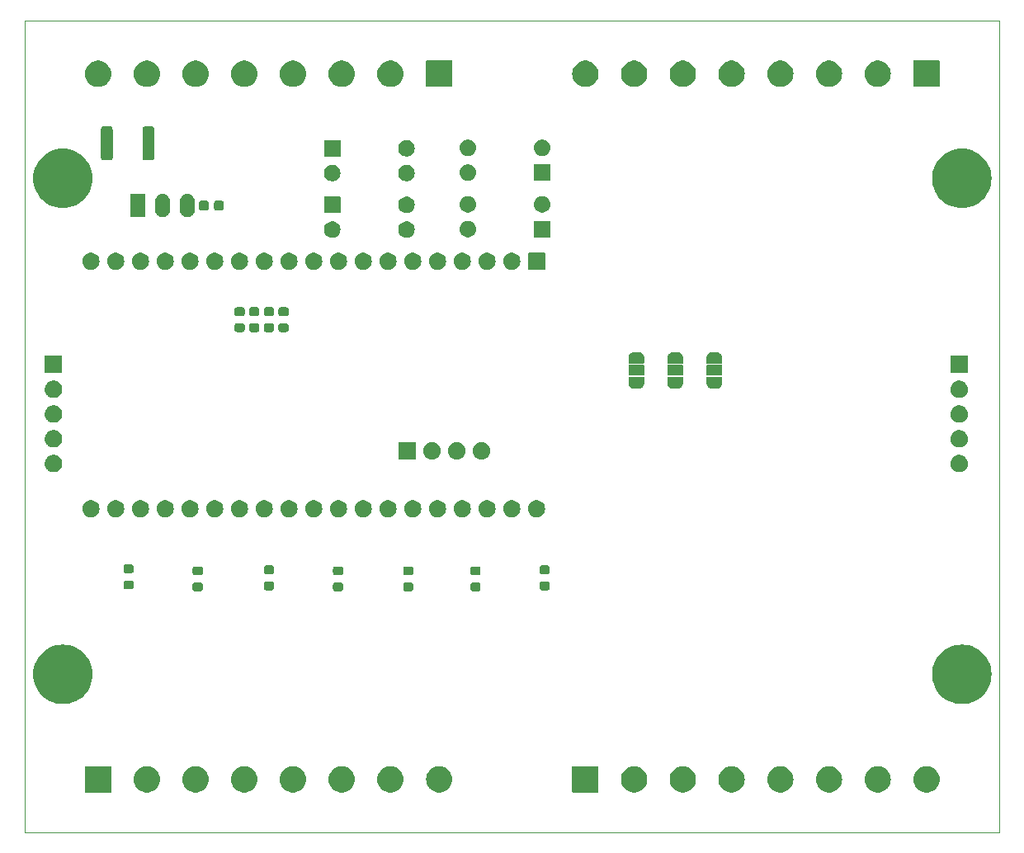
<source format=gbr>
%TF.GenerationSoftware,KiCad,Pcbnew,8.0.0*%
%TF.CreationDate,2024-08-18T21:11:00+02:00*%
%TF.ProjectId,led_stairs_controller,6c65645f-7374-4616-9972-735f636f6e74,V0.3*%
%TF.SameCoordinates,Original*%
%TF.FileFunction,Soldermask,Bot*%
%TF.FilePolarity,Negative*%
%FSLAX46Y46*%
G04 Gerber Fmt 4.6, Leading zero omitted, Abs format (unit mm)*
G04 Created by KiCad (PCBNEW 8.0.0) date 2024-08-18 21:11:00*
%MOMM*%
%LPD*%
G01*
G04 APERTURE LIST*
%TA.AperFunction,Profile*%
%ADD10C,0.120000*%
%TD*%
G04 APERTURE END LIST*
G36*
X109994517Y-132232882D02*
G01*
X110011062Y-132243938D01*
X110022118Y-132260483D01*
X110026000Y-132280000D01*
X110026000Y-134880000D01*
X110022118Y-134899517D01*
X110011062Y-134916062D01*
X109994517Y-134927118D01*
X109975000Y-134931000D01*
X107375000Y-134931000D01*
X107355483Y-134927118D01*
X107338938Y-134916062D01*
X107327882Y-134899517D01*
X107324000Y-134880000D01*
X107324000Y-132280000D01*
X107327882Y-132260483D01*
X107338938Y-132243938D01*
X107355483Y-132232882D01*
X107375000Y-132229000D01*
X109975000Y-132229000D01*
X109994517Y-132232882D01*
G37*
G36*
X159994517Y-132232882D02*
G01*
X160011062Y-132243938D01*
X160022118Y-132260483D01*
X160026000Y-132280000D01*
X160026000Y-134880000D01*
X160022118Y-134899517D01*
X160011062Y-134916062D01*
X159994517Y-134927118D01*
X159975000Y-134931000D01*
X157375000Y-134931000D01*
X157355483Y-134927118D01*
X157338938Y-134916062D01*
X157327882Y-134899517D01*
X157324000Y-134880000D01*
X157324000Y-132280000D01*
X157327882Y-132260483D01*
X157338938Y-132243938D01*
X157355483Y-132232882D01*
X157375000Y-132229000D01*
X159975000Y-132229000D01*
X159994517Y-132232882D01*
G37*
G36*
X114006651Y-132270340D02*
G01*
X114217691Y-132342790D01*
X114413927Y-132448988D01*
X114590007Y-132586037D01*
X114741129Y-132750199D01*
X114863169Y-132936995D01*
X114952799Y-133141331D01*
X115007574Y-133357633D01*
X115026000Y-133580000D01*
X115007574Y-133802367D01*
X114952799Y-134018669D01*
X114863169Y-134223005D01*
X114741129Y-134409801D01*
X114590007Y-134573963D01*
X114413927Y-134711012D01*
X114217691Y-134817210D01*
X114006651Y-134889660D01*
X113786565Y-134926386D01*
X113563435Y-134926386D01*
X113343349Y-134889660D01*
X113132309Y-134817210D01*
X112936073Y-134711012D01*
X112759993Y-134573963D01*
X112608871Y-134409801D01*
X112486831Y-134223005D01*
X112397201Y-134018669D01*
X112342426Y-133802367D01*
X112324000Y-133580000D01*
X112342426Y-133357633D01*
X112397201Y-133141331D01*
X112486831Y-132936995D01*
X112608871Y-132750199D01*
X112759993Y-132586037D01*
X112936073Y-132448988D01*
X113132309Y-132342790D01*
X113343349Y-132270340D01*
X113563435Y-132233614D01*
X113786565Y-132233614D01*
X114006651Y-132270340D01*
G37*
G36*
X119006651Y-132270340D02*
G01*
X119217691Y-132342790D01*
X119413927Y-132448988D01*
X119590007Y-132586037D01*
X119741129Y-132750199D01*
X119863169Y-132936995D01*
X119952799Y-133141331D01*
X120007574Y-133357633D01*
X120026000Y-133580000D01*
X120007574Y-133802367D01*
X119952799Y-134018669D01*
X119863169Y-134223005D01*
X119741129Y-134409801D01*
X119590007Y-134573963D01*
X119413927Y-134711012D01*
X119217691Y-134817210D01*
X119006651Y-134889660D01*
X118786565Y-134926386D01*
X118563435Y-134926386D01*
X118343349Y-134889660D01*
X118132309Y-134817210D01*
X117936073Y-134711012D01*
X117759993Y-134573963D01*
X117608871Y-134409801D01*
X117486831Y-134223005D01*
X117397201Y-134018669D01*
X117342426Y-133802367D01*
X117324000Y-133580000D01*
X117342426Y-133357633D01*
X117397201Y-133141331D01*
X117486831Y-132936995D01*
X117608871Y-132750199D01*
X117759993Y-132586037D01*
X117936073Y-132448988D01*
X118132309Y-132342790D01*
X118343349Y-132270340D01*
X118563435Y-132233614D01*
X118786565Y-132233614D01*
X119006651Y-132270340D01*
G37*
G36*
X124006651Y-132270340D02*
G01*
X124217691Y-132342790D01*
X124413927Y-132448988D01*
X124590007Y-132586037D01*
X124741129Y-132750199D01*
X124863169Y-132936995D01*
X124952799Y-133141331D01*
X125007574Y-133357633D01*
X125026000Y-133580000D01*
X125007574Y-133802367D01*
X124952799Y-134018669D01*
X124863169Y-134223005D01*
X124741129Y-134409801D01*
X124590007Y-134573963D01*
X124413927Y-134711012D01*
X124217691Y-134817210D01*
X124006651Y-134889660D01*
X123786565Y-134926386D01*
X123563435Y-134926386D01*
X123343349Y-134889660D01*
X123132309Y-134817210D01*
X122936073Y-134711012D01*
X122759993Y-134573963D01*
X122608871Y-134409801D01*
X122486831Y-134223005D01*
X122397201Y-134018669D01*
X122342426Y-133802367D01*
X122324000Y-133580000D01*
X122342426Y-133357633D01*
X122397201Y-133141331D01*
X122486831Y-132936995D01*
X122608871Y-132750199D01*
X122759993Y-132586037D01*
X122936073Y-132448988D01*
X123132309Y-132342790D01*
X123343349Y-132270340D01*
X123563435Y-132233614D01*
X123786565Y-132233614D01*
X124006651Y-132270340D01*
G37*
G36*
X129006651Y-132270340D02*
G01*
X129217691Y-132342790D01*
X129413927Y-132448988D01*
X129590007Y-132586037D01*
X129741129Y-132750199D01*
X129863169Y-132936995D01*
X129952799Y-133141331D01*
X130007574Y-133357633D01*
X130026000Y-133580000D01*
X130007574Y-133802367D01*
X129952799Y-134018669D01*
X129863169Y-134223005D01*
X129741129Y-134409801D01*
X129590007Y-134573963D01*
X129413927Y-134711012D01*
X129217691Y-134817210D01*
X129006651Y-134889660D01*
X128786565Y-134926386D01*
X128563435Y-134926386D01*
X128343349Y-134889660D01*
X128132309Y-134817210D01*
X127936073Y-134711012D01*
X127759993Y-134573963D01*
X127608871Y-134409801D01*
X127486831Y-134223005D01*
X127397201Y-134018669D01*
X127342426Y-133802367D01*
X127324000Y-133580000D01*
X127342426Y-133357633D01*
X127397201Y-133141331D01*
X127486831Y-132936995D01*
X127608871Y-132750199D01*
X127759993Y-132586037D01*
X127936073Y-132448988D01*
X128132309Y-132342790D01*
X128343349Y-132270340D01*
X128563435Y-132233614D01*
X128786565Y-132233614D01*
X129006651Y-132270340D01*
G37*
G36*
X134006651Y-132270340D02*
G01*
X134217691Y-132342790D01*
X134413927Y-132448988D01*
X134590007Y-132586037D01*
X134741129Y-132750199D01*
X134863169Y-132936995D01*
X134952799Y-133141331D01*
X135007574Y-133357633D01*
X135026000Y-133580000D01*
X135007574Y-133802367D01*
X134952799Y-134018669D01*
X134863169Y-134223005D01*
X134741129Y-134409801D01*
X134590007Y-134573963D01*
X134413927Y-134711012D01*
X134217691Y-134817210D01*
X134006651Y-134889660D01*
X133786565Y-134926386D01*
X133563435Y-134926386D01*
X133343349Y-134889660D01*
X133132309Y-134817210D01*
X132936073Y-134711012D01*
X132759993Y-134573963D01*
X132608871Y-134409801D01*
X132486831Y-134223005D01*
X132397201Y-134018669D01*
X132342426Y-133802367D01*
X132324000Y-133580000D01*
X132342426Y-133357633D01*
X132397201Y-133141331D01*
X132486831Y-132936995D01*
X132608871Y-132750199D01*
X132759993Y-132586037D01*
X132936073Y-132448988D01*
X133132309Y-132342790D01*
X133343349Y-132270340D01*
X133563435Y-132233614D01*
X133786565Y-132233614D01*
X134006651Y-132270340D01*
G37*
G36*
X139006651Y-132270340D02*
G01*
X139217691Y-132342790D01*
X139413927Y-132448988D01*
X139590007Y-132586037D01*
X139741129Y-132750199D01*
X139863169Y-132936995D01*
X139952799Y-133141331D01*
X140007574Y-133357633D01*
X140026000Y-133580000D01*
X140007574Y-133802367D01*
X139952799Y-134018669D01*
X139863169Y-134223005D01*
X139741129Y-134409801D01*
X139590007Y-134573963D01*
X139413927Y-134711012D01*
X139217691Y-134817210D01*
X139006651Y-134889660D01*
X138786565Y-134926386D01*
X138563435Y-134926386D01*
X138343349Y-134889660D01*
X138132309Y-134817210D01*
X137936073Y-134711012D01*
X137759993Y-134573963D01*
X137608871Y-134409801D01*
X137486831Y-134223005D01*
X137397201Y-134018669D01*
X137342426Y-133802367D01*
X137324000Y-133580000D01*
X137342426Y-133357633D01*
X137397201Y-133141331D01*
X137486831Y-132936995D01*
X137608871Y-132750199D01*
X137759993Y-132586037D01*
X137936073Y-132448988D01*
X138132309Y-132342790D01*
X138343349Y-132270340D01*
X138563435Y-132233614D01*
X138786565Y-132233614D01*
X139006651Y-132270340D01*
G37*
G36*
X144006651Y-132270340D02*
G01*
X144217691Y-132342790D01*
X144413927Y-132448988D01*
X144590007Y-132586037D01*
X144741129Y-132750199D01*
X144863169Y-132936995D01*
X144952799Y-133141331D01*
X145007574Y-133357633D01*
X145026000Y-133580000D01*
X145007574Y-133802367D01*
X144952799Y-134018669D01*
X144863169Y-134223005D01*
X144741129Y-134409801D01*
X144590007Y-134573963D01*
X144413927Y-134711012D01*
X144217691Y-134817210D01*
X144006651Y-134889660D01*
X143786565Y-134926386D01*
X143563435Y-134926386D01*
X143343349Y-134889660D01*
X143132309Y-134817210D01*
X142936073Y-134711012D01*
X142759993Y-134573963D01*
X142608871Y-134409801D01*
X142486831Y-134223005D01*
X142397201Y-134018669D01*
X142342426Y-133802367D01*
X142324000Y-133580000D01*
X142342426Y-133357633D01*
X142397201Y-133141331D01*
X142486831Y-132936995D01*
X142608871Y-132750199D01*
X142759993Y-132586037D01*
X142936073Y-132448988D01*
X143132309Y-132342790D01*
X143343349Y-132270340D01*
X143563435Y-132233614D01*
X143786565Y-132233614D01*
X144006651Y-132270340D01*
G37*
G36*
X164006651Y-132270340D02*
G01*
X164217691Y-132342790D01*
X164413927Y-132448988D01*
X164590007Y-132586037D01*
X164741129Y-132750199D01*
X164863169Y-132936995D01*
X164952799Y-133141331D01*
X165007574Y-133357633D01*
X165026000Y-133580000D01*
X165007574Y-133802367D01*
X164952799Y-134018669D01*
X164863169Y-134223005D01*
X164741129Y-134409801D01*
X164590007Y-134573963D01*
X164413927Y-134711012D01*
X164217691Y-134817210D01*
X164006651Y-134889660D01*
X163786565Y-134926386D01*
X163563435Y-134926386D01*
X163343349Y-134889660D01*
X163132309Y-134817210D01*
X162936073Y-134711012D01*
X162759993Y-134573963D01*
X162608871Y-134409801D01*
X162486831Y-134223005D01*
X162397201Y-134018669D01*
X162342426Y-133802367D01*
X162324000Y-133580000D01*
X162342426Y-133357633D01*
X162397201Y-133141331D01*
X162486831Y-132936995D01*
X162608871Y-132750199D01*
X162759993Y-132586037D01*
X162936073Y-132448988D01*
X163132309Y-132342790D01*
X163343349Y-132270340D01*
X163563435Y-132233614D01*
X163786565Y-132233614D01*
X164006651Y-132270340D01*
G37*
G36*
X169006651Y-132270340D02*
G01*
X169217691Y-132342790D01*
X169413927Y-132448988D01*
X169590007Y-132586037D01*
X169741129Y-132750199D01*
X169863169Y-132936995D01*
X169952799Y-133141331D01*
X170007574Y-133357633D01*
X170026000Y-133580000D01*
X170007574Y-133802367D01*
X169952799Y-134018669D01*
X169863169Y-134223005D01*
X169741129Y-134409801D01*
X169590007Y-134573963D01*
X169413927Y-134711012D01*
X169217691Y-134817210D01*
X169006651Y-134889660D01*
X168786565Y-134926386D01*
X168563435Y-134926386D01*
X168343349Y-134889660D01*
X168132309Y-134817210D01*
X167936073Y-134711012D01*
X167759993Y-134573963D01*
X167608871Y-134409801D01*
X167486831Y-134223005D01*
X167397201Y-134018669D01*
X167342426Y-133802367D01*
X167324000Y-133580000D01*
X167342426Y-133357633D01*
X167397201Y-133141331D01*
X167486831Y-132936995D01*
X167608871Y-132750199D01*
X167759993Y-132586037D01*
X167936073Y-132448988D01*
X168132309Y-132342790D01*
X168343349Y-132270340D01*
X168563435Y-132233614D01*
X168786565Y-132233614D01*
X169006651Y-132270340D01*
G37*
G36*
X174006651Y-132270340D02*
G01*
X174217691Y-132342790D01*
X174413927Y-132448988D01*
X174590007Y-132586037D01*
X174741129Y-132750199D01*
X174863169Y-132936995D01*
X174952799Y-133141331D01*
X175007574Y-133357633D01*
X175026000Y-133580000D01*
X175007574Y-133802367D01*
X174952799Y-134018669D01*
X174863169Y-134223005D01*
X174741129Y-134409801D01*
X174590007Y-134573963D01*
X174413927Y-134711012D01*
X174217691Y-134817210D01*
X174006651Y-134889660D01*
X173786565Y-134926386D01*
X173563435Y-134926386D01*
X173343349Y-134889660D01*
X173132309Y-134817210D01*
X172936073Y-134711012D01*
X172759993Y-134573963D01*
X172608871Y-134409801D01*
X172486831Y-134223005D01*
X172397201Y-134018669D01*
X172342426Y-133802367D01*
X172324000Y-133580000D01*
X172342426Y-133357633D01*
X172397201Y-133141331D01*
X172486831Y-132936995D01*
X172608871Y-132750199D01*
X172759993Y-132586037D01*
X172936073Y-132448988D01*
X173132309Y-132342790D01*
X173343349Y-132270340D01*
X173563435Y-132233614D01*
X173786565Y-132233614D01*
X174006651Y-132270340D01*
G37*
G36*
X179006651Y-132270340D02*
G01*
X179217691Y-132342790D01*
X179413927Y-132448988D01*
X179590007Y-132586037D01*
X179741129Y-132750199D01*
X179863169Y-132936995D01*
X179952799Y-133141331D01*
X180007574Y-133357633D01*
X180026000Y-133580000D01*
X180007574Y-133802367D01*
X179952799Y-134018669D01*
X179863169Y-134223005D01*
X179741129Y-134409801D01*
X179590007Y-134573963D01*
X179413927Y-134711012D01*
X179217691Y-134817210D01*
X179006651Y-134889660D01*
X178786565Y-134926386D01*
X178563435Y-134926386D01*
X178343349Y-134889660D01*
X178132309Y-134817210D01*
X177936073Y-134711012D01*
X177759993Y-134573963D01*
X177608871Y-134409801D01*
X177486831Y-134223005D01*
X177397201Y-134018669D01*
X177342426Y-133802367D01*
X177324000Y-133580000D01*
X177342426Y-133357633D01*
X177397201Y-133141331D01*
X177486831Y-132936995D01*
X177608871Y-132750199D01*
X177759993Y-132586037D01*
X177936073Y-132448988D01*
X178132309Y-132342790D01*
X178343349Y-132270340D01*
X178563435Y-132233614D01*
X178786565Y-132233614D01*
X179006651Y-132270340D01*
G37*
G36*
X184006651Y-132270340D02*
G01*
X184217691Y-132342790D01*
X184413927Y-132448988D01*
X184590007Y-132586037D01*
X184741129Y-132750199D01*
X184863169Y-132936995D01*
X184952799Y-133141331D01*
X185007574Y-133357633D01*
X185026000Y-133580000D01*
X185007574Y-133802367D01*
X184952799Y-134018669D01*
X184863169Y-134223005D01*
X184741129Y-134409801D01*
X184590007Y-134573963D01*
X184413927Y-134711012D01*
X184217691Y-134817210D01*
X184006651Y-134889660D01*
X183786565Y-134926386D01*
X183563435Y-134926386D01*
X183343349Y-134889660D01*
X183132309Y-134817210D01*
X182936073Y-134711012D01*
X182759993Y-134573963D01*
X182608871Y-134409801D01*
X182486831Y-134223005D01*
X182397201Y-134018669D01*
X182342426Y-133802367D01*
X182324000Y-133580000D01*
X182342426Y-133357633D01*
X182397201Y-133141331D01*
X182486831Y-132936995D01*
X182608871Y-132750199D01*
X182759993Y-132586037D01*
X182936073Y-132448988D01*
X183132309Y-132342790D01*
X183343349Y-132270340D01*
X183563435Y-132233614D01*
X183786565Y-132233614D01*
X184006651Y-132270340D01*
G37*
G36*
X189006651Y-132270340D02*
G01*
X189217691Y-132342790D01*
X189413927Y-132448988D01*
X189590007Y-132586037D01*
X189741129Y-132750199D01*
X189863169Y-132936995D01*
X189952799Y-133141331D01*
X190007574Y-133357633D01*
X190026000Y-133580000D01*
X190007574Y-133802367D01*
X189952799Y-134018669D01*
X189863169Y-134223005D01*
X189741129Y-134409801D01*
X189590007Y-134573963D01*
X189413927Y-134711012D01*
X189217691Y-134817210D01*
X189006651Y-134889660D01*
X188786565Y-134926386D01*
X188563435Y-134926386D01*
X188343349Y-134889660D01*
X188132309Y-134817210D01*
X187936073Y-134711012D01*
X187759993Y-134573963D01*
X187608871Y-134409801D01*
X187486831Y-134223005D01*
X187397201Y-134018669D01*
X187342426Y-133802367D01*
X187324000Y-133580000D01*
X187342426Y-133357633D01*
X187397201Y-133141331D01*
X187486831Y-132936995D01*
X187608871Y-132750199D01*
X187759993Y-132586037D01*
X187936073Y-132448988D01*
X188132309Y-132342790D01*
X188343349Y-132270340D01*
X188563435Y-132233614D01*
X188786565Y-132233614D01*
X189006651Y-132270340D01*
G37*
G36*
X194006651Y-132270340D02*
G01*
X194217691Y-132342790D01*
X194413927Y-132448988D01*
X194590007Y-132586037D01*
X194741129Y-132750199D01*
X194863169Y-132936995D01*
X194952799Y-133141331D01*
X195007574Y-133357633D01*
X195026000Y-133580000D01*
X195007574Y-133802367D01*
X194952799Y-134018669D01*
X194863169Y-134223005D01*
X194741129Y-134409801D01*
X194590007Y-134573963D01*
X194413927Y-134711012D01*
X194217691Y-134817210D01*
X194006651Y-134889660D01*
X193786565Y-134926386D01*
X193563435Y-134926386D01*
X193343349Y-134889660D01*
X193132309Y-134817210D01*
X192936073Y-134711012D01*
X192759993Y-134573963D01*
X192608871Y-134409801D01*
X192486831Y-134223005D01*
X192397201Y-134018669D01*
X192342426Y-133802367D01*
X192324000Y-133580000D01*
X192342426Y-133357633D01*
X192397201Y-133141331D01*
X192486831Y-132936995D01*
X192608871Y-132750199D01*
X192759993Y-132586037D01*
X192936073Y-132448988D01*
X193132309Y-132342790D01*
X193343349Y-132270340D01*
X193563435Y-132233614D01*
X193786565Y-132233614D01*
X194006651Y-132270340D01*
G37*
G36*
X105391604Y-119768184D02*
G01*
X105728911Y-119825495D01*
X106057681Y-119920212D01*
X106373779Y-120051144D01*
X106673230Y-120216644D01*
X106952267Y-120414632D01*
X107207383Y-120642617D01*
X107435368Y-120897733D01*
X107633356Y-121176770D01*
X107798856Y-121476221D01*
X107929788Y-121792319D01*
X108024505Y-122121089D01*
X108081816Y-122458396D01*
X108101000Y-122800000D01*
X108081816Y-123141604D01*
X108024505Y-123478911D01*
X107929788Y-123807681D01*
X107798856Y-124123779D01*
X107633356Y-124423230D01*
X107435368Y-124702267D01*
X107207383Y-124957383D01*
X106952267Y-125185368D01*
X106673230Y-125383356D01*
X106373779Y-125548856D01*
X106057681Y-125679788D01*
X105728911Y-125774505D01*
X105391604Y-125831816D01*
X105050000Y-125851000D01*
X104708396Y-125831816D01*
X104371089Y-125774505D01*
X104042319Y-125679788D01*
X103726221Y-125548856D01*
X103426770Y-125383356D01*
X103147733Y-125185368D01*
X102892617Y-124957383D01*
X102664632Y-124702267D01*
X102466644Y-124423230D01*
X102301144Y-124123779D01*
X102170212Y-123807681D01*
X102075495Y-123478911D01*
X102018184Y-123141604D01*
X101999000Y-122800000D01*
X102018184Y-122458396D01*
X102075495Y-122121089D01*
X102170212Y-121792319D01*
X102301144Y-121476221D01*
X102466644Y-121176770D01*
X102664632Y-120897733D01*
X102892617Y-120642617D01*
X103147733Y-120414632D01*
X103426770Y-120216644D01*
X103726221Y-120051144D01*
X104042319Y-119920212D01*
X104371089Y-119825495D01*
X104708396Y-119768184D01*
X105050000Y-119749000D01*
X105391604Y-119768184D01*
G37*
G36*
X197641604Y-119768184D02*
G01*
X197978911Y-119825495D01*
X198307681Y-119920212D01*
X198623779Y-120051144D01*
X198923230Y-120216644D01*
X199202267Y-120414632D01*
X199457383Y-120642617D01*
X199685368Y-120897733D01*
X199883356Y-121176770D01*
X200048856Y-121476221D01*
X200179788Y-121792319D01*
X200274505Y-122121089D01*
X200331816Y-122458396D01*
X200351000Y-122800000D01*
X200331816Y-123141604D01*
X200274505Y-123478911D01*
X200179788Y-123807681D01*
X200048856Y-124123779D01*
X199883356Y-124423230D01*
X199685368Y-124702267D01*
X199457383Y-124957383D01*
X199202267Y-125185368D01*
X198923230Y-125383356D01*
X198623779Y-125548856D01*
X198307681Y-125679788D01*
X197978911Y-125774505D01*
X197641604Y-125831816D01*
X197300000Y-125851000D01*
X196958396Y-125831816D01*
X196621089Y-125774505D01*
X196292319Y-125679788D01*
X195976221Y-125548856D01*
X195676770Y-125383356D01*
X195397733Y-125185368D01*
X195142617Y-124957383D01*
X194914632Y-124702267D01*
X194716644Y-124423230D01*
X194551144Y-124123779D01*
X194420212Y-123807681D01*
X194325495Y-123478911D01*
X194268184Y-123141604D01*
X194249000Y-122800000D01*
X194268184Y-122458396D01*
X194325495Y-122121089D01*
X194420212Y-121792319D01*
X194551144Y-121476221D01*
X194716644Y-121176770D01*
X194914632Y-120897733D01*
X195142617Y-120642617D01*
X195397733Y-120414632D01*
X195676770Y-120216644D01*
X195976221Y-120051144D01*
X196292319Y-119920212D01*
X196621089Y-119825495D01*
X196958396Y-119768184D01*
X197300000Y-119749000D01*
X197641604Y-119768184D01*
G37*
G36*
X119179047Y-113374805D02*
G01*
X119230637Y-113380790D01*
X119248262Y-113388572D01*
X119271054Y-113393106D01*
X119295455Y-113409410D01*
X119316358Y-113418640D01*
X119330634Y-113432916D01*
X119352484Y-113447516D01*
X119367083Y-113469365D01*
X119381359Y-113483641D01*
X119390588Y-113504542D01*
X119406894Y-113528946D01*
X119411427Y-113551739D01*
X119419209Y-113569362D01*
X119425192Y-113620942D01*
X119426000Y-113625000D01*
X119426000Y-114025000D01*
X119425192Y-114029059D01*
X119419209Y-114080637D01*
X119411428Y-114098258D01*
X119406894Y-114121054D01*
X119390586Y-114145459D01*
X119381359Y-114166358D01*
X119367085Y-114180631D01*
X119352484Y-114202484D01*
X119330631Y-114217085D01*
X119316358Y-114231359D01*
X119295459Y-114240586D01*
X119271054Y-114256894D01*
X119248258Y-114261428D01*
X119230637Y-114269209D01*
X119179059Y-114275192D01*
X119175000Y-114276000D01*
X118625000Y-114276000D01*
X118620942Y-114275192D01*
X118569362Y-114269209D01*
X118551739Y-114261427D01*
X118528946Y-114256894D01*
X118504542Y-114240588D01*
X118483641Y-114231359D01*
X118469365Y-114217083D01*
X118447516Y-114202484D01*
X118432916Y-114180634D01*
X118418640Y-114166358D01*
X118409410Y-114145455D01*
X118393106Y-114121054D01*
X118388572Y-114098262D01*
X118380790Y-114080637D01*
X118374805Y-114029047D01*
X118374000Y-114025000D01*
X118374000Y-113625000D01*
X118374804Y-113620954D01*
X118380790Y-113569362D01*
X118388572Y-113551735D01*
X118393106Y-113528946D01*
X118409409Y-113504546D01*
X118418640Y-113483641D01*
X118432918Y-113469362D01*
X118447516Y-113447516D01*
X118469362Y-113432918D01*
X118483641Y-113418640D01*
X118504546Y-113409409D01*
X118528946Y-113393106D01*
X118551735Y-113388572D01*
X118569362Y-113380790D01*
X118620954Y-113374804D01*
X118625000Y-113374000D01*
X119175000Y-113374000D01*
X119179047Y-113374805D01*
G37*
G36*
X133579047Y-113374805D02*
G01*
X133630637Y-113380790D01*
X133648262Y-113388572D01*
X133671054Y-113393106D01*
X133695455Y-113409410D01*
X133716358Y-113418640D01*
X133730634Y-113432916D01*
X133752484Y-113447516D01*
X133767083Y-113469365D01*
X133781359Y-113483641D01*
X133790588Y-113504542D01*
X133806894Y-113528946D01*
X133811427Y-113551739D01*
X133819209Y-113569362D01*
X133825192Y-113620942D01*
X133826000Y-113625000D01*
X133826000Y-114025000D01*
X133825192Y-114029059D01*
X133819209Y-114080637D01*
X133811428Y-114098258D01*
X133806894Y-114121054D01*
X133790586Y-114145459D01*
X133781359Y-114166358D01*
X133767085Y-114180631D01*
X133752484Y-114202484D01*
X133730631Y-114217085D01*
X133716358Y-114231359D01*
X133695459Y-114240586D01*
X133671054Y-114256894D01*
X133648258Y-114261428D01*
X133630637Y-114269209D01*
X133579059Y-114275192D01*
X133575000Y-114276000D01*
X133025000Y-114276000D01*
X133020942Y-114275192D01*
X132969362Y-114269209D01*
X132951739Y-114261427D01*
X132928946Y-114256894D01*
X132904542Y-114240588D01*
X132883641Y-114231359D01*
X132869365Y-114217083D01*
X132847516Y-114202484D01*
X132832916Y-114180634D01*
X132818640Y-114166358D01*
X132809410Y-114145455D01*
X132793106Y-114121054D01*
X132788572Y-114098262D01*
X132780790Y-114080637D01*
X132774805Y-114029047D01*
X132774000Y-114025000D01*
X132774000Y-113625000D01*
X132774804Y-113620954D01*
X132780790Y-113569362D01*
X132788572Y-113551735D01*
X132793106Y-113528946D01*
X132809409Y-113504546D01*
X132818640Y-113483641D01*
X132832918Y-113469362D01*
X132847516Y-113447516D01*
X132869362Y-113432918D01*
X132883641Y-113418640D01*
X132904546Y-113409409D01*
X132928946Y-113393106D01*
X132951735Y-113388572D01*
X132969362Y-113380790D01*
X133020954Y-113374804D01*
X133025000Y-113374000D01*
X133575000Y-113374000D01*
X133579047Y-113374805D01*
G37*
G36*
X140779047Y-113374805D02*
G01*
X140830637Y-113380790D01*
X140848262Y-113388572D01*
X140871054Y-113393106D01*
X140895455Y-113409410D01*
X140916358Y-113418640D01*
X140930634Y-113432916D01*
X140952484Y-113447516D01*
X140967083Y-113469365D01*
X140981359Y-113483641D01*
X140990588Y-113504542D01*
X141006894Y-113528946D01*
X141011427Y-113551739D01*
X141019209Y-113569362D01*
X141025192Y-113620942D01*
X141026000Y-113625000D01*
X141026000Y-114025000D01*
X141025192Y-114029059D01*
X141019209Y-114080637D01*
X141011428Y-114098258D01*
X141006894Y-114121054D01*
X140990586Y-114145459D01*
X140981359Y-114166358D01*
X140967085Y-114180631D01*
X140952484Y-114202484D01*
X140930631Y-114217085D01*
X140916358Y-114231359D01*
X140895459Y-114240586D01*
X140871054Y-114256894D01*
X140848258Y-114261428D01*
X140830637Y-114269209D01*
X140779059Y-114275192D01*
X140775000Y-114276000D01*
X140225000Y-114276000D01*
X140220942Y-114275192D01*
X140169362Y-114269209D01*
X140151739Y-114261427D01*
X140128946Y-114256894D01*
X140104542Y-114240588D01*
X140083641Y-114231359D01*
X140069365Y-114217083D01*
X140047516Y-114202484D01*
X140032916Y-114180634D01*
X140018640Y-114166358D01*
X140009410Y-114145455D01*
X139993106Y-114121054D01*
X139988572Y-114098262D01*
X139980790Y-114080637D01*
X139974805Y-114029047D01*
X139974000Y-114025000D01*
X139974000Y-113625000D01*
X139974804Y-113620954D01*
X139980790Y-113569362D01*
X139988572Y-113551735D01*
X139993106Y-113528946D01*
X140009409Y-113504546D01*
X140018640Y-113483641D01*
X140032918Y-113469362D01*
X140047516Y-113447516D01*
X140069362Y-113432918D01*
X140083641Y-113418640D01*
X140104546Y-113409409D01*
X140128946Y-113393106D01*
X140151735Y-113388572D01*
X140169362Y-113380790D01*
X140220954Y-113374804D01*
X140225000Y-113374000D01*
X140775000Y-113374000D01*
X140779047Y-113374805D01*
G37*
G36*
X147679047Y-113374805D02*
G01*
X147730637Y-113380790D01*
X147748262Y-113388572D01*
X147771054Y-113393106D01*
X147795455Y-113409410D01*
X147816358Y-113418640D01*
X147830634Y-113432916D01*
X147852484Y-113447516D01*
X147867083Y-113469365D01*
X147881359Y-113483641D01*
X147890588Y-113504542D01*
X147906894Y-113528946D01*
X147911427Y-113551739D01*
X147919209Y-113569362D01*
X147925192Y-113620942D01*
X147926000Y-113625000D01*
X147926000Y-114025000D01*
X147925192Y-114029059D01*
X147919209Y-114080637D01*
X147911428Y-114098258D01*
X147906894Y-114121054D01*
X147890586Y-114145459D01*
X147881359Y-114166358D01*
X147867085Y-114180631D01*
X147852484Y-114202484D01*
X147830631Y-114217085D01*
X147816358Y-114231359D01*
X147795459Y-114240586D01*
X147771054Y-114256894D01*
X147748258Y-114261428D01*
X147730637Y-114269209D01*
X147679059Y-114275192D01*
X147675000Y-114276000D01*
X147125000Y-114276000D01*
X147120942Y-114275192D01*
X147069362Y-114269209D01*
X147051739Y-114261427D01*
X147028946Y-114256894D01*
X147004542Y-114240588D01*
X146983641Y-114231359D01*
X146969365Y-114217083D01*
X146947516Y-114202484D01*
X146932916Y-114180634D01*
X146918640Y-114166358D01*
X146909410Y-114145455D01*
X146893106Y-114121054D01*
X146888572Y-114098262D01*
X146880790Y-114080637D01*
X146874805Y-114029047D01*
X146874000Y-114025000D01*
X146874000Y-113625000D01*
X146874804Y-113620954D01*
X146880790Y-113569362D01*
X146888572Y-113551735D01*
X146893106Y-113528946D01*
X146909409Y-113504546D01*
X146918640Y-113483641D01*
X146932918Y-113469362D01*
X146947516Y-113447516D01*
X146969362Y-113432918D01*
X146983641Y-113418640D01*
X147004546Y-113409409D01*
X147028946Y-113393106D01*
X147051735Y-113388572D01*
X147069362Y-113380790D01*
X147120954Y-113374804D01*
X147125000Y-113374000D01*
X147675000Y-113374000D01*
X147679047Y-113374805D01*
G37*
G36*
X126479047Y-113274805D02*
G01*
X126530637Y-113280790D01*
X126548262Y-113288572D01*
X126571054Y-113293106D01*
X126595455Y-113309410D01*
X126616358Y-113318640D01*
X126630634Y-113332916D01*
X126652484Y-113347516D01*
X126667083Y-113369365D01*
X126681359Y-113383641D01*
X126690588Y-113404542D01*
X126706894Y-113428946D01*
X126711427Y-113451739D01*
X126719209Y-113469362D01*
X126725192Y-113520942D01*
X126726000Y-113525000D01*
X126726000Y-113925000D01*
X126725192Y-113929059D01*
X126719209Y-113980637D01*
X126711428Y-113998258D01*
X126706894Y-114021054D01*
X126690586Y-114045459D01*
X126681359Y-114066358D01*
X126667085Y-114080631D01*
X126652484Y-114102484D01*
X126630631Y-114117085D01*
X126616358Y-114131359D01*
X126595459Y-114140586D01*
X126571054Y-114156894D01*
X126548258Y-114161428D01*
X126530637Y-114169209D01*
X126479059Y-114175192D01*
X126475000Y-114176000D01*
X125925000Y-114176000D01*
X125920942Y-114175192D01*
X125869362Y-114169209D01*
X125851739Y-114161427D01*
X125828946Y-114156894D01*
X125804542Y-114140588D01*
X125783641Y-114131359D01*
X125769365Y-114117083D01*
X125747516Y-114102484D01*
X125732916Y-114080634D01*
X125718640Y-114066358D01*
X125709410Y-114045455D01*
X125693106Y-114021054D01*
X125688572Y-113998262D01*
X125680790Y-113980637D01*
X125674805Y-113929047D01*
X125674000Y-113925000D01*
X125674000Y-113525000D01*
X125674804Y-113520954D01*
X125680790Y-113469362D01*
X125688572Y-113451735D01*
X125693106Y-113428946D01*
X125709409Y-113404546D01*
X125718640Y-113383641D01*
X125732918Y-113369362D01*
X125747516Y-113347516D01*
X125769362Y-113332918D01*
X125783641Y-113318640D01*
X125804546Y-113309409D01*
X125828946Y-113293106D01*
X125851735Y-113288572D01*
X125869362Y-113280790D01*
X125920954Y-113274804D01*
X125925000Y-113274000D01*
X126475000Y-113274000D01*
X126479047Y-113274805D01*
G37*
G36*
X154779047Y-113274805D02*
G01*
X154830637Y-113280790D01*
X154848262Y-113288572D01*
X154871054Y-113293106D01*
X154895455Y-113309410D01*
X154916358Y-113318640D01*
X154930634Y-113332916D01*
X154952484Y-113347516D01*
X154967083Y-113369365D01*
X154981359Y-113383641D01*
X154990588Y-113404542D01*
X155006894Y-113428946D01*
X155011427Y-113451739D01*
X155019209Y-113469362D01*
X155025192Y-113520942D01*
X155026000Y-113525000D01*
X155026000Y-113925000D01*
X155025192Y-113929059D01*
X155019209Y-113980637D01*
X155011428Y-113998258D01*
X155006894Y-114021054D01*
X154990586Y-114045459D01*
X154981359Y-114066358D01*
X154967085Y-114080631D01*
X154952484Y-114102484D01*
X154930631Y-114117085D01*
X154916358Y-114131359D01*
X154895459Y-114140586D01*
X154871054Y-114156894D01*
X154848258Y-114161428D01*
X154830637Y-114169209D01*
X154779059Y-114175192D01*
X154775000Y-114176000D01*
X154225000Y-114176000D01*
X154220942Y-114175192D01*
X154169362Y-114169209D01*
X154151739Y-114161427D01*
X154128946Y-114156894D01*
X154104542Y-114140588D01*
X154083641Y-114131359D01*
X154069365Y-114117083D01*
X154047516Y-114102484D01*
X154032916Y-114080634D01*
X154018640Y-114066358D01*
X154009410Y-114045455D01*
X153993106Y-114021054D01*
X153988572Y-113998262D01*
X153980790Y-113980637D01*
X153974805Y-113929047D01*
X153974000Y-113925000D01*
X153974000Y-113525000D01*
X153974804Y-113520954D01*
X153980790Y-113469362D01*
X153988572Y-113451735D01*
X153993106Y-113428946D01*
X154009409Y-113404546D01*
X154018640Y-113383641D01*
X154032918Y-113369362D01*
X154047516Y-113347516D01*
X154069362Y-113332918D01*
X154083641Y-113318640D01*
X154104546Y-113309409D01*
X154128946Y-113293106D01*
X154151735Y-113288572D01*
X154169362Y-113280790D01*
X154220954Y-113274804D01*
X154225000Y-113274000D01*
X154775000Y-113274000D01*
X154779047Y-113274805D01*
G37*
G36*
X112079047Y-113174805D02*
G01*
X112130637Y-113180790D01*
X112148262Y-113188572D01*
X112171054Y-113193106D01*
X112195455Y-113209410D01*
X112216358Y-113218640D01*
X112230634Y-113232916D01*
X112252484Y-113247516D01*
X112267083Y-113269365D01*
X112281359Y-113283641D01*
X112290588Y-113304542D01*
X112306894Y-113328946D01*
X112311427Y-113351739D01*
X112319209Y-113369362D01*
X112325192Y-113420942D01*
X112326000Y-113425000D01*
X112326000Y-113825000D01*
X112325192Y-113829059D01*
X112319209Y-113880637D01*
X112311428Y-113898258D01*
X112306894Y-113921054D01*
X112290586Y-113945459D01*
X112281359Y-113966358D01*
X112267085Y-113980631D01*
X112252484Y-114002484D01*
X112230631Y-114017085D01*
X112216358Y-114031359D01*
X112195459Y-114040586D01*
X112171054Y-114056894D01*
X112148258Y-114061428D01*
X112130637Y-114069209D01*
X112079059Y-114075192D01*
X112075000Y-114076000D01*
X111525000Y-114076000D01*
X111520942Y-114075192D01*
X111469362Y-114069209D01*
X111451739Y-114061427D01*
X111428946Y-114056894D01*
X111404542Y-114040588D01*
X111383641Y-114031359D01*
X111369365Y-114017083D01*
X111347516Y-114002484D01*
X111332916Y-113980634D01*
X111318640Y-113966358D01*
X111309410Y-113945455D01*
X111293106Y-113921054D01*
X111288572Y-113898262D01*
X111280790Y-113880637D01*
X111274805Y-113829047D01*
X111274000Y-113825000D01*
X111274000Y-113425000D01*
X111274804Y-113420954D01*
X111280790Y-113369362D01*
X111288572Y-113351735D01*
X111293106Y-113328946D01*
X111309409Y-113304546D01*
X111318640Y-113283641D01*
X111332918Y-113269362D01*
X111347516Y-113247516D01*
X111369362Y-113232918D01*
X111383641Y-113218640D01*
X111404546Y-113209409D01*
X111428946Y-113193106D01*
X111451735Y-113188572D01*
X111469362Y-113180790D01*
X111520954Y-113174804D01*
X111525000Y-113174000D01*
X112075000Y-113174000D01*
X112079047Y-113174805D01*
G37*
G36*
X119179047Y-111724805D02*
G01*
X119230637Y-111730790D01*
X119248262Y-111738572D01*
X119271054Y-111743106D01*
X119295455Y-111759410D01*
X119316358Y-111768640D01*
X119330634Y-111782916D01*
X119352484Y-111797516D01*
X119367083Y-111819365D01*
X119381359Y-111833641D01*
X119390588Y-111854542D01*
X119406894Y-111878946D01*
X119411427Y-111901739D01*
X119419209Y-111919362D01*
X119425192Y-111970942D01*
X119426000Y-111975000D01*
X119426000Y-112375000D01*
X119425192Y-112379059D01*
X119419209Y-112430637D01*
X119411428Y-112448258D01*
X119406894Y-112471054D01*
X119390586Y-112495459D01*
X119381359Y-112516358D01*
X119367085Y-112530631D01*
X119352484Y-112552484D01*
X119330631Y-112567085D01*
X119316358Y-112581359D01*
X119295459Y-112590586D01*
X119271054Y-112606894D01*
X119248258Y-112611428D01*
X119230637Y-112619209D01*
X119179059Y-112625192D01*
X119175000Y-112626000D01*
X118625000Y-112626000D01*
X118620942Y-112625192D01*
X118569362Y-112619209D01*
X118551739Y-112611427D01*
X118528946Y-112606894D01*
X118504542Y-112590588D01*
X118483641Y-112581359D01*
X118469365Y-112567083D01*
X118447516Y-112552484D01*
X118432916Y-112530634D01*
X118418640Y-112516358D01*
X118409410Y-112495455D01*
X118393106Y-112471054D01*
X118388572Y-112448262D01*
X118380790Y-112430637D01*
X118374805Y-112379047D01*
X118374000Y-112375000D01*
X118374000Y-111975000D01*
X118374804Y-111970954D01*
X118380790Y-111919362D01*
X118388572Y-111901735D01*
X118393106Y-111878946D01*
X118409409Y-111854546D01*
X118418640Y-111833641D01*
X118432918Y-111819362D01*
X118447516Y-111797516D01*
X118469362Y-111782918D01*
X118483641Y-111768640D01*
X118504546Y-111759409D01*
X118528946Y-111743106D01*
X118551735Y-111738572D01*
X118569362Y-111730790D01*
X118620954Y-111724804D01*
X118625000Y-111724000D01*
X119175000Y-111724000D01*
X119179047Y-111724805D01*
G37*
G36*
X133579047Y-111724805D02*
G01*
X133630637Y-111730790D01*
X133648262Y-111738572D01*
X133671054Y-111743106D01*
X133695455Y-111759410D01*
X133716358Y-111768640D01*
X133730634Y-111782916D01*
X133752484Y-111797516D01*
X133767083Y-111819365D01*
X133781359Y-111833641D01*
X133790588Y-111854542D01*
X133806894Y-111878946D01*
X133811427Y-111901739D01*
X133819209Y-111919362D01*
X133825192Y-111970942D01*
X133826000Y-111975000D01*
X133826000Y-112375000D01*
X133825192Y-112379059D01*
X133819209Y-112430637D01*
X133811428Y-112448258D01*
X133806894Y-112471054D01*
X133790586Y-112495459D01*
X133781359Y-112516358D01*
X133767085Y-112530631D01*
X133752484Y-112552484D01*
X133730631Y-112567085D01*
X133716358Y-112581359D01*
X133695459Y-112590586D01*
X133671054Y-112606894D01*
X133648258Y-112611428D01*
X133630637Y-112619209D01*
X133579059Y-112625192D01*
X133575000Y-112626000D01*
X133025000Y-112626000D01*
X133020942Y-112625192D01*
X132969362Y-112619209D01*
X132951739Y-112611427D01*
X132928946Y-112606894D01*
X132904542Y-112590588D01*
X132883641Y-112581359D01*
X132869365Y-112567083D01*
X132847516Y-112552484D01*
X132832916Y-112530634D01*
X132818640Y-112516358D01*
X132809410Y-112495455D01*
X132793106Y-112471054D01*
X132788572Y-112448262D01*
X132780790Y-112430637D01*
X132774805Y-112379047D01*
X132774000Y-112375000D01*
X132774000Y-111975000D01*
X132774804Y-111970954D01*
X132780790Y-111919362D01*
X132788572Y-111901735D01*
X132793106Y-111878946D01*
X132809409Y-111854546D01*
X132818640Y-111833641D01*
X132832918Y-111819362D01*
X132847516Y-111797516D01*
X132869362Y-111782918D01*
X132883641Y-111768640D01*
X132904546Y-111759409D01*
X132928946Y-111743106D01*
X132951735Y-111738572D01*
X132969362Y-111730790D01*
X133020954Y-111724804D01*
X133025000Y-111724000D01*
X133575000Y-111724000D01*
X133579047Y-111724805D01*
G37*
G36*
X140779047Y-111724805D02*
G01*
X140830637Y-111730790D01*
X140848262Y-111738572D01*
X140871054Y-111743106D01*
X140895455Y-111759410D01*
X140916358Y-111768640D01*
X140930634Y-111782916D01*
X140952484Y-111797516D01*
X140967083Y-111819365D01*
X140981359Y-111833641D01*
X140990588Y-111854542D01*
X141006894Y-111878946D01*
X141011427Y-111901739D01*
X141019209Y-111919362D01*
X141025192Y-111970942D01*
X141026000Y-111975000D01*
X141026000Y-112375000D01*
X141025192Y-112379059D01*
X141019209Y-112430637D01*
X141011428Y-112448258D01*
X141006894Y-112471054D01*
X140990586Y-112495459D01*
X140981359Y-112516358D01*
X140967085Y-112530631D01*
X140952484Y-112552484D01*
X140930631Y-112567085D01*
X140916358Y-112581359D01*
X140895459Y-112590586D01*
X140871054Y-112606894D01*
X140848258Y-112611428D01*
X140830637Y-112619209D01*
X140779059Y-112625192D01*
X140775000Y-112626000D01*
X140225000Y-112626000D01*
X140220942Y-112625192D01*
X140169362Y-112619209D01*
X140151739Y-112611427D01*
X140128946Y-112606894D01*
X140104542Y-112590588D01*
X140083641Y-112581359D01*
X140069365Y-112567083D01*
X140047516Y-112552484D01*
X140032916Y-112530634D01*
X140018640Y-112516358D01*
X140009410Y-112495455D01*
X139993106Y-112471054D01*
X139988572Y-112448262D01*
X139980790Y-112430637D01*
X139974805Y-112379047D01*
X139974000Y-112375000D01*
X139974000Y-111975000D01*
X139974804Y-111970954D01*
X139980790Y-111919362D01*
X139988572Y-111901735D01*
X139993106Y-111878946D01*
X140009409Y-111854546D01*
X140018640Y-111833641D01*
X140032918Y-111819362D01*
X140047516Y-111797516D01*
X140069362Y-111782918D01*
X140083641Y-111768640D01*
X140104546Y-111759409D01*
X140128946Y-111743106D01*
X140151735Y-111738572D01*
X140169362Y-111730790D01*
X140220954Y-111724804D01*
X140225000Y-111724000D01*
X140775000Y-111724000D01*
X140779047Y-111724805D01*
G37*
G36*
X147679047Y-111724805D02*
G01*
X147730637Y-111730790D01*
X147748262Y-111738572D01*
X147771054Y-111743106D01*
X147795455Y-111759410D01*
X147816358Y-111768640D01*
X147830634Y-111782916D01*
X147852484Y-111797516D01*
X147867083Y-111819365D01*
X147881359Y-111833641D01*
X147890588Y-111854542D01*
X147906894Y-111878946D01*
X147911427Y-111901739D01*
X147919209Y-111919362D01*
X147925192Y-111970942D01*
X147926000Y-111975000D01*
X147926000Y-112375000D01*
X147925192Y-112379059D01*
X147919209Y-112430637D01*
X147911428Y-112448258D01*
X147906894Y-112471054D01*
X147890586Y-112495459D01*
X147881359Y-112516358D01*
X147867085Y-112530631D01*
X147852484Y-112552484D01*
X147830631Y-112567085D01*
X147816358Y-112581359D01*
X147795459Y-112590586D01*
X147771054Y-112606894D01*
X147748258Y-112611428D01*
X147730637Y-112619209D01*
X147679059Y-112625192D01*
X147675000Y-112626000D01*
X147125000Y-112626000D01*
X147120942Y-112625192D01*
X147069362Y-112619209D01*
X147051739Y-112611427D01*
X147028946Y-112606894D01*
X147004542Y-112590588D01*
X146983641Y-112581359D01*
X146969365Y-112567083D01*
X146947516Y-112552484D01*
X146932916Y-112530634D01*
X146918640Y-112516358D01*
X146909410Y-112495455D01*
X146893106Y-112471054D01*
X146888572Y-112448262D01*
X146880790Y-112430637D01*
X146874805Y-112379047D01*
X146874000Y-112375000D01*
X146874000Y-111975000D01*
X146874804Y-111970954D01*
X146880790Y-111919362D01*
X146888572Y-111901735D01*
X146893106Y-111878946D01*
X146909409Y-111854546D01*
X146918640Y-111833641D01*
X146932918Y-111819362D01*
X146947516Y-111797516D01*
X146969362Y-111782918D01*
X146983641Y-111768640D01*
X147004546Y-111759409D01*
X147028946Y-111743106D01*
X147051735Y-111738572D01*
X147069362Y-111730790D01*
X147120954Y-111724804D01*
X147125000Y-111724000D01*
X147675000Y-111724000D01*
X147679047Y-111724805D01*
G37*
G36*
X126479047Y-111624805D02*
G01*
X126530637Y-111630790D01*
X126548262Y-111638572D01*
X126571054Y-111643106D01*
X126595455Y-111659410D01*
X126616358Y-111668640D01*
X126630634Y-111682916D01*
X126652484Y-111697516D01*
X126667083Y-111719365D01*
X126681359Y-111733641D01*
X126690588Y-111754542D01*
X126706894Y-111778946D01*
X126711427Y-111801739D01*
X126719209Y-111819362D01*
X126725192Y-111870942D01*
X126726000Y-111875000D01*
X126726000Y-112275000D01*
X126725192Y-112279059D01*
X126719209Y-112330637D01*
X126711428Y-112348258D01*
X126706894Y-112371054D01*
X126690586Y-112395459D01*
X126681359Y-112416358D01*
X126667085Y-112430631D01*
X126652484Y-112452484D01*
X126630631Y-112467085D01*
X126616358Y-112481359D01*
X126595459Y-112490586D01*
X126571054Y-112506894D01*
X126548258Y-112511428D01*
X126530637Y-112519209D01*
X126479059Y-112525192D01*
X126475000Y-112526000D01*
X125925000Y-112526000D01*
X125920942Y-112525192D01*
X125869362Y-112519209D01*
X125851739Y-112511427D01*
X125828946Y-112506894D01*
X125804542Y-112490588D01*
X125783641Y-112481359D01*
X125769365Y-112467083D01*
X125747516Y-112452484D01*
X125732916Y-112430634D01*
X125718640Y-112416358D01*
X125709410Y-112395455D01*
X125693106Y-112371054D01*
X125688572Y-112348262D01*
X125680790Y-112330637D01*
X125674805Y-112279047D01*
X125674000Y-112275000D01*
X125674000Y-111875000D01*
X125674804Y-111870954D01*
X125680790Y-111819362D01*
X125688572Y-111801735D01*
X125693106Y-111778946D01*
X125709409Y-111754546D01*
X125718640Y-111733641D01*
X125732918Y-111719362D01*
X125747516Y-111697516D01*
X125769362Y-111682918D01*
X125783641Y-111668640D01*
X125804546Y-111659409D01*
X125828946Y-111643106D01*
X125851735Y-111638572D01*
X125869362Y-111630790D01*
X125920954Y-111624804D01*
X125925000Y-111624000D01*
X126475000Y-111624000D01*
X126479047Y-111624805D01*
G37*
G36*
X154779047Y-111624805D02*
G01*
X154830637Y-111630790D01*
X154848262Y-111638572D01*
X154871054Y-111643106D01*
X154895455Y-111659410D01*
X154916358Y-111668640D01*
X154930634Y-111682916D01*
X154952484Y-111697516D01*
X154967083Y-111719365D01*
X154981359Y-111733641D01*
X154990588Y-111754542D01*
X155006894Y-111778946D01*
X155011427Y-111801739D01*
X155019209Y-111819362D01*
X155025192Y-111870942D01*
X155026000Y-111875000D01*
X155026000Y-112275000D01*
X155025192Y-112279059D01*
X155019209Y-112330637D01*
X155011428Y-112348258D01*
X155006894Y-112371054D01*
X154990586Y-112395459D01*
X154981359Y-112416358D01*
X154967085Y-112430631D01*
X154952484Y-112452484D01*
X154930631Y-112467085D01*
X154916358Y-112481359D01*
X154895459Y-112490586D01*
X154871054Y-112506894D01*
X154848258Y-112511428D01*
X154830637Y-112519209D01*
X154779059Y-112525192D01*
X154775000Y-112526000D01*
X154225000Y-112526000D01*
X154220942Y-112525192D01*
X154169362Y-112519209D01*
X154151739Y-112511427D01*
X154128946Y-112506894D01*
X154104542Y-112490588D01*
X154083641Y-112481359D01*
X154069365Y-112467083D01*
X154047516Y-112452484D01*
X154032916Y-112430634D01*
X154018640Y-112416358D01*
X154009410Y-112395455D01*
X153993106Y-112371054D01*
X153988572Y-112348262D01*
X153980790Y-112330637D01*
X153974805Y-112279047D01*
X153974000Y-112275000D01*
X153974000Y-111875000D01*
X153974804Y-111870954D01*
X153980790Y-111819362D01*
X153988572Y-111801735D01*
X153993106Y-111778946D01*
X154009409Y-111754546D01*
X154018640Y-111733641D01*
X154032918Y-111719362D01*
X154047516Y-111697516D01*
X154069362Y-111682918D01*
X154083641Y-111668640D01*
X154104546Y-111659409D01*
X154128946Y-111643106D01*
X154151735Y-111638572D01*
X154169362Y-111630790D01*
X154220954Y-111624804D01*
X154225000Y-111624000D01*
X154775000Y-111624000D01*
X154779047Y-111624805D01*
G37*
G36*
X112079047Y-111524805D02*
G01*
X112130637Y-111530790D01*
X112148262Y-111538572D01*
X112171054Y-111543106D01*
X112195455Y-111559410D01*
X112216358Y-111568640D01*
X112230634Y-111582916D01*
X112252484Y-111597516D01*
X112267083Y-111619365D01*
X112281359Y-111633641D01*
X112290588Y-111654542D01*
X112306894Y-111678946D01*
X112311427Y-111701739D01*
X112319209Y-111719362D01*
X112325192Y-111770942D01*
X112326000Y-111775000D01*
X112326000Y-112175000D01*
X112325192Y-112179059D01*
X112319209Y-112230637D01*
X112311428Y-112248258D01*
X112306894Y-112271054D01*
X112290586Y-112295459D01*
X112281359Y-112316358D01*
X112267085Y-112330631D01*
X112252484Y-112352484D01*
X112230631Y-112367085D01*
X112216358Y-112381359D01*
X112195459Y-112390586D01*
X112171054Y-112406894D01*
X112148258Y-112411428D01*
X112130637Y-112419209D01*
X112079059Y-112425192D01*
X112075000Y-112426000D01*
X111525000Y-112426000D01*
X111520942Y-112425192D01*
X111469362Y-112419209D01*
X111451739Y-112411427D01*
X111428946Y-112406894D01*
X111404542Y-112390588D01*
X111383641Y-112381359D01*
X111369365Y-112367083D01*
X111347516Y-112352484D01*
X111332916Y-112330634D01*
X111318640Y-112316358D01*
X111309410Y-112295455D01*
X111293106Y-112271054D01*
X111288572Y-112248262D01*
X111280790Y-112230637D01*
X111274805Y-112179047D01*
X111274000Y-112175000D01*
X111274000Y-111775000D01*
X111274804Y-111770954D01*
X111280790Y-111719362D01*
X111288572Y-111701735D01*
X111293106Y-111678946D01*
X111309409Y-111654546D01*
X111318640Y-111633641D01*
X111332918Y-111619362D01*
X111347516Y-111597516D01*
X111369362Y-111582918D01*
X111383641Y-111568640D01*
X111404546Y-111559409D01*
X111428946Y-111543106D01*
X111451735Y-111538572D01*
X111469362Y-111530790D01*
X111520954Y-111524804D01*
X111525000Y-111524000D01*
X112075000Y-111524000D01*
X112079047Y-111524805D01*
G37*
G36*
X108212553Y-104961168D02*
G01*
X108381000Y-105036166D01*
X108530173Y-105144546D01*
X108653553Y-105281573D01*
X108745747Y-105441258D01*
X108802726Y-105616622D01*
X108822000Y-105800000D01*
X108802726Y-105983378D01*
X108745747Y-106158742D01*
X108653553Y-106318427D01*
X108530173Y-106455454D01*
X108381000Y-106563834D01*
X108212553Y-106638832D01*
X108032194Y-106677168D01*
X107847806Y-106677168D01*
X107667447Y-106638832D01*
X107499000Y-106563834D01*
X107349827Y-106455454D01*
X107226447Y-106318427D01*
X107134253Y-106158742D01*
X107077274Y-105983378D01*
X107058000Y-105800000D01*
X107077274Y-105616622D01*
X107134253Y-105441258D01*
X107226447Y-105281573D01*
X107349827Y-105144546D01*
X107499000Y-105036166D01*
X107667447Y-104961168D01*
X107847806Y-104922832D01*
X108032194Y-104922832D01*
X108212553Y-104961168D01*
G37*
G36*
X110752553Y-104961168D02*
G01*
X110921000Y-105036166D01*
X111070173Y-105144546D01*
X111193553Y-105281573D01*
X111285747Y-105441258D01*
X111342726Y-105616622D01*
X111362000Y-105800000D01*
X111342726Y-105983378D01*
X111285747Y-106158742D01*
X111193553Y-106318427D01*
X111070173Y-106455454D01*
X110921000Y-106563834D01*
X110752553Y-106638832D01*
X110572194Y-106677168D01*
X110387806Y-106677168D01*
X110207447Y-106638832D01*
X110039000Y-106563834D01*
X109889827Y-106455454D01*
X109766447Y-106318427D01*
X109674253Y-106158742D01*
X109617274Y-105983378D01*
X109598000Y-105800000D01*
X109617274Y-105616622D01*
X109674253Y-105441258D01*
X109766447Y-105281573D01*
X109889827Y-105144546D01*
X110039000Y-105036166D01*
X110207447Y-104961168D01*
X110387806Y-104922832D01*
X110572194Y-104922832D01*
X110752553Y-104961168D01*
G37*
G36*
X113292553Y-104961168D02*
G01*
X113461000Y-105036166D01*
X113610173Y-105144546D01*
X113733553Y-105281573D01*
X113825747Y-105441258D01*
X113882726Y-105616622D01*
X113902000Y-105800000D01*
X113882726Y-105983378D01*
X113825747Y-106158742D01*
X113733553Y-106318427D01*
X113610173Y-106455454D01*
X113461000Y-106563834D01*
X113292553Y-106638832D01*
X113112194Y-106677168D01*
X112927806Y-106677168D01*
X112747447Y-106638832D01*
X112579000Y-106563834D01*
X112429827Y-106455454D01*
X112306447Y-106318427D01*
X112214253Y-106158742D01*
X112157274Y-105983378D01*
X112138000Y-105800000D01*
X112157274Y-105616622D01*
X112214253Y-105441258D01*
X112306447Y-105281573D01*
X112429827Y-105144546D01*
X112579000Y-105036166D01*
X112747447Y-104961168D01*
X112927806Y-104922832D01*
X113112194Y-104922832D01*
X113292553Y-104961168D01*
G37*
G36*
X115832553Y-104961168D02*
G01*
X116001000Y-105036166D01*
X116150173Y-105144546D01*
X116273553Y-105281573D01*
X116365747Y-105441258D01*
X116422726Y-105616622D01*
X116442000Y-105800000D01*
X116422726Y-105983378D01*
X116365747Y-106158742D01*
X116273553Y-106318427D01*
X116150173Y-106455454D01*
X116001000Y-106563834D01*
X115832553Y-106638832D01*
X115652194Y-106677168D01*
X115467806Y-106677168D01*
X115287447Y-106638832D01*
X115119000Y-106563834D01*
X114969827Y-106455454D01*
X114846447Y-106318427D01*
X114754253Y-106158742D01*
X114697274Y-105983378D01*
X114678000Y-105800000D01*
X114697274Y-105616622D01*
X114754253Y-105441258D01*
X114846447Y-105281573D01*
X114969827Y-105144546D01*
X115119000Y-105036166D01*
X115287447Y-104961168D01*
X115467806Y-104922832D01*
X115652194Y-104922832D01*
X115832553Y-104961168D01*
G37*
G36*
X118372553Y-104961168D02*
G01*
X118541000Y-105036166D01*
X118690173Y-105144546D01*
X118813553Y-105281573D01*
X118905747Y-105441258D01*
X118962726Y-105616622D01*
X118982000Y-105800000D01*
X118962726Y-105983378D01*
X118905747Y-106158742D01*
X118813553Y-106318427D01*
X118690173Y-106455454D01*
X118541000Y-106563834D01*
X118372553Y-106638832D01*
X118192194Y-106677168D01*
X118007806Y-106677168D01*
X117827447Y-106638832D01*
X117659000Y-106563834D01*
X117509827Y-106455454D01*
X117386447Y-106318427D01*
X117294253Y-106158742D01*
X117237274Y-105983378D01*
X117218000Y-105800000D01*
X117237274Y-105616622D01*
X117294253Y-105441258D01*
X117386447Y-105281573D01*
X117509827Y-105144546D01*
X117659000Y-105036166D01*
X117827447Y-104961168D01*
X118007806Y-104922832D01*
X118192194Y-104922832D01*
X118372553Y-104961168D01*
G37*
G36*
X120912553Y-104961168D02*
G01*
X121081000Y-105036166D01*
X121230173Y-105144546D01*
X121353553Y-105281573D01*
X121445747Y-105441258D01*
X121502726Y-105616622D01*
X121522000Y-105800000D01*
X121502726Y-105983378D01*
X121445747Y-106158742D01*
X121353553Y-106318427D01*
X121230173Y-106455454D01*
X121081000Y-106563834D01*
X120912553Y-106638832D01*
X120732194Y-106677168D01*
X120547806Y-106677168D01*
X120367447Y-106638832D01*
X120199000Y-106563834D01*
X120049827Y-106455454D01*
X119926447Y-106318427D01*
X119834253Y-106158742D01*
X119777274Y-105983378D01*
X119758000Y-105800000D01*
X119777274Y-105616622D01*
X119834253Y-105441258D01*
X119926447Y-105281573D01*
X120049827Y-105144546D01*
X120199000Y-105036166D01*
X120367447Y-104961168D01*
X120547806Y-104922832D01*
X120732194Y-104922832D01*
X120912553Y-104961168D01*
G37*
G36*
X123452553Y-104961168D02*
G01*
X123621000Y-105036166D01*
X123770173Y-105144546D01*
X123893553Y-105281573D01*
X123985747Y-105441258D01*
X124042726Y-105616622D01*
X124062000Y-105800000D01*
X124042726Y-105983378D01*
X123985747Y-106158742D01*
X123893553Y-106318427D01*
X123770173Y-106455454D01*
X123621000Y-106563834D01*
X123452553Y-106638832D01*
X123272194Y-106677168D01*
X123087806Y-106677168D01*
X122907447Y-106638832D01*
X122739000Y-106563834D01*
X122589827Y-106455454D01*
X122466447Y-106318427D01*
X122374253Y-106158742D01*
X122317274Y-105983378D01*
X122298000Y-105800000D01*
X122317274Y-105616622D01*
X122374253Y-105441258D01*
X122466447Y-105281573D01*
X122589827Y-105144546D01*
X122739000Y-105036166D01*
X122907447Y-104961168D01*
X123087806Y-104922832D01*
X123272194Y-104922832D01*
X123452553Y-104961168D01*
G37*
G36*
X125992553Y-104961168D02*
G01*
X126161000Y-105036166D01*
X126310173Y-105144546D01*
X126433553Y-105281573D01*
X126525747Y-105441258D01*
X126582726Y-105616622D01*
X126602000Y-105800000D01*
X126582726Y-105983378D01*
X126525747Y-106158742D01*
X126433553Y-106318427D01*
X126310173Y-106455454D01*
X126161000Y-106563834D01*
X125992553Y-106638832D01*
X125812194Y-106677168D01*
X125627806Y-106677168D01*
X125447447Y-106638832D01*
X125279000Y-106563834D01*
X125129827Y-106455454D01*
X125006447Y-106318427D01*
X124914253Y-106158742D01*
X124857274Y-105983378D01*
X124838000Y-105800000D01*
X124857274Y-105616622D01*
X124914253Y-105441258D01*
X125006447Y-105281573D01*
X125129827Y-105144546D01*
X125279000Y-105036166D01*
X125447447Y-104961168D01*
X125627806Y-104922832D01*
X125812194Y-104922832D01*
X125992553Y-104961168D01*
G37*
G36*
X128532553Y-104961168D02*
G01*
X128701000Y-105036166D01*
X128850173Y-105144546D01*
X128973553Y-105281573D01*
X129065747Y-105441258D01*
X129122726Y-105616622D01*
X129142000Y-105800000D01*
X129122726Y-105983378D01*
X129065747Y-106158742D01*
X128973553Y-106318427D01*
X128850173Y-106455454D01*
X128701000Y-106563834D01*
X128532553Y-106638832D01*
X128352194Y-106677168D01*
X128167806Y-106677168D01*
X127987447Y-106638832D01*
X127819000Y-106563834D01*
X127669827Y-106455454D01*
X127546447Y-106318427D01*
X127454253Y-106158742D01*
X127397274Y-105983378D01*
X127378000Y-105800000D01*
X127397274Y-105616622D01*
X127454253Y-105441258D01*
X127546447Y-105281573D01*
X127669827Y-105144546D01*
X127819000Y-105036166D01*
X127987447Y-104961168D01*
X128167806Y-104922832D01*
X128352194Y-104922832D01*
X128532553Y-104961168D01*
G37*
G36*
X131072553Y-104961168D02*
G01*
X131241000Y-105036166D01*
X131390173Y-105144546D01*
X131513553Y-105281573D01*
X131605747Y-105441258D01*
X131662726Y-105616622D01*
X131682000Y-105800000D01*
X131662726Y-105983378D01*
X131605747Y-106158742D01*
X131513553Y-106318427D01*
X131390173Y-106455454D01*
X131241000Y-106563834D01*
X131072553Y-106638832D01*
X130892194Y-106677168D01*
X130707806Y-106677168D01*
X130527447Y-106638832D01*
X130359000Y-106563834D01*
X130209827Y-106455454D01*
X130086447Y-106318427D01*
X129994253Y-106158742D01*
X129937274Y-105983378D01*
X129918000Y-105800000D01*
X129937274Y-105616622D01*
X129994253Y-105441258D01*
X130086447Y-105281573D01*
X130209827Y-105144546D01*
X130359000Y-105036166D01*
X130527447Y-104961168D01*
X130707806Y-104922832D01*
X130892194Y-104922832D01*
X131072553Y-104961168D01*
G37*
G36*
X133612553Y-104961168D02*
G01*
X133781000Y-105036166D01*
X133930173Y-105144546D01*
X134053553Y-105281573D01*
X134145747Y-105441258D01*
X134202726Y-105616622D01*
X134222000Y-105800000D01*
X134202726Y-105983378D01*
X134145747Y-106158742D01*
X134053553Y-106318427D01*
X133930173Y-106455454D01*
X133781000Y-106563834D01*
X133612553Y-106638832D01*
X133432194Y-106677168D01*
X133247806Y-106677168D01*
X133067447Y-106638832D01*
X132899000Y-106563834D01*
X132749827Y-106455454D01*
X132626447Y-106318427D01*
X132534253Y-106158742D01*
X132477274Y-105983378D01*
X132458000Y-105800000D01*
X132477274Y-105616622D01*
X132534253Y-105441258D01*
X132626447Y-105281573D01*
X132749827Y-105144546D01*
X132899000Y-105036166D01*
X133067447Y-104961168D01*
X133247806Y-104922832D01*
X133432194Y-104922832D01*
X133612553Y-104961168D01*
G37*
G36*
X136152553Y-104961168D02*
G01*
X136321000Y-105036166D01*
X136470173Y-105144546D01*
X136593553Y-105281573D01*
X136685747Y-105441258D01*
X136742726Y-105616622D01*
X136762000Y-105800000D01*
X136742726Y-105983378D01*
X136685747Y-106158742D01*
X136593553Y-106318427D01*
X136470173Y-106455454D01*
X136321000Y-106563834D01*
X136152553Y-106638832D01*
X135972194Y-106677168D01*
X135787806Y-106677168D01*
X135607447Y-106638832D01*
X135439000Y-106563834D01*
X135289827Y-106455454D01*
X135166447Y-106318427D01*
X135074253Y-106158742D01*
X135017274Y-105983378D01*
X134998000Y-105800000D01*
X135017274Y-105616622D01*
X135074253Y-105441258D01*
X135166447Y-105281573D01*
X135289827Y-105144546D01*
X135439000Y-105036166D01*
X135607447Y-104961168D01*
X135787806Y-104922832D01*
X135972194Y-104922832D01*
X136152553Y-104961168D01*
G37*
G36*
X138692553Y-104961168D02*
G01*
X138861000Y-105036166D01*
X139010173Y-105144546D01*
X139133553Y-105281573D01*
X139225747Y-105441258D01*
X139282726Y-105616622D01*
X139302000Y-105800000D01*
X139282726Y-105983378D01*
X139225747Y-106158742D01*
X139133553Y-106318427D01*
X139010173Y-106455454D01*
X138861000Y-106563834D01*
X138692553Y-106638832D01*
X138512194Y-106677168D01*
X138327806Y-106677168D01*
X138147447Y-106638832D01*
X137979000Y-106563834D01*
X137829827Y-106455454D01*
X137706447Y-106318427D01*
X137614253Y-106158742D01*
X137557274Y-105983378D01*
X137538000Y-105800000D01*
X137557274Y-105616622D01*
X137614253Y-105441258D01*
X137706447Y-105281573D01*
X137829827Y-105144546D01*
X137979000Y-105036166D01*
X138147447Y-104961168D01*
X138327806Y-104922832D01*
X138512194Y-104922832D01*
X138692553Y-104961168D01*
G37*
G36*
X141232553Y-104961168D02*
G01*
X141401000Y-105036166D01*
X141550173Y-105144546D01*
X141673553Y-105281573D01*
X141765747Y-105441258D01*
X141822726Y-105616622D01*
X141842000Y-105800000D01*
X141822726Y-105983378D01*
X141765747Y-106158742D01*
X141673553Y-106318427D01*
X141550173Y-106455454D01*
X141401000Y-106563834D01*
X141232553Y-106638832D01*
X141052194Y-106677168D01*
X140867806Y-106677168D01*
X140687447Y-106638832D01*
X140519000Y-106563834D01*
X140369827Y-106455454D01*
X140246447Y-106318427D01*
X140154253Y-106158742D01*
X140097274Y-105983378D01*
X140078000Y-105800000D01*
X140097274Y-105616622D01*
X140154253Y-105441258D01*
X140246447Y-105281573D01*
X140369827Y-105144546D01*
X140519000Y-105036166D01*
X140687447Y-104961168D01*
X140867806Y-104922832D01*
X141052194Y-104922832D01*
X141232553Y-104961168D01*
G37*
G36*
X143772553Y-104961168D02*
G01*
X143941000Y-105036166D01*
X144090173Y-105144546D01*
X144213553Y-105281573D01*
X144305747Y-105441258D01*
X144362726Y-105616622D01*
X144382000Y-105800000D01*
X144362726Y-105983378D01*
X144305747Y-106158742D01*
X144213553Y-106318427D01*
X144090173Y-106455454D01*
X143941000Y-106563834D01*
X143772553Y-106638832D01*
X143592194Y-106677168D01*
X143407806Y-106677168D01*
X143227447Y-106638832D01*
X143059000Y-106563834D01*
X142909827Y-106455454D01*
X142786447Y-106318427D01*
X142694253Y-106158742D01*
X142637274Y-105983378D01*
X142618000Y-105800000D01*
X142637274Y-105616622D01*
X142694253Y-105441258D01*
X142786447Y-105281573D01*
X142909827Y-105144546D01*
X143059000Y-105036166D01*
X143227447Y-104961168D01*
X143407806Y-104922832D01*
X143592194Y-104922832D01*
X143772553Y-104961168D01*
G37*
G36*
X146312553Y-104961168D02*
G01*
X146481000Y-105036166D01*
X146630173Y-105144546D01*
X146753553Y-105281573D01*
X146845747Y-105441258D01*
X146902726Y-105616622D01*
X146922000Y-105800000D01*
X146902726Y-105983378D01*
X146845747Y-106158742D01*
X146753553Y-106318427D01*
X146630173Y-106455454D01*
X146481000Y-106563834D01*
X146312553Y-106638832D01*
X146132194Y-106677168D01*
X145947806Y-106677168D01*
X145767447Y-106638832D01*
X145599000Y-106563834D01*
X145449827Y-106455454D01*
X145326447Y-106318427D01*
X145234253Y-106158742D01*
X145177274Y-105983378D01*
X145158000Y-105800000D01*
X145177274Y-105616622D01*
X145234253Y-105441258D01*
X145326447Y-105281573D01*
X145449827Y-105144546D01*
X145599000Y-105036166D01*
X145767447Y-104961168D01*
X145947806Y-104922832D01*
X146132194Y-104922832D01*
X146312553Y-104961168D01*
G37*
G36*
X148852553Y-104961168D02*
G01*
X149021000Y-105036166D01*
X149170173Y-105144546D01*
X149293553Y-105281573D01*
X149385747Y-105441258D01*
X149442726Y-105616622D01*
X149462000Y-105800000D01*
X149442726Y-105983378D01*
X149385747Y-106158742D01*
X149293553Y-106318427D01*
X149170173Y-106455454D01*
X149021000Y-106563834D01*
X148852553Y-106638832D01*
X148672194Y-106677168D01*
X148487806Y-106677168D01*
X148307447Y-106638832D01*
X148139000Y-106563834D01*
X147989827Y-106455454D01*
X147866447Y-106318427D01*
X147774253Y-106158742D01*
X147717274Y-105983378D01*
X147698000Y-105800000D01*
X147717274Y-105616622D01*
X147774253Y-105441258D01*
X147866447Y-105281573D01*
X147989827Y-105144546D01*
X148139000Y-105036166D01*
X148307447Y-104961168D01*
X148487806Y-104922832D01*
X148672194Y-104922832D01*
X148852553Y-104961168D01*
G37*
G36*
X151392553Y-104961168D02*
G01*
X151561000Y-105036166D01*
X151710173Y-105144546D01*
X151833553Y-105281573D01*
X151925747Y-105441258D01*
X151982726Y-105616622D01*
X152002000Y-105800000D01*
X151982726Y-105983378D01*
X151925747Y-106158742D01*
X151833553Y-106318427D01*
X151710173Y-106455454D01*
X151561000Y-106563834D01*
X151392553Y-106638832D01*
X151212194Y-106677168D01*
X151027806Y-106677168D01*
X150847447Y-106638832D01*
X150679000Y-106563834D01*
X150529827Y-106455454D01*
X150406447Y-106318427D01*
X150314253Y-106158742D01*
X150257274Y-105983378D01*
X150238000Y-105800000D01*
X150257274Y-105616622D01*
X150314253Y-105441258D01*
X150406447Y-105281573D01*
X150529827Y-105144546D01*
X150679000Y-105036166D01*
X150847447Y-104961168D01*
X151027806Y-104922832D01*
X151212194Y-104922832D01*
X151392553Y-104961168D01*
G37*
G36*
X153932553Y-104961168D02*
G01*
X154101000Y-105036166D01*
X154250173Y-105144546D01*
X154373553Y-105281573D01*
X154465747Y-105441258D01*
X154522726Y-105616622D01*
X154542000Y-105800000D01*
X154522726Y-105983378D01*
X154465747Y-106158742D01*
X154373553Y-106318427D01*
X154250173Y-106455454D01*
X154101000Y-106563834D01*
X153932553Y-106638832D01*
X153752194Y-106677168D01*
X153567806Y-106677168D01*
X153387447Y-106638832D01*
X153219000Y-106563834D01*
X153069827Y-106455454D01*
X152946447Y-106318427D01*
X152854253Y-106158742D01*
X152797274Y-105983378D01*
X152778000Y-105800000D01*
X152797274Y-105616622D01*
X152854253Y-105441258D01*
X152946447Y-105281573D01*
X153069827Y-105144546D01*
X153219000Y-105036166D01*
X153387447Y-104961168D01*
X153567806Y-104922832D01*
X153752194Y-104922832D01*
X153932553Y-104961168D01*
G37*
G36*
X104147668Y-100263936D02*
G01*
X104194180Y-100263936D01*
X104234343Y-100272472D01*
X104275728Y-100276549D01*
X104327724Y-100292321D01*
X104378424Y-100303098D01*
X104410863Y-100317540D01*
X104444707Y-100327807D01*
X104498486Y-100356553D01*
X104550500Y-100379711D01*
X104574686Y-100397283D01*
X104600432Y-100411045D01*
X104652953Y-100454148D01*
X104702887Y-100490427D01*
X104719097Y-100508431D01*
X104736932Y-100523067D01*
X104784853Y-100581459D01*
X104828924Y-100630405D01*
X104838183Y-100646443D01*
X104848954Y-100659567D01*
X104888807Y-100734126D01*
X104923104Y-100793530D01*
X104927048Y-100805668D01*
X104932192Y-100815292D01*
X104960542Y-100908754D01*
X104981311Y-100972672D01*
X104982042Y-100979630D01*
X104983450Y-100984271D01*
X104997153Y-101123399D01*
X105001000Y-101160000D01*
X104997152Y-101196604D01*
X104983450Y-101335728D01*
X104982042Y-101340367D01*
X104981311Y-101347328D01*
X104960538Y-101411259D01*
X104932192Y-101504707D01*
X104927048Y-101514328D01*
X104923104Y-101526470D01*
X104888800Y-101585885D01*
X104848954Y-101660432D01*
X104838185Y-101673553D01*
X104828924Y-101689595D01*
X104784844Y-101738550D01*
X104736932Y-101796932D01*
X104719101Y-101811565D01*
X104702887Y-101829573D01*
X104652943Y-101865859D01*
X104600432Y-101908954D01*
X104574691Y-101922712D01*
X104550500Y-101940289D01*
X104498475Y-101963451D01*
X104444707Y-101992192D01*
X104410870Y-102002456D01*
X104378424Y-102016902D01*
X104327713Y-102027680D01*
X104275728Y-102043450D01*
X104234351Y-102047525D01*
X104194180Y-102056064D01*
X104147658Y-102056064D01*
X104100000Y-102060758D01*
X104052342Y-102056064D01*
X104005820Y-102056064D01*
X103965648Y-102047525D01*
X103924271Y-102043450D01*
X103872283Y-102027680D01*
X103821576Y-102016902D01*
X103789131Y-102002456D01*
X103755292Y-101992192D01*
X103701518Y-101963449D01*
X103649500Y-101940289D01*
X103625311Y-101922714D01*
X103599567Y-101908954D01*
X103547047Y-101865853D01*
X103497113Y-101829573D01*
X103480901Y-101811568D01*
X103463067Y-101796932D01*
X103415144Y-101738538D01*
X103371076Y-101689595D01*
X103361816Y-101673557D01*
X103351045Y-101660432D01*
X103311186Y-101585862D01*
X103276896Y-101526470D01*
X103272952Y-101514333D01*
X103267807Y-101504707D01*
X103239446Y-101411213D01*
X103218689Y-101347328D01*
X103217957Y-101340372D01*
X103216549Y-101335728D01*
X103202831Y-101196452D01*
X103199000Y-101160000D01*
X103202831Y-101123550D01*
X103216549Y-100984271D01*
X103217958Y-100979625D01*
X103218689Y-100972672D01*
X103239442Y-100908801D01*
X103267807Y-100815292D01*
X103272953Y-100805663D01*
X103276896Y-100793530D01*
X103311178Y-100734150D01*
X103351045Y-100659567D01*
X103361818Y-100646439D01*
X103371076Y-100630405D01*
X103415135Y-100581472D01*
X103463067Y-100523067D01*
X103480904Y-100508427D01*
X103497113Y-100490427D01*
X103547037Y-100454154D01*
X103599567Y-100411045D01*
X103625316Y-100397281D01*
X103649500Y-100379711D01*
X103701507Y-100356555D01*
X103755292Y-100327807D01*
X103789138Y-100317539D01*
X103821576Y-100303098D01*
X103872272Y-100292322D01*
X103924271Y-100276549D01*
X103965657Y-100272472D01*
X104005820Y-100263936D01*
X104052331Y-100263936D01*
X104100000Y-100259241D01*
X104147668Y-100263936D01*
G37*
G36*
X197072668Y-100263936D02*
G01*
X197119180Y-100263936D01*
X197159343Y-100272472D01*
X197200728Y-100276549D01*
X197252724Y-100292321D01*
X197303424Y-100303098D01*
X197335863Y-100317540D01*
X197369707Y-100327807D01*
X197423486Y-100356553D01*
X197475500Y-100379711D01*
X197499686Y-100397283D01*
X197525432Y-100411045D01*
X197577953Y-100454148D01*
X197627887Y-100490427D01*
X197644097Y-100508431D01*
X197661932Y-100523067D01*
X197709853Y-100581459D01*
X197753924Y-100630405D01*
X197763183Y-100646443D01*
X197773954Y-100659567D01*
X197813807Y-100734126D01*
X197848104Y-100793530D01*
X197852048Y-100805668D01*
X197857192Y-100815292D01*
X197885542Y-100908754D01*
X197906311Y-100972672D01*
X197907042Y-100979630D01*
X197908450Y-100984271D01*
X197922153Y-101123399D01*
X197926000Y-101160000D01*
X197922152Y-101196604D01*
X197908450Y-101335728D01*
X197907042Y-101340367D01*
X197906311Y-101347328D01*
X197885538Y-101411259D01*
X197857192Y-101504707D01*
X197852048Y-101514328D01*
X197848104Y-101526470D01*
X197813800Y-101585885D01*
X197773954Y-101660432D01*
X197763185Y-101673553D01*
X197753924Y-101689595D01*
X197709844Y-101738550D01*
X197661932Y-101796932D01*
X197644101Y-101811565D01*
X197627887Y-101829573D01*
X197577943Y-101865859D01*
X197525432Y-101908954D01*
X197499691Y-101922712D01*
X197475500Y-101940289D01*
X197423475Y-101963451D01*
X197369707Y-101992192D01*
X197335870Y-102002456D01*
X197303424Y-102016902D01*
X197252713Y-102027680D01*
X197200728Y-102043450D01*
X197159351Y-102047525D01*
X197119180Y-102056064D01*
X197072658Y-102056064D01*
X197025000Y-102060758D01*
X196977342Y-102056064D01*
X196930820Y-102056064D01*
X196890648Y-102047525D01*
X196849271Y-102043450D01*
X196797283Y-102027680D01*
X196746576Y-102016902D01*
X196714131Y-102002456D01*
X196680292Y-101992192D01*
X196626518Y-101963449D01*
X196574500Y-101940289D01*
X196550311Y-101922714D01*
X196524567Y-101908954D01*
X196472047Y-101865853D01*
X196422113Y-101829573D01*
X196405901Y-101811568D01*
X196388067Y-101796932D01*
X196340144Y-101738538D01*
X196296076Y-101689595D01*
X196286816Y-101673557D01*
X196276045Y-101660432D01*
X196236186Y-101585862D01*
X196201896Y-101526470D01*
X196197952Y-101514333D01*
X196192807Y-101504707D01*
X196164446Y-101411213D01*
X196143689Y-101347328D01*
X196142957Y-101340372D01*
X196141549Y-101335728D01*
X196127831Y-101196452D01*
X196124000Y-101160000D01*
X196127831Y-101123550D01*
X196141549Y-100984271D01*
X196142958Y-100979625D01*
X196143689Y-100972672D01*
X196164442Y-100908801D01*
X196192807Y-100815292D01*
X196197953Y-100805663D01*
X196201896Y-100793530D01*
X196236178Y-100734150D01*
X196276045Y-100659567D01*
X196286818Y-100646439D01*
X196296076Y-100630405D01*
X196340135Y-100581472D01*
X196388067Y-100523067D01*
X196405904Y-100508427D01*
X196422113Y-100490427D01*
X196472037Y-100454154D01*
X196524567Y-100411045D01*
X196550316Y-100397281D01*
X196574500Y-100379711D01*
X196626507Y-100356555D01*
X196680292Y-100327807D01*
X196714138Y-100317539D01*
X196746576Y-100303098D01*
X196797272Y-100292322D01*
X196849271Y-100276549D01*
X196890657Y-100272472D01*
X196930820Y-100263936D01*
X196977331Y-100263936D01*
X197025000Y-100259241D01*
X197072668Y-100263936D01*
G37*
G36*
X141269517Y-98962882D02*
G01*
X141286062Y-98973938D01*
X141297118Y-98990483D01*
X141301000Y-99010000D01*
X141301000Y-100710000D01*
X141297118Y-100729517D01*
X141286062Y-100746062D01*
X141269517Y-100757118D01*
X141250000Y-100761000D01*
X139550000Y-100761000D01*
X139530483Y-100757118D01*
X139513938Y-100746062D01*
X139502882Y-100729517D01*
X139499000Y-100710000D01*
X139499000Y-99010000D01*
X139502882Y-98990483D01*
X139513938Y-98973938D01*
X139530483Y-98962882D01*
X139550000Y-98959000D01*
X141250000Y-98959000D01*
X141269517Y-98962882D01*
G37*
G36*
X142987668Y-98963936D02*
G01*
X143034180Y-98963936D01*
X143074343Y-98972472D01*
X143115728Y-98976549D01*
X143167724Y-98992321D01*
X143218424Y-99003098D01*
X143250863Y-99017540D01*
X143284707Y-99027807D01*
X143338486Y-99056553D01*
X143390500Y-99079711D01*
X143414686Y-99097283D01*
X143440432Y-99111045D01*
X143492953Y-99154148D01*
X143542887Y-99190427D01*
X143559097Y-99208431D01*
X143576932Y-99223067D01*
X143624853Y-99281459D01*
X143668924Y-99330405D01*
X143678183Y-99346443D01*
X143688954Y-99359567D01*
X143728807Y-99434126D01*
X143763104Y-99493530D01*
X143767048Y-99505668D01*
X143772192Y-99515292D01*
X143800542Y-99608754D01*
X143821311Y-99672672D01*
X143822042Y-99679630D01*
X143823450Y-99684271D01*
X143837153Y-99823399D01*
X143841000Y-99860000D01*
X143837152Y-99896604D01*
X143823450Y-100035728D01*
X143822042Y-100040367D01*
X143821311Y-100047328D01*
X143800538Y-100111259D01*
X143772192Y-100204707D01*
X143767048Y-100214328D01*
X143763104Y-100226470D01*
X143728800Y-100285885D01*
X143688954Y-100360432D01*
X143678185Y-100373553D01*
X143668924Y-100389595D01*
X143624844Y-100438550D01*
X143576932Y-100496932D01*
X143559101Y-100511565D01*
X143542887Y-100529573D01*
X143492943Y-100565859D01*
X143440432Y-100608954D01*
X143414691Y-100622712D01*
X143390500Y-100640289D01*
X143338475Y-100663451D01*
X143284707Y-100692192D01*
X143250870Y-100702456D01*
X143218424Y-100716902D01*
X143167713Y-100727680D01*
X143115728Y-100743450D01*
X143074351Y-100747525D01*
X143034180Y-100756064D01*
X142987658Y-100756064D01*
X142940000Y-100760758D01*
X142892342Y-100756064D01*
X142845820Y-100756064D01*
X142805648Y-100747525D01*
X142764271Y-100743450D01*
X142712283Y-100727680D01*
X142661576Y-100716902D01*
X142629131Y-100702456D01*
X142595292Y-100692192D01*
X142541518Y-100663449D01*
X142489500Y-100640289D01*
X142465311Y-100622714D01*
X142439567Y-100608954D01*
X142387047Y-100565853D01*
X142337113Y-100529573D01*
X142320901Y-100511568D01*
X142303067Y-100496932D01*
X142255144Y-100438538D01*
X142211076Y-100389595D01*
X142201816Y-100373557D01*
X142191045Y-100360432D01*
X142151186Y-100285862D01*
X142116896Y-100226470D01*
X142112952Y-100214333D01*
X142107807Y-100204707D01*
X142079446Y-100111213D01*
X142058689Y-100047328D01*
X142057957Y-100040372D01*
X142056549Y-100035728D01*
X142042831Y-99896452D01*
X142039000Y-99860000D01*
X142042831Y-99823550D01*
X142056549Y-99684271D01*
X142057958Y-99679625D01*
X142058689Y-99672672D01*
X142079442Y-99608801D01*
X142107807Y-99515292D01*
X142112953Y-99505663D01*
X142116896Y-99493530D01*
X142151178Y-99434150D01*
X142191045Y-99359567D01*
X142201818Y-99346439D01*
X142211076Y-99330405D01*
X142255135Y-99281472D01*
X142303067Y-99223067D01*
X142320904Y-99208427D01*
X142337113Y-99190427D01*
X142387037Y-99154154D01*
X142439567Y-99111045D01*
X142465316Y-99097281D01*
X142489500Y-99079711D01*
X142541507Y-99056555D01*
X142595292Y-99027807D01*
X142629138Y-99017539D01*
X142661576Y-99003098D01*
X142712272Y-98992322D01*
X142764271Y-98976549D01*
X142805657Y-98972472D01*
X142845820Y-98963936D01*
X142892331Y-98963936D01*
X142940000Y-98959241D01*
X142987668Y-98963936D01*
G37*
G36*
X145527668Y-98963936D02*
G01*
X145574180Y-98963936D01*
X145614343Y-98972472D01*
X145655728Y-98976549D01*
X145707724Y-98992321D01*
X145758424Y-99003098D01*
X145790863Y-99017540D01*
X145824707Y-99027807D01*
X145878486Y-99056553D01*
X145930500Y-99079711D01*
X145954686Y-99097283D01*
X145980432Y-99111045D01*
X146032953Y-99154148D01*
X146082887Y-99190427D01*
X146099097Y-99208431D01*
X146116932Y-99223067D01*
X146164853Y-99281459D01*
X146208924Y-99330405D01*
X146218183Y-99346443D01*
X146228954Y-99359567D01*
X146268807Y-99434126D01*
X146303104Y-99493530D01*
X146307048Y-99505668D01*
X146312192Y-99515292D01*
X146340542Y-99608754D01*
X146361311Y-99672672D01*
X146362042Y-99679630D01*
X146363450Y-99684271D01*
X146377153Y-99823399D01*
X146381000Y-99860000D01*
X146377152Y-99896604D01*
X146363450Y-100035728D01*
X146362042Y-100040367D01*
X146361311Y-100047328D01*
X146340538Y-100111259D01*
X146312192Y-100204707D01*
X146307048Y-100214328D01*
X146303104Y-100226470D01*
X146268800Y-100285885D01*
X146228954Y-100360432D01*
X146218185Y-100373553D01*
X146208924Y-100389595D01*
X146164844Y-100438550D01*
X146116932Y-100496932D01*
X146099101Y-100511565D01*
X146082887Y-100529573D01*
X146032943Y-100565859D01*
X145980432Y-100608954D01*
X145954691Y-100622712D01*
X145930500Y-100640289D01*
X145878475Y-100663451D01*
X145824707Y-100692192D01*
X145790870Y-100702456D01*
X145758424Y-100716902D01*
X145707713Y-100727680D01*
X145655728Y-100743450D01*
X145614351Y-100747525D01*
X145574180Y-100756064D01*
X145527658Y-100756064D01*
X145480000Y-100760758D01*
X145432342Y-100756064D01*
X145385820Y-100756064D01*
X145345648Y-100747525D01*
X145304271Y-100743450D01*
X145252283Y-100727680D01*
X145201576Y-100716902D01*
X145169131Y-100702456D01*
X145135292Y-100692192D01*
X145081518Y-100663449D01*
X145029500Y-100640289D01*
X145005311Y-100622714D01*
X144979567Y-100608954D01*
X144927047Y-100565853D01*
X144877113Y-100529573D01*
X144860901Y-100511568D01*
X144843067Y-100496932D01*
X144795144Y-100438538D01*
X144751076Y-100389595D01*
X144741816Y-100373557D01*
X144731045Y-100360432D01*
X144691186Y-100285862D01*
X144656896Y-100226470D01*
X144652952Y-100214333D01*
X144647807Y-100204707D01*
X144619446Y-100111213D01*
X144598689Y-100047328D01*
X144597957Y-100040372D01*
X144596549Y-100035728D01*
X144582831Y-99896452D01*
X144579000Y-99860000D01*
X144582831Y-99823550D01*
X144596549Y-99684271D01*
X144597958Y-99679625D01*
X144598689Y-99672672D01*
X144619442Y-99608801D01*
X144647807Y-99515292D01*
X144652953Y-99505663D01*
X144656896Y-99493530D01*
X144691178Y-99434150D01*
X144731045Y-99359567D01*
X144741818Y-99346439D01*
X144751076Y-99330405D01*
X144795135Y-99281472D01*
X144843067Y-99223067D01*
X144860904Y-99208427D01*
X144877113Y-99190427D01*
X144927037Y-99154154D01*
X144979567Y-99111045D01*
X145005316Y-99097281D01*
X145029500Y-99079711D01*
X145081507Y-99056555D01*
X145135292Y-99027807D01*
X145169138Y-99017539D01*
X145201576Y-99003098D01*
X145252272Y-98992322D01*
X145304271Y-98976549D01*
X145345657Y-98972472D01*
X145385820Y-98963936D01*
X145432331Y-98963936D01*
X145480000Y-98959241D01*
X145527668Y-98963936D01*
G37*
G36*
X148067668Y-98963936D02*
G01*
X148114180Y-98963936D01*
X148154343Y-98972472D01*
X148195728Y-98976549D01*
X148247724Y-98992321D01*
X148298424Y-99003098D01*
X148330863Y-99017540D01*
X148364707Y-99027807D01*
X148418486Y-99056553D01*
X148470500Y-99079711D01*
X148494686Y-99097283D01*
X148520432Y-99111045D01*
X148572953Y-99154148D01*
X148622887Y-99190427D01*
X148639097Y-99208431D01*
X148656932Y-99223067D01*
X148704853Y-99281459D01*
X148748924Y-99330405D01*
X148758183Y-99346443D01*
X148768954Y-99359567D01*
X148808807Y-99434126D01*
X148843104Y-99493530D01*
X148847048Y-99505668D01*
X148852192Y-99515292D01*
X148880542Y-99608754D01*
X148901311Y-99672672D01*
X148902042Y-99679630D01*
X148903450Y-99684271D01*
X148917153Y-99823399D01*
X148921000Y-99860000D01*
X148917152Y-99896604D01*
X148903450Y-100035728D01*
X148902042Y-100040367D01*
X148901311Y-100047328D01*
X148880538Y-100111259D01*
X148852192Y-100204707D01*
X148847048Y-100214328D01*
X148843104Y-100226470D01*
X148808800Y-100285885D01*
X148768954Y-100360432D01*
X148758185Y-100373553D01*
X148748924Y-100389595D01*
X148704844Y-100438550D01*
X148656932Y-100496932D01*
X148639101Y-100511565D01*
X148622887Y-100529573D01*
X148572943Y-100565859D01*
X148520432Y-100608954D01*
X148494691Y-100622712D01*
X148470500Y-100640289D01*
X148418475Y-100663451D01*
X148364707Y-100692192D01*
X148330870Y-100702456D01*
X148298424Y-100716902D01*
X148247713Y-100727680D01*
X148195728Y-100743450D01*
X148154351Y-100747525D01*
X148114180Y-100756064D01*
X148067658Y-100756064D01*
X148020000Y-100760758D01*
X147972342Y-100756064D01*
X147925820Y-100756064D01*
X147885648Y-100747525D01*
X147844271Y-100743450D01*
X147792283Y-100727680D01*
X147741576Y-100716902D01*
X147709131Y-100702456D01*
X147675292Y-100692192D01*
X147621518Y-100663449D01*
X147569500Y-100640289D01*
X147545311Y-100622714D01*
X147519567Y-100608954D01*
X147467047Y-100565853D01*
X147417113Y-100529573D01*
X147400901Y-100511568D01*
X147383067Y-100496932D01*
X147335144Y-100438538D01*
X147291076Y-100389595D01*
X147281816Y-100373557D01*
X147271045Y-100360432D01*
X147231186Y-100285862D01*
X147196896Y-100226470D01*
X147192952Y-100214333D01*
X147187807Y-100204707D01*
X147159446Y-100111213D01*
X147138689Y-100047328D01*
X147137957Y-100040372D01*
X147136549Y-100035728D01*
X147122831Y-99896452D01*
X147119000Y-99860000D01*
X147122831Y-99823550D01*
X147136549Y-99684271D01*
X147137958Y-99679625D01*
X147138689Y-99672672D01*
X147159442Y-99608801D01*
X147187807Y-99515292D01*
X147192953Y-99505663D01*
X147196896Y-99493530D01*
X147231178Y-99434150D01*
X147271045Y-99359567D01*
X147281818Y-99346439D01*
X147291076Y-99330405D01*
X147335135Y-99281472D01*
X147383067Y-99223067D01*
X147400904Y-99208427D01*
X147417113Y-99190427D01*
X147467037Y-99154154D01*
X147519567Y-99111045D01*
X147545316Y-99097281D01*
X147569500Y-99079711D01*
X147621507Y-99056555D01*
X147675292Y-99027807D01*
X147709138Y-99017539D01*
X147741576Y-99003098D01*
X147792272Y-98992322D01*
X147844271Y-98976549D01*
X147885657Y-98972472D01*
X147925820Y-98963936D01*
X147972331Y-98963936D01*
X148020000Y-98959241D01*
X148067668Y-98963936D01*
G37*
G36*
X104147668Y-97723936D02*
G01*
X104194180Y-97723936D01*
X104234343Y-97732472D01*
X104275728Y-97736549D01*
X104327724Y-97752321D01*
X104378424Y-97763098D01*
X104410863Y-97777540D01*
X104444707Y-97787807D01*
X104498486Y-97816553D01*
X104550500Y-97839711D01*
X104574686Y-97857283D01*
X104600432Y-97871045D01*
X104652953Y-97914148D01*
X104702887Y-97950427D01*
X104719097Y-97968431D01*
X104736932Y-97983067D01*
X104784853Y-98041459D01*
X104828924Y-98090405D01*
X104838183Y-98106443D01*
X104848954Y-98119567D01*
X104888807Y-98194126D01*
X104923104Y-98253530D01*
X104927048Y-98265668D01*
X104932192Y-98275292D01*
X104960542Y-98368754D01*
X104981311Y-98432672D01*
X104982042Y-98439630D01*
X104983450Y-98444271D01*
X104997153Y-98583399D01*
X105001000Y-98620000D01*
X104997152Y-98656604D01*
X104983450Y-98795728D01*
X104982042Y-98800367D01*
X104981311Y-98807328D01*
X104960538Y-98871259D01*
X104932192Y-98964707D01*
X104927048Y-98974328D01*
X104923104Y-98986470D01*
X104888800Y-99045885D01*
X104848954Y-99120432D01*
X104838185Y-99133553D01*
X104828924Y-99149595D01*
X104784844Y-99198550D01*
X104736932Y-99256932D01*
X104719101Y-99271565D01*
X104702887Y-99289573D01*
X104652943Y-99325859D01*
X104600432Y-99368954D01*
X104574691Y-99382712D01*
X104550500Y-99400289D01*
X104498475Y-99423451D01*
X104444707Y-99452192D01*
X104410870Y-99462456D01*
X104378424Y-99476902D01*
X104327713Y-99487680D01*
X104275728Y-99503450D01*
X104234351Y-99507525D01*
X104194180Y-99516064D01*
X104147658Y-99516064D01*
X104100000Y-99520758D01*
X104052342Y-99516064D01*
X104005820Y-99516064D01*
X103965648Y-99507525D01*
X103924271Y-99503450D01*
X103872283Y-99487680D01*
X103821576Y-99476902D01*
X103789131Y-99462456D01*
X103755292Y-99452192D01*
X103701518Y-99423449D01*
X103649500Y-99400289D01*
X103625311Y-99382714D01*
X103599567Y-99368954D01*
X103547047Y-99325853D01*
X103497113Y-99289573D01*
X103480901Y-99271568D01*
X103463067Y-99256932D01*
X103415144Y-99198538D01*
X103371076Y-99149595D01*
X103361816Y-99133557D01*
X103351045Y-99120432D01*
X103311186Y-99045862D01*
X103276896Y-98986470D01*
X103272952Y-98974333D01*
X103267807Y-98964707D01*
X103239446Y-98871213D01*
X103218689Y-98807328D01*
X103217957Y-98800372D01*
X103216549Y-98795728D01*
X103202831Y-98656452D01*
X103199000Y-98620000D01*
X103202831Y-98583550D01*
X103216549Y-98444271D01*
X103217958Y-98439625D01*
X103218689Y-98432672D01*
X103239442Y-98368801D01*
X103267807Y-98275292D01*
X103272953Y-98265663D01*
X103276896Y-98253530D01*
X103311178Y-98194150D01*
X103351045Y-98119567D01*
X103361818Y-98106439D01*
X103371076Y-98090405D01*
X103415135Y-98041472D01*
X103463067Y-97983067D01*
X103480904Y-97968427D01*
X103497113Y-97950427D01*
X103547037Y-97914154D01*
X103599567Y-97871045D01*
X103625316Y-97857281D01*
X103649500Y-97839711D01*
X103701507Y-97816555D01*
X103755292Y-97787807D01*
X103789138Y-97777539D01*
X103821576Y-97763098D01*
X103872272Y-97752322D01*
X103924271Y-97736549D01*
X103965657Y-97732472D01*
X104005820Y-97723936D01*
X104052331Y-97723936D01*
X104100000Y-97719241D01*
X104147668Y-97723936D01*
G37*
G36*
X197072668Y-97723936D02*
G01*
X197119180Y-97723936D01*
X197159343Y-97732472D01*
X197200728Y-97736549D01*
X197252724Y-97752321D01*
X197303424Y-97763098D01*
X197335863Y-97777540D01*
X197369707Y-97787807D01*
X197423486Y-97816553D01*
X197475500Y-97839711D01*
X197499686Y-97857283D01*
X197525432Y-97871045D01*
X197577953Y-97914148D01*
X197627887Y-97950427D01*
X197644097Y-97968431D01*
X197661932Y-97983067D01*
X197709853Y-98041459D01*
X197753924Y-98090405D01*
X197763183Y-98106443D01*
X197773954Y-98119567D01*
X197813807Y-98194126D01*
X197848104Y-98253530D01*
X197852048Y-98265668D01*
X197857192Y-98275292D01*
X197885542Y-98368754D01*
X197906311Y-98432672D01*
X197907042Y-98439630D01*
X197908450Y-98444271D01*
X197922153Y-98583399D01*
X197926000Y-98620000D01*
X197922152Y-98656604D01*
X197908450Y-98795728D01*
X197907042Y-98800367D01*
X197906311Y-98807328D01*
X197885538Y-98871259D01*
X197857192Y-98964707D01*
X197852048Y-98974328D01*
X197848104Y-98986470D01*
X197813800Y-99045885D01*
X197773954Y-99120432D01*
X197763185Y-99133553D01*
X197753924Y-99149595D01*
X197709844Y-99198550D01*
X197661932Y-99256932D01*
X197644101Y-99271565D01*
X197627887Y-99289573D01*
X197577943Y-99325859D01*
X197525432Y-99368954D01*
X197499691Y-99382712D01*
X197475500Y-99400289D01*
X197423475Y-99423451D01*
X197369707Y-99452192D01*
X197335870Y-99462456D01*
X197303424Y-99476902D01*
X197252713Y-99487680D01*
X197200728Y-99503450D01*
X197159351Y-99507525D01*
X197119180Y-99516064D01*
X197072658Y-99516064D01*
X197025000Y-99520758D01*
X196977342Y-99516064D01*
X196930820Y-99516064D01*
X196890648Y-99507525D01*
X196849271Y-99503450D01*
X196797283Y-99487680D01*
X196746576Y-99476902D01*
X196714131Y-99462456D01*
X196680292Y-99452192D01*
X196626518Y-99423449D01*
X196574500Y-99400289D01*
X196550311Y-99382714D01*
X196524567Y-99368954D01*
X196472047Y-99325853D01*
X196422113Y-99289573D01*
X196405901Y-99271568D01*
X196388067Y-99256932D01*
X196340144Y-99198538D01*
X196296076Y-99149595D01*
X196286816Y-99133557D01*
X196276045Y-99120432D01*
X196236186Y-99045862D01*
X196201896Y-98986470D01*
X196197952Y-98974333D01*
X196192807Y-98964707D01*
X196164446Y-98871213D01*
X196143689Y-98807328D01*
X196142957Y-98800372D01*
X196141549Y-98795728D01*
X196127831Y-98656452D01*
X196124000Y-98620000D01*
X196127831Y-98583550D01*
X196141549Y-98444271D01*
X196142958Y-98439625D01*
X196143689Y-98432672D01*
X196164442Y-98368801D01*
X196192807Y-98275292D01*
X196197953Y-98265663D01*
X196201896Y-98253530D01*
X196236178Y-98194150D01*
X196276045Y-98119567D01*
X196286818Y-98106439D01*
X196296076Y-98090405D01*
X196340135Y-98041472D01*
X196388067Y-97983067D01*
X196405904Y-97968427D01*
X196422113Y-97950427D01*
X196472037Y-97914154D01*
X196524567Y-97871045D01*
X196550316Y-97857281D01*
X196574500Y-97839711D01*
X196626507Y-97816555D01*
X196680292Y-97787807D01*
X196714138Y-97777539D01*
X196746576Y-97763098D01*
X196797272Y-97752322D01*
X196849271Y-97736549D01*
X196890657Y-97732472D01*
X196930820Y-97723936D01*
X196977331Y-97723936D01*
X197025000Y-97719241D01*
X197072668Y-97723936D01*
G37*
G36*
X104147668Y-95183936D02*
G01*
X104194180Y-95183936D01*
X104234343Y-95192472D01*
X104275728Y-95196549D01*
X104327724Y-95212321D01*
X104378424Y-95223098D01*
X104410863Y-95237540D01*
X104444707Y-95247807D01*
X104498486Y-95276553D01*
X104550500Y-95299711D01*
X104574686Y-95317283D01*
X104600432Y-95331045D01*
X104652953Y-95374148D01*
X104702887Y-95410427D01*
X104719097Y-95428431D01*
X104736932Y-95443067D01*
X104784853Y-95501459D01*
X104828924Y-95550405D01*
X104838183Y-95566443D01*
X104848954Y-95579567D01*
X104888807Y-95654126D01*
X104923104Y-95713530D01*
X104927048Y-95725668D01*
X104932192Y-95735292D01*
X104960542Y-95828754D01*
X104981311Y-95892672D01*
X104982042Y-95899630D01*
X104983450Y-95904271D01*
X104997153Y-96043399D01*
X105001000Y-96080000D01*
X104997152Y-96116604D01*
X104983450Y-96255728D01*
X104982042Y-96260367D01*
X104981311Y-96267328D01*
X104960538Y-96331259D01*
X104932192Y-96424707D01*
X104927048Y-96434328D01*
X104923104Y-96446470D01*
X104888800Y-96505885D01*
X104848954Y-96580432D01*
X104838185Y-96593553D01*
X104828924Y-96609595D01*
X104784844Y-96658550D01*
X104736932Y-96716932D01*
X104719101Y-96731565D01*
X104702887Y-96749573D01*
X104652943Y-96785859D01*
X104600432Y-96828954D01*
X104574691Y-96842712D01*
X104550500Y-96860289D01*
X104498475Y-96883451D01*
X104444707Y-96912192D01*
X104410870Y-96922456D01*
X104378424Y-96936902D01*
X104327713Y-96947680D01*
X104275728Y-96963450D01*
X104234351Y-96967525D01*
X104194180Y-96976064D01*
X104147658Y-96976064D01*
X104100000Y-96980758D01*
X104052342Y-96976064D01*
X104005820Y-96976064D01*
X103965648Y-96967525D01*
X103924271Y-96963450D01*
X103872283Y-96947680D01*
X103821576Y-96936902D01*
X103789131Y-96922456D01*
X103755292Y-96912192D01*
X103701518Y-96883449D01*
X103649500Y-96860289D01*
X103625311Y-96842714D01*
X103599567Y-96828954D01*
X103547047Y-96785853D01*
X103497113Y-96749573D01*
X103480901Y-96731568D01*
X103463067Y-96716932D01*
X103415144Y-96658538D01*
X103371076Y-96609595D01*
X103361816Y-96593557D01*
X103351045Y-96580432D01*
X103311186Y-96505862D01*
X103276896Y-96446470D01*
X103272952Y-96434333D01*
X103267807Y-96424707D01*
X103239446Y-96331213D01*
X103218689Y-96267328D01*
X103217957Y-96260372D01*
X103216549Y-96255728D01*
X103202831Y-96116452D01*
X103199000Y-96080000D01*
X103202831Y-96043550D01*
X103216549Y-95904271D01*
X103217958Y-95899625D01*
X103218689Y-95892672D01*
X103239442Y-95828801D01*
X103267807Y-95735292D01*
X103272953Y-95725663D01*
X103276896Y-95713530D01*
X103311178Y-95654150D01*
X103351045Y-95579567D01*
X103361818Y-95566439D01*
X103371076Y-95550405D01*
X103415135Y-95501472D01*
X103463067Y-95443067D01*
X103480904Y-95428427D01*
X103497113Y-95410427D01*
X103547037Y-95374154D01*
X103599567Y-95331045D01*
X103625316Y-95317281D01*
X103649500Y-95299711D01*
X103701507Y-95276555D01*
X103755292Y-95247807D01*
X103789138Y-95237539D01*
X103821576Y-95223098D01*
X103872272Y-95212322D01*
X103924271Y-95196549D01*
X103965657Y-95192472D01*
X104005820Y-95183936D01*
X104052331Y-95183936D01*
X104100000Y-95179241D01*
X104147668Y-95183936D01*
G37*
G36*
X197072668Y-95183936D02*
G01*
X197119180Y-95183936D01*
X197159343Y-95192472D01*
X197200728Y-95196549D01*
X197252724Y-95212321D01*
X197303424Y-95223098D01*
X197335863Y-95237540D01*
X197369707Y-95247807D01*
X197423486Y-95276553D01*
X197475500Y-95299711D01*
X197499686Y-95317283D01*
X197525432Y-95331045D01*
X197577953Y-95374148D01*
X197627887Y-95410427D01*
X197644097Y-95428431D01*
X197661932Y-95443067D01*
X197709853Y-95501459D01*
X197753924Y-95550405D01*
X197763183Y-95566443D01*
X197773954Y-95579567D01*
X197813807Y-95654126D01*
X197848104Y-95713530D01*
X197852048Y-95725668D01*
X197857192Y-95735292D01*
X197885542Y-95828754D01*
X197906311Y-95892672D01*
X197907042Y-95899630D01*
X197908450Y-95904271D01*
X197922153Y-96043399D01*
X197926000Y-96080000D01*
X197922152Y-96116604D01*
X197908450Y-96255728D01*
X197907042Y-96260367D01*
X197906311Y-96267328D01*
X197885538Y-96331259D01*
X197857192Y-96424707D01*
X197852048Y-96434328D01*
X197848104Y-96446470D01*
X197813800Y-96505885D01*
X197773954Y-96580432D01*
X197763185Y-96593553D01*
X197753924Y-96609595D01*
X197709844Y-96658550D01*
X197661932Y-96716932D01*
X197644101Y-96731565D01*
X197627887Y-96749573D01*
X197577943Y-96785859D01*
X197525432Y-96828954D01*
X197499691Y-96842712D01*
X197475500Y-96860289D01*
X197423475Y-96883451D01*
X197369707Y-96912192D01*
X197335870Y-96922456D01*
X197303424Y-96936902D01*
X197252713Y-96947680D01*
X197200728Y-96963450D01*
X197159351Y-96967525D01*
X197119180Y-96976064D01*
X197072658Y-96976064D01*
X197025000Y-96980758D01*
X196977342Y-96976064D01*
X196930820Y-96976064D01*
X196890648Y-96967525D01*
X196849271Y-96963450D01*
X196797283Y-96947680D01*
X196746576Y-96936902D01*
X196714131Y-96922456D01*
X196680292Y-96912192D01*
X196626518Y-96883449D01*
X196574500Y-96860289D01*
X196550311Y-96842714D01*
X196524567Y-96828954D01*
X196472047Y-96785853D01*
X196422113Y-96749573D01*
X196405901Y-96731568D01*
X196388067Y-96716932D01*
X196340144Y-96658538D01*
X196296076Y-96609595D01*
X196286816Y-96593557D01*
X196276045Y-96580432D01*
X196236186Y-96505862D01*
X196201896Y-96446470D01*
X196197952Y-96434333D01*
X196192807Y-96424707D01*
X196164446Y-96331213D01*
X196143689Y-96267328D01*
X196142957Y-96260372D01*
X196141549Y-96255728D01*
X196127831Y-96116452D01*
X196124000Y-96080000D01*
X196127831Y-96043550D01*
X196141549Y-95904271D01*
X196142958Y-95899625D01*
X196143689Y-95892672D01*
X196164442Y-95828801D01*
X196192807Y-95735292D01*
X196197953Y-95725663D01*
X196201896Y-95713530D01*
X196236178Y-95654150D01*
X196276045Y-95579567D01*
X196286818Y-95566439D01*
X196296076Y-95550405D01*
X196340135Y-95501472D01*
X196388067Y-95443067D01*
X196405904Y-95428427D01*
X196422113Y-95410427D01*
X196472037Y-95374154D01*
X196524567Y-95331045D01*
X196550316Y-95317281D01*
X196574500Y-95299711D01*
X196626507Y-95276555D01*
X196680292Y-95247807D01*
X196714138Y-95237539D01*
X196746576Y-95223098D01*
X196797272Y-95212322D01*
X196849271Y-95196549D01*
X196890657Y-95192472D01*
X196930820Y-95183936D01*
X196977331Y-95183936D01*
X197025000Y-95179241D01*
X197072668Y-95183936D01*
G37*
G36*
X104147668Y-92643936D02*
G01*
X104194180Y-92643936D01*
X104234343Y-92652472D01*
X104275728Y-92656549D01*
X104327724Y-92672321D01*
X104378424Y-92683098D01*
X104410863Y-92697540D01*
X104444707Y-92707807D01*
X104498486Y-92736553D01*
X104550500Y-92759711D01*
X104574686Y-92777283D01*
X104600432Y-92791045D01*
X104652953Y-92834148D01*
X104702887Y-92870427D01*
X104719097Y-92888431D01*
X104736932Y-92903067D01*
X104784853Y-92961459D01*
X104828924Y-93010405D01*
X104838183Y-93026443D01*
X104848954Y-93039567D01*
X104888807Y-93114126D01*
X104923104Y-93173530D01*
X104927048Y-93185668D01*
X104932192Y-93195292D01*
X104960542Y-93288754D01*
X104981311Y-93352672D01*
X104982042Y-93359630D01*
X104983450Y-93364271D01*
X104997153Y-93503399D01*
X105001000Y-93540000D01*
X104997152Y-93576604D01*
X104983450Y-93715728D01*
X104982042Y-93720367D01*
X104981311Y-93727328D01*
X104960538Y-93791259D01*
X104932192Y-93884707D01*
X104927048Y-93894328D01*
X104923104Y-93906470D01*
X104888800Y-93965885D01*
X104848954Y-94040432D01*
X104838185Y-94053553D01*
X104828924Y-94069595D01*
X104784844Y-94118550D01*
X104736932Y-94176932D01*
X104719101Y-94191565D01*
X104702887Y-94209573D01*
X104652943Y-94245859D01*
X104600432Y-94288954D01*
X104574691Y-94302712D01*
X104550500Y-94320289D01*
X104498475Y-94343451D01*
X104444707Y-94372192D01*
X104410870Y-94382456D01*
X104378424Y-94396902D01*
X104327713Y-94407680D01*
X104275728Y-94423450D01*
X104234351Y-94427525D01*
X104194180Y-94436064D01*
X104147658Y-94436064D01*
X104100000Y-94440758D01*
X104052342Y-94436064D01*
X104005820Y-94436064D01*
X103965648Y-94427525D01*
X103924271Y-94423450D01*
X103872283Y-94407680D01*
X103821576Y-94396902D01*
X103789131Y-94382456D01*
X103755292Y-94372192D01*
X103701518Y-94343449D01*
X103649500Y-94320289D01*
X103625311Y-94302714D01*
X103599567Y-94288954D01*
X103547047Y-94245853D01*
X103497113Y-94209573D01*
X103480901Y-94191568D01*
X103463067Y-94176932D01*
X103415144Y-94118538D01*
X103371076Y-94069595D01*
X103361816Y-94053557D01*
X103351045Y-94040432D01*
X103311186Y-93965862D01*
X103276896Y-93906470D01*
X103272952Y-93894333D01*
X103267807Y-93884707D01*
X103239446Y-93791213D01*
X103218689Y-93727328D01*
X103217957Y-93720372D01*
X103216549Y-93715728D01*
X103202831Y-93576452D01*
X103199000Y-93540000D01*
X103202831Y-93503550D01*
X103216549Y-93364271D01*
X103217958Y-93359625D01*
X103218689Y-93352672D01*
X103239442Y-93288801D01*
X103267807Y-93195292D01*
X103272953Y-93185663D01*
X103276896Y-93173530D01*
X103311178Y-93114150D01*
X103351045Y-93039567D01*
X103361818Y-93026439D01*
X103371076Y-93010405D01*
X103415135Y-92961472D01*
X103463067Y-92903067D01*
X103480904Y-92888427D01*
X103497113Y-92870427D01*
X103547037Y-92834154D01*
X103599567Y-92791045D01*
X103625316Y-92777281D01*
X103649500Y-92759711D01*
X103701507Y-92736555D01*
X103755292Y-92707807D01*
X103789138Y-92697539D01*
X103821576Y-92683098D01*
X103872272Y-92672322D01*
X103924271Y-92656549D01*
X103965657Y-92652472D01*
X104005820Y-92643936D01*
X104052331Y-92643936D01*
X104100000Y-92639241D01*
X104147668Y-92643936D01*
G37*
G36*
X197072668Y-92643936D02*
G01*
X197119180Y-92643936D01*
X197159343Y-92652472D01*
X197200728Y-92656549D01*
X197252724Y-92672321D01*
X197303424Y-92683098D01*
X197335863Y-92697540D01*
X197369707Y-92707807D01*
X197423486Y-92736553D01*
X197475500Y-92759711D01*
X197499686Y-92777283D01*
X197525432Y-92791045D01*
X197577953Y-92834148D01*
X197627887Y-92870427D01*
X197644097Y-92888431D01*
X197661932Y-92903067D01*
X197709853Y-92961459D01*
X197753924Y-93010405D01*
X197763183Y-93026443D01*
X197773954Y-93039567D01*
X197813807Y-93114126D01*
X197848104Y-93173530D01*
X197852048Y-93185668D01*
X197857192Y-93195292D01*
X197885542Y-93288754D01*
X197906311Y-93352672D01*
X197907042Y-93359630D01*
X197908450Y-93364271D01*
X197922153Y-93503399D01*
X197926000Y-93540000D01*
X197922152Y-93576604D01*
X197908450Y-93715728D01*
X197907042Y-93720367D01*
X197906311Y-93727328D01*
X197885538Y-93791259D01*
X197857192Y-93884707D01*
X197852048Y-93894328D01*
X197848104Y-93906470D01*
X197813800Y-93965885D01*
X197773954Y-94040432D01*
X197763185Y-94053553D01*
X197753924Y-94069595D01*
X197709844Y-94118550D01*
X197661932Y-94176932D01*
X197644101Y-94191565D01*
X197627887Y-94209573D01*
X197577943Y-94245859D01*
X197525432Y-94288954D01*
X197499691Y-94302712D01*
X197475500Y-94320289D01*
X197423475Y-94343451D01*
X197369707Y-94372192D01*
X197335870Y-94382456D01*
X197303424Y-94396902D01*
X197252713Y-94407680D01*
X197200728Y-94423450D01*
X197159351Y-94427525D01*
X197119180Y-94436064D01*
X197072658Y-94436064D01*
X197025000Y-94440758D01*
X196977342Y-94436064D01*
X196930820Y-94436064D01*
X196890648Y-94427525D01*
X196849271Y-94423450D01*
X196797283Y-94407680D01*
X196746576Y-94396902D01*
X196714131Y-94382456D01*
X196680292Y-94372192D01*
X196626518Y-94343449D01*
X196574500Y-94320289D01*
X196550311Y-94302714D01*
X196524567Y-94288954D01*
X196472047Y-94245853D01*
X196422113Y-94209573D01*
X196405901Y-94191568D01*
X196388067Y-94176932D01*
X196340144Y-94118538D01*
X196296076Y-94069595D01*
X196286816Y-94053557D01*
X196276045Y-94040432D01*
X196236186Y-93965862D01*
X196201896Y-93906470D01*
X196197952Y-93894333D01*
X196192807Y-93884707D01*
X196164446Y-93791213D01*
X196143689Y-93727328D01*
X196142957Y-93720372D01*
X196141549Y-93715728D01*
X196127831Y-93576452D01*
X196124000Y-93540000D01*
X196127831Y-93503550D01*
X196141549Y-93364271D01*
X196142958Y-93359625D01*
X196143689Y-93352672D01*
X196164442Y-93288801D01*
X196192807Y-93195292D01*
X196197953Y-93185663D01*
X196201896Y-93173530D01*
X196236178Y-93114150D01*
X196276045Y-93039567D01*
X196286818Y-93026439D01*
X196296076Y-93010405D01*
X196340135Y-92961472D01*
X196388067Y-92903067D01*
X196405904Y-92888427D01*
X196422113Y-92870427D01*
X196472037Y-92834154D01*
X196524567Y-92791045D01*
X196550316Y-92777281D01*
X196574500Y-92759711D01*
X196626507Y-92736555D01*
X196680292Y-92707807D01*
X196714138Y-92697539D01*
X196746576Y-92683098D01*
X196797272Y-92672322D01*
X196849271Y-92656549D01*
X196890657Y-92652472D01*
X196930820Y-92643936D01*
X196977331Y-92643936D01*
X197025000Y-92639241D01*
X197072668Y-92643936D01*
G37*
G36*
X164678807Y-92305932D02*
G01*
X164681404Y-92306776D01*
X164681645Y-92307107D01*
X164689598Y-92310402D01*
X164696972Y-92328205D01*
X164703305Y-92336922D01*
X164704991Y-92347564D01*
X164706000Y-92350000D01*
X164706000Y-92900000D01*
X164700911Y-92912285D01*
X164700911Y-92971157D01*
X164698643Y-92986934D01*
X164658548Y-93123485D01*
X164651926Y-93137984D01*
X164574985Y-93257706D01*
X164564547Y-93269752D01*
X164456992Y-93362949D01*
X164443583Y-93371566D01*
X164314129Y-93430685D01*
X164298836Y-93435176D01*
X164157970Y-93455430D01*
X164150000Y-93456000D01*
X164148209Y-93456000D01*
X163651791Y-93456000D01*
X163650000Y-93456000D01*
X163642030Y-93455430D01*
X163501164Y-93435176D01*
X163485871Y-93430685D01*
X163356417Y-93371566D01*
X163343008Y-93362949D01*
X163340307Y-93360608D01*
X163340303Y-93360606D01*
X163238155Y-93272094D01*
X163238152Y-93272091D01*
X163235453Y-93269752D01*
X163225015Y-93257706D01*
X163148074Y-93137984D01*
X163141452Y-93123485D01*
X163101357Y-92986934D01*
X163099089Y-92971157D01*
X163099089Y-92930164D01*
X163098781Y-92926247D01*
X163095009Y-92902435D01*
X163094000Y-92900000D01*
X163094000Y-92350000D01*
X163105930Y-92321196D01*
X163106776Y-92318595D01*
X163107108Y-92318353D01*
X163110402Y-92310402D01*
X163128202Y-92303028D01*
X163136922Y-92296694D01*
X163147565Y-92295008D01*
X163150000Y-92294000D01*
X164650000Y-92294000D01*
X164678807Y-92305932D01*
G37*
G36*
X168678807Y-92305932D02*
G01*
X168681404Y-92306776D01*
X168681645Y-92307107D01*
X168689598Y-92310402D01*
X168696972Y-92328205D01*
X168703305Y-92336922D01*
X168704991Y-92347564D01*
X168706000Y-92350000D01*
X168706000Y-92900000D01*
X168700911Y-92912285D01*
X168700911Y-92971157D01*
X168698643Y-92986934D01*
X168658548Y-93123485D01*
X168651926Y-93137984D01*
X168574985Y-93257706D01*
X168564547Y-93269752D01*
X168456992Y-93362949D01*
X168443583Y-93371566D01*
X168314129Y-93430685D01*
X168298836Y-93435176D01*
X168157970Y-93455430D01*
X168150000Y-93456000D01*
X168148209Y-93456000D01*
X167651791Y-93456000D01*
X167650000Y-93456000D01*
X167642030Y-93455430D01*
X167501164Y-93435176D01*
X167485871Y-93430685D01*
X167356417Y-93371566D01*
X167343008Y-93362949D01*
X167340307Y-93360608D01*
X167340303Y-93360606D01*
X167238155Y-93272094D01*
X167238152Y-93272091D01*
X167235453Y-93269752D01*
X167225015Y-93257706D01*
X167148074Y-93137984D01*
X167141452Y-93123485D01*
X167101357Y-92986934D01*
X167099089Y-92971157D01*
X167099089Y-92930164D01*
X167098781Y-92926247D01*
X167095009Y-92902435D01*
X167094000Y-92900000D01*
X167094000Y-92350000D01*
X167105930Y-92321196D01*
X167106776Y-92318595D01*
X167107108Y-92318353D01*
X167110402Y-92310402D01*
X167128202Y-92303028D01*
X167136922Y-92296694D01*
X167147565Y-92295008D01*
X167150000Y-92294000D01*
X168650000Y-92294000D01*
X168678807Y-92305932D01*
G37*
G36*
X172678807Y-92305932D02*
G01*
X172681404Y-92306776D01*
X172681645Y-92307107D01*
X172689598Y-92310402D01*
X172696972Y-92328205D01*
X172703305Y-92336922D01*
X172704991Y-92347564D01*
X172706000Y-92350000D01*
X172706000Y-92900000D01*
X172700911Y-92912285D01*
X172700911Y-92971157D01*
X172698643Y-92986934D01*
X172658548Y-93123485D01*
X172651926Y-93137984D01*
X172574985Y-93257706D01*
X172564547Y-93269752D01*
X172456992Y-93362949D01*
X172443583Y-93371566D01*
X172314129Y-93430685D01*
X172298836Y-93435176D01*
X172157970Y-93455430D01*
X172150000Y-93456000D01*
X172148209Y-93456000D01*
X171651791Y-93456000D01*
X171650000Y-93456000D01*
X171642030Y-93455430D01*
X171501164Y-93435176D01*
X171485871Y-93430685D01*
X171356417Y-93371566D01*
X171343008Y-93362949D01*
X171340307Y-93360608D01*
X171340303Y-93360606D01*
X171238155Y-93272094D01*
X171238152Y-93272091D01*
X171235453Y-93269752D01*
X171225015Y-93257706D01*
X171148074Y-93137984D01*
X171141452Y-93123485D01*
X171101357Y-92986934D01*
X171099089Y-92971157D01*
X171099089Y-92930164D01*
X171098781Y-92926247D01*
X171095009Y-92902435D01*
X171094000Y-92900000D01*
X171094000Y-92350000D01*
X171105930Y-92321196D01*
X171106776Y-92318595D01*
X171107108Y-92318353D01*
X171110402Y-92310402D01*
X171128202Y-92303028D01*
X171136922Y-92296694D01*
X171147565Y-92295008D01*
X171150000Y-92294000D01*
X172650000Y-92294000D01*
X172678807Y-92305932D01*
G37*
G36*
X164669517Y-91052882D02*
G01*
X164686062Y-91063938D01*
X164697118Y-91080483D01*
X164701000Y-91100000D01*
X164701000Y-92100000D01*
X164697118Y-92119517D01*
X164686062Y-92136062D01*
X164669517Y-92147118D01*
X164650000Y-92151000D01*
X163150000Y-92151000D01*
X163130483Y-92147118D01*
X163113938Y-92136062D01*
X163102882Y-92119517D01*
X163099000Y-92100000D01*
X163099000Y-91100000D01*
X163102882Y-91080483D01*
X163113938Y-91063938D01*
X163130483Y-91052882D01*
X163150000Y-91049000D01*
X164650000Y-91049000D01*
X164669517Y-91052882D01*
G37*
G36*
X168669517Y-91052882D02*
G01*
X168686062Y-91063938D01*
X168697118Y-91080483D01*
X168701000Y-91100000D01*
X168701000Y-92100000D01*
X168697118Y-92119517D01*
X168686062Y-92136062D01*
X168669517Y-92147118D01*
X168650000Y-92151000D01*
X167150000Y-92151000D01*
X167130483Y-92147118D01*
X167113938Y-92136062D01*
X167102882Y-92119517D01*
X167099000Y-92100000D01*
X167099000Y-91100000D01*
X167102882Y-91080483D01*
X167113938Y-91063938D01*
X167130483Y-91052882D01*
X167150000Y-91049000D01*
X168650000Y-91049000D01*
X168669517Y-91052882D01*
G37*
G36*
X172669517Y-91052882D02*
G01*
X172686062Y-91063938D01*
X172697118Y-91080483D01*
X172701000Y-91100000D01*
X172701000Y-92100000D01*
X172697118Y-92119517D01*
X172686062Y-92136062D01*
X172669517Y-92147118D01*
X172650000Y-92151000D01*
X171150000Y-92151000D01*
X171130483Y-92147118D01*
X171113938Y-92136062D01*
X171102882Y-92119517D01*
X171099000Y-92100000D01*
X171099000Y-91100000D01*
X171102882Y-91080483D01*
X171113938Y-91063938D01*
X171130483Y-91052882D01*
X171150000Y-91049000D01*
X172650000Y-91049000D01*
X172669517Y-91052882D01*
G37*
G36*
X104969517Y-90102882D02*
G01*
X104986062Y-90113938D01*
X104997118Y-90130483D01*
X105001000Y-90150000D01*
X105001000Y-91850000D01*
X104997118Y-91869517D01*
X104986062Y-91886062D01*
X104969517Y-91897118D01*
X104950000Y-91901000D01*
X103250000Y-91901000D01*
X103230483Y-91897118D01*
X103213938Y-91886062D01*
X103202882Y-91869517D01*
X103199000Y-91850000D01*
X103199000Y-90150000D01*
X103202882Y-90130483D01*
X103213938Y-90113938D01*
X103230483Y-90102882D01*
X103250000Y-90099000D01*
X104950000Y-90099000D01*
X104969517Y-90102882D01*
G37*
G36*
X197894517Y-90102882D02*
G01*
X197911062Y-90113938D01*
X197922118Y-90130483D01*
X197926000Y-90150000D01*
X197926000Y-91850000D01*
X197922118Y-91869517D01*
X197911062Y-91886062D01*
X197894517Y-91897118D01*
X197875000Y-91901000D01*
X196175000Y-91901000D01*
X196155483Y-91897118D01*
X196138938Y-91886062D01*
X196127882Y-91869517D01*
X196124000Y-91850000D01*
X196124000Y-90150000D01*
X196127882Y-90130483D01*
X196138938Y-90113938D01*
X196155483Y-90102882D01*
X196175000Y-90099000D01*
X197875000Y-90099000D01*
X197894517Y-90102882D01*
G37*
G36*
X164157970Y-89744570D02*
G01*
X164179495Y-89747665D01*
X164295292Y-89764314D01*
X164295294Y-89764314D01*
X164298836Y-89764824D01*
X164314129Y-89769315D01*
X164317382Y-89770800D01*
X164317383Y-89770801D01*
X164440330Y-89826948D01*
X164440332Y-89826949D01*
X164443583Y-89828434D01*
X164456992Y-89837051D01*
X164459691Y-89839390D01*
X164459696Y-89839393D01*
X164561844Y-89927905D01*
X164561846Y-89927908D01*
X164564547Y-89930248D01*
X164574985Y-89942294D01*
X164651926Y-90062016D01*
X164658548Y-90076515D01*
X164698643Y-90213066D01*
X164700911Y-90228843D01*
X164700911Y-90232419D01*
X164700911Y-90269835D01*
X164701219Y-90273751D01*
X164704991Y-90297564D01*
X164706000Y-90300000D01*
X164706000Y-90850000D01*
X164694063Y-90878817D01*
X164693223Y-90881404D01*
X164692892Y-90881643D01*
X164689598Y-90889598D01*
X164671792Y-90896973D01*
X164663077Y-90903305D01*
X164652436Y-90904990D01*
X164650000Y-90906000D01*
X164646067Y-90906000D01*
X163157919Y-90906000D01*
X163150000Y-90906000D01*
X163121185Y-90894064D01*
X163118595Y-90893223D01*
X163118354Y-90892892D01*
X163110402Y-90889598D01*
X163103027Y-90871795D01*
X163096694Y-90863077D01*
X163095008Y-90852434D01*
X163094000Y-90850000D01*
X163094000Y-90300000D01*
X163099089Y-90287714D01*
X163099089Y-90228843D01*
X163101357Y-90213066D01*
X163141452Y-90076515D01*
X163148074Y-90062016D01*
X163150002Y-90059014D01*
X163150005Y-90059010D01*
X163223083Y-89945299D01*
X163223086Y-89945295D01*
X163225015Y-89942294D01*
X163235453Y-89930248D01*
X163238149Y-89927911D01*
X163238155Y-89927905D01*
X163340303Y-89839393D01*
X163340311Y-89839387D01*
X163343008Y-89837051D01*
X163356417Y-89828434D01*
X163359664Y-89826951D01*
X163359669Y-89826948D01*
X163482616Y-89770801D01*
X163482619Y-89770800D01*
X163485871Y-89769315D01*
X163501164Y-89764824D01*
X163504703Y-89764315D01*
X163504707Y-89764314D01*
X163640256Y-89744825D01*
X163640256Y-89744824D01*
X163642030Y-89744570D01*
X163650000Y-89744000D01*
X164150000Y-89744000D01*
X164157970Y-89744570D01*
G37*
G36*
X168157970Y-89744570D02*
G01*
X168179495Y-89747665D01*
X168295292Y-89764314D01*
X168295294Y-89764314D01*
X168298836Y-89764824D01*
X168314129Y-89769315D01*
X168317382Y-89770800D01*
X168317383Y-89770801D01*
X168440330Y-89826948D01*
X168440332Y-89826949D01*
X168443583Y-89828434D01*
X168456992Y-89837051D01*
X168459691Y-89839390D01*
X168459696Y-89839393D01*
X168561844Y-89927905D01*
X168561846Y-89927908D01*
X168564547Y-89930248D01*
X168574985Y-89942294D01*
X168651926Y-90062016D01*
X168658548Y-90076515D01*
X168698643Y-90213066D01*
X168700911Y-90228843D01*
X168700911Y-90232419D01*
X168700911Y-90269835D01*
X168701219Y-90273751D01*
X168704991Y-90297564D01*
X168706000Y-90300000D01*
X168706000Y-90850000D01*
X168694063Y-90878817D01*
X168693223Y-90881404D01*
X168692892Y-90881643D01*
X168689598Y-90889598D01*
X168671792Y-90896973D01*
X168663077Y-90903305D01*
X168652436Y-90904990D01*
X168650000Y-90906000D01*
X168646067Y-90906000D01*
X167157919Y-90906000D01*
X167150000Y-90906000D01*
X167121185Y-90894064D01*
X167118595Y-90893223D01*
X167118354Y-90892892D01*
X167110402Y-90889598D01*
X167103027Y-90871795D01*
X167096694Y-90863077D01*
X167095008Y-90852434D01*
X167094000Y-90850000D01*
X167094000Y-90300000D01*
X167099089Y-90287714D01*
X167099089Y-90228843D01*
X167101357Y-90213066D01*
X167141452Y-90076515D01*
X167148074Y-90062016D01*
X167150002Y-90059014D01*
X167150005Y-90059010D01*
X167223083Y-89945299D01*
X167223086Y-89945295D01*
X167225015Y-89942294D01*
X167235453Y-89930248D01*
X167238149Y-89927911D01*
X167238155Y-89927905D01*
X167340303Y-89839393D01*
X167340311Y-89839387D01*
X167343008Y-89837051D01*
X167356417Y-89828434D01*
X167359664Y-89826951D01*
X167359669Y-89826948D01*
X167482616Y-89770801D01*
X167482619Y-89770800D01*
X167485871Y-89769315D01*
X167501164Y-89764824D01*
X167504703Y-89764315D01*
X167504707Y-89764314D01*
X167640256Y-89744825D01*
X167640256Y-89744824D01*
X167642030Y-89744570D01*
X167650000Y-89744000D01*
X168150000Y-89744000D01*
X168157970Y-89744570D01*
G37*
G36*
X172157970Y-89744570D02*
G01*
X172179495Y-89747665D01*
X172295292Y-89764314D01*
X172295294Y-89764314D01*
X172298836Y-89764824D01*
X172314129Y-89769315D01*
X172317382Y-89770800D01*
X172317383Y-89770801D01*
X172440330Y-89826948D01*
X172440332Y-89826949D01*
X172443583Y-89828434D01*
X172456992Y-89837051D01*
X172459691Y-89839390D01*
X172459696Y-89839393D01*
X172561844Y-89927905D01*
X172561846Y-89927908D01*
X172564547Y-89930248D01*
X172574985Y-89942294D01*
X172651926Y-90062016D01*
X172658548Y-90076515D01*
X172698643Y-90213066D01*
X172700911Y-90228843D01*
X172700911Y-90232419D01*
X172700911Y-90269835D01*
X172701219Y-90273751D01*
X172704991Y-90297564D01*
X172706000Y-90300000D01*
X172706000Y-90850000D01*
X172694063Y-90878817D01*
X172693223Y-90881404D01*
X172692892Y-90881643D01*
X172689598Y-90889598D01*
X172671792Y-90896973D01*
X172663077Y-90903305D01*
X172652436Y-90904990D01*
X172650000Y-90906000D01*
X172646067Y-90906000D01*
X171157919Y-90906000D01*
X171150000Y-90906000D01*
X171121185Y-90894064D01*
X171118595Y-90893223D01*
X171118354Y-90892892D01*
X171110402Y-90889598D01*
X171103027Y-90871795D01*
X171096694Y-90863077D01*
X171095008Y-90852434D01*
X171094000Y-90850000D01*
X171094000Y-90300000D01*
X171099089Y-90287714D01*
X171099089Y-90228843D01*
X171101357Y-90213066D01*
X171141452Y-90076515D01*
X171148074Y-90062016D01*
X171150002Y-90059014D01*
X171150005Y-90059010D01*
X171223083Y-89945299D01*
X171223086Y-89945295D01*
X171225015Y-89942294D01*
X171235453Y-89930248D01*
X171238149Y-89927911D01*
X171238155Y-89927905D01*
X171340303Y-89839393D01*
X171340311Y-89839387D01*
X171343008Y-89837051D01*
X171356417Y-89828434D01*
X171359664Y-89826951D01*
X171359669Y-89826948D01*
X171482616Y-89770801D01*
X171482619Y-89770800D01*
X171485871Y-89769315D01*
X171501164Y-89764824D01*
X171504703Y-89764315D01*
X171504707Y-89764314D01*
X171640256Y-89744825D01*
X171640256Y-89744824D01*
X171642030Y-89744570D01*
X171650000Y-89744000D01*
X172150000Y-89744000D01*
X172157970Y-89744570D01*
G37*
G36*
X123479047Y-86774805D02*
G01*
X123530637Y-86780790D01*
X123548262Y-86788572D01*
X123571054Y-86793106D01*
X123595455Y-86809410D01*
X123616358Y-86818640D01*
X123630634Y-86832916D01*
X123652484Y-86847516D01*
X123667083Y-86869365D01*
X123681359Y-86883641D01*
X123690588Y-86904542D01*
X123706894Y-86928946D01*
X123711427Y-86951739D01*
X123719209Y-86969362D01*
X123725192Y-87020942D01*
X123726000Y-87025000D01*
X123726000Y-87425000D01*
X123725192Y-87429059D01*
X123719209Y-87480637D01*
X123711428Y-87498258D01*
X123706894Y-87521054D01*
X123690586Y-87545459D01*
X123681359Y-87566358D01*
X123667085Y-87580631D01*
X123652484Y-87602484D01*
X123630631Y-87617085D01*
X123616358Y-87631359D01*
X123595459Y-87640586D01*
X123571054Y-87656894D01*
X123548258Y-87661428D01*
X123530637Y-87669209D01*
X123479059Y-87675192D01*
X123475000Y-87676000D01*
X122925000Y-87676000D01*
X122920942Y-87675192D01*
X122869362Y-87669209D01*
X122851739Y-87661427D01*
X122828946Y-87656894D01*
X122804542Y-87640588D01*
X122783641Y-87631359D01*
X122769365Y-87617083D01*
X122747516Y-87602484D01*
X122732916Y-87580634D01*
X122718640Y-87566358D01*
X122709410Y-87545455D01*
X122693106Y-87521054D01*
X122688572Y-87498262D01*
X122680790Y-87480637D01*
X122674805Y-87429047D01*
X122674000Y-87425000D01*
X122674000Y-87025000D01*
X122674804Y-87020954D01*
X122680790Y-86969362D01*
X122688572Y-86951735D01*
X122693106Y-86928946D01*
X122709409Y-86904546D01*
X122718640Y-86883641D01*
X122732918Y-86869362D01*
X122747516Y-86847516D01*
X122769362Y-86832918D01*
X122783641Y-86818640D01*
X122804546Y-86809409D01*
X122828946Y-86793106D01*
X122851735Y-86788572D01*
X122869362Y-86780790D01*
X122920954Y-86774804D01*
X122925000Y-86774000D01*
X123475000Y-86774000D01*
X123479047Y-86774805D01*
G37*
G36*
X124979047Y-86774805D02*
G01*
X125030637Y-86780790D01*
X125048262Y-86788572D01*
X125071054Y-86793106D01*
X125095455Y-86809410D01*
X125116358Y-86818640D01*
X125130634Y-86832916D01*
X125152484Y-86847516D01*
X125167083Y-86869365D01*
X125181359Y-86883641D01*
X125190588Y-86904542D01*
X125206894Y-86928946D01*
X125211427Y-86951739D01*
X125219209Y-86969362D01*
X125225192Y-87020942D01*
X125226000Y-87025000D01*
X125226000Y-87425000D01*
X125225192Y-87429059D01*
X125219209Y-87480637D01*
X125211428Y-87498258D01*
X125206894Y-87521054D01*
X125190586Y-87545459D01*
X125181359Y-87566358D01*
X125167085Y-87580631D01*
X125152484Y-87602484D01*
X125130631Y-87617085D01*
X125116358Y-87631359D01*
X125095459Y-87640586D01*
X125071054Y-87656894D01*
X125048258Y-87661428D01*
X125030637Y-87669209D01*
X124979059Y-87675192D01*
X124975000Y-87676000D01*
X124425000Y-87676000D01*
X124420942Y-87675192D01*
X124369362Y-87669209D01*
X124351739Y-87661427D01*
X124328946Y-87656894D01*
X124304542Y-87640588D01*
X124283641Y-87631359D01*
X124269365Y-87617083D01*
X124247516Y-87602484D01*
X124232916Y-87580634D01*
X124218640Y-87566358D01*
X124209410Y-87545455D01*
X124193106Y-87521054D01*
X124188572Y-87498262D01*
X124180790Y-87480637D01*
X124174805Y-87429047D01*
X124174000Y-87425000D01*
X124174000Y-87025000D01*
X124174804Y-87020954D01*
X124180790Y-86969362D01*
X124188572Y-86951735D01*
X124193106Y-86928946D01*
X124209409Y-86904546D01*
X124218640Y-86883641D01*
X124232918Y-86869362D01*
X124247516Y-86847516D01*
X124269362Y-86832918D01*
X124283641Y-86818640D01*
X124304546Y-86809409D01*
X124328946Y-86793106D01*
X124351735Y-86788572D01*
X124369362Y-86780790D01*
X124420954Y-86774804D01*
X124425000Y-86774000D01*
X124975000Y-86774000D01*
X124979047Y-86774805D01*
G37*
G36*
X126479047Y-86774805D02*
G01*
X126530637Y-86780790D01*
X126548262Y-86788572D01*
X126571054Y-86793106D01*
X126595455Y-86809410D01*
X126616358Y-86818640D01*
X126630634Y-86832916D01*
X126652484Y-86847516D01*
X126667083Y-86869365D01*
X126681359Y-86883641D01*
X126690588Y-86904542D01*
X126706894Y-86928946D01*
X126711427Y-86951739D01*
X126719209Y-86969362D01*
X126725192Y-87020942D01*
X126726000Y-87025000D01*
X126726000Y-87425000D01*
X126725192Y-87429059D01*
X126719209Y-87480637D01*
X126711428Y-87498258D01*
X126706894Y-87521054D01*
X126690586Y-87545459D01*
X126681359Y-87566358D01*
X126667085Y-87580631D01*
X126652484Y-87602484D01*
X126630631Y-87617085D01*
X126616358Y-87631359D01*
X126595459Y-87640586D01*
X126571054Y-87656894D01*
X126548258Y-87661428D01*
X126530637Y-87669209D01*
X126479059Y-87675192D01*
X126475000Y-87676000D01*
X125925000Y-87676000D01*
X125920942Y-87675192D01*
X125869362Y-87669209D01*
X125851739Y-87661427D01*
X125828946Y-87656894D01*
X125804542Y-87640588D01*
X125783641Y-87631359D01*
X125769365Y-87617083D01*
X125747516Y-87602484D01*
X125732916Y-87580634D01*
X125718640Y-87566358D01*
X125709410Y-87545455D01*
X125693106Y-87521054D01*
X125688572Y-87498262D01*
X125680790Y-87480637D01*
X125674805Y-87429047D01*
X125674000Y-87425000D01*
X125674000Y-87025000D01*
X125674804Y-87020954D01*
X125680790Y-86969362D01*
X125688572Y-86951735D01*
X125693106Y-86928946D01*
X125709409Y-86904546D01*
X125718640Y-86883641D01*
X125732918Y-86869362D01*
X125747516Y-86847516D01*
X125769362Y-86832918D01*
X125783641Y-86818640D01*
X125804546Y-86809409D01*
X125828946Y-86793106D01*
X125851735Y-86788572D01*
X125869362Y-86780790D01*
X125920954Y-86774804D01*
X125925000Y-86774000D01*
X126475000Y-86774000D01*
X126479047Y-86774805D01*
G37*
G36*
X127979047Y-86774805D02*
G01*
X128030637Y-86780790D01*
X128048262Y-86788572D01*
X128071054Y-86793106D01*
X128095455Y-86809410D01*
X128116358Y-86818640D01*
X128130634Y-86832916D01*
X128152484Y-86847516D01*
X128167083Y-86869365D01*
X128181359Y-86883641D01*
X128190588Y-86904542D01*
X128206894Y-86928946D01*
X128211427Y-86951739D01*
X128219209Y-86969362D01*
X128225192Y-87020942D01*
X128226000Y-87025000D01*
X128226000Y-87425000D01*
X128225192Y-87429059D01*
X128219209Y-87480637D01*
X128211428Y-87498258D01*
X128206894Y-87521054D01*
X128190586Y-87545459D01*
X128181359Y-87566358D01*
X128167085Y-87580631D01*
X128152484Y-87602484D01*
X128130631Y-87617085D01*
X128116358Y-87631359D01*
X128095459Y-87640586D01*
X128071054Y-87656894D01*
X128048258Y-87661428D01*
X128030637Y-87669209D01*
X127979059Y-87675192D01*
X127975000Y-87676000D01*
X127425000Y-87676000D01*
X127420942Y-87675192D01*
X127369362Y-87669209D01*
X127351739Y-87661427D01*
X127328946Y-87656894D01*
X127304542Y-87640588D01*
X127283641Y-87631359D01*
X127269365Y-87617083D01*
X127247516Y-87602484D01*
X127232916Y-87580634D01*
X127218640Y-87566358D01*
X127209410Y-87545455D01*
X127193106Y-87521054D01*
X127188572Y-87498262D01*
X127180790Y-87480637D01*
X127174805Y-87429047D01*
X127174000Y-87425000D01*
X127174000Y-87025000D01*
X127174804Y-87020954D01*
X127180790Y-86969362D01*
X127188572Y-86951735D01*
X127193106Y-86928946D01*
X127209409Y-86904546D01*
X127218640Y-86883641D01*
X127232918Y-86869362D01*
X127247516Y-86847516D01*
X127269362Y-86832918D01*
X127283641Y-86818640D01*
X127304546Y-86809409D01*
X127328946Y-86793106D01*
X127351735Y-86788572D01*
X127369362Y-86780790D01*
X127420954Y-86774804D01*
X127425000Y-86774000D01*
X127975000Y-86774000D01*
X127979047Y-86774805D01*
G37*
G36*
X123479047Y-85124805D02*
G01*
X123530637Y-85130790D01*
X123548262Y-85138572D01*
X123571054Y-85143106D01*
X123595455Y-85159410D01*
X123616358Y-85168640D01*
X123630634Y-85182916D01*
X123652484Y-85197516D01*
X123667083Y-85219365D01*
X123681359Y-85233641D01*
X123690588Y-85254542D01*
X123706894Y-85278946D01*
X123711427Y-85301739D01*
X123719209Y-85319362D01*
X123725192Y-85370942D01*
X123726000Y-85375000D01*
X123726000Y-85775000D01*
X123725192Y-85779059D01*
X123719209Y-85830637D01*
X123711428Y-85848258D01*
X123706894Y-85871054D01*
X123690586Y-85895459D01*
X123681359Y-85916358D01*
X123667085Y-85930631D01*
X123652484Y-85952484D01*
X123630631Y-85967085D01*
X123616358Y-85981359D01*
X123595459Y-85990586D01*
X123571054Y-86006894D01*
X123548258Y-86011428D01*
X123530637Y-86019209D01*
X123479059Y-86025192D01*
X123475000Y-86026000D01*
X122925000Y-86026000D01*
X122920942Y-86025192D01*
X122869362Y-86019209D01*
X122851739Y-86011427D01*
X122828946Y-86006894D01*
X122804542Y-85990588D01*
X122783641Y-85981359D01*
X122769365Y-85967083D01*
X122747516Y-85952484D01*
X122732916Y-85930634D01*
X122718640Y-85916358D01*
X122709410Y-85895455D01*
X122693106Y-85871054D01*
X122688572Y-85848262D01*
X122680790Y-85830637D01*
X122674805Y-85779047D01*
X122674000Y-85775000D01*
X122674000Y-85375000D01*
X122674804Y-85370954D01*
X122680790Y-85319362D01*
X122688572Y-85301735D01*
X122693106Y-85278946D01*
X122709409Y-85254546D01*
X122718640Y-85233641D01*
X122732918Y-85219362D01*
X122747516Y-85197516D01*
X122769362Y-85182918D01*
X122783641Y-85168640D01*
X122804546Y-85159409D01*
X122828946Y-85143106D01*
X122851735Y-85138572D01*
X122869362Y-85130790D01*
X122920954Y-85124804D01*
X122925000Y-85124000D01*
X123475000Y-85124000D01*
X123479047Y-85124805D01*
G37*
G36*
X124979047Y-85124805D02*
G01*
X125030637Y-85130790D01*
X125048262Y-85138572D01*
X125071054Y-85143106D01*
X125095455Y-85159410D01*
X125116358Y-85168640D01*
X125130634Y-85182916D01*
X125152484Y-85197516D01*
X125167083Y-85219365D01*
X125181359Y-85233641D01*
X125190588Y-85254542D01*
X125206894Y-85278946D01*
X125211427Y-85301739D01*
X125219209Y-85319362D01*
X125225192Y-85370942D01*
X125226000Y-85375000D01*
X125226000Y-85775000D01*
X125225192Y-85779059D01*
X125219209Y-85830637D01*
X125211428Y-85848258D01*
X125206894Y-85871054D01*
X125190586Y-85895459D01*
X125181359Y-85916358D01*
X125167085Y-85930631D01*
X125152484Y-85952484D01*
X125130631Y-85967085D01*
X125116358Y-85981359D01*
X125095459Y-85990586D01*
X125071054Y-86006894D01*
X125048258Y-86011428D01*
X125030637Y-86019209D01*
X124979059Y-86025192D01*
X124975000Y-86026000D01*
X124425000Y-86026000D01*
X124420942Y-86025192D01*
X124369362Y-86019209D01*
X124351739Y-86011427D01*
X124328946Y-86006894D01*
X124304542Y-85990588D01*
X124283641Y-85981359D01*
X124269365Y-85967083D01*
X124247516Y-85952484D01*
X124232916Y-85930634D01*
X124218640Y-85916358D01*
X124209410Y-85895455D01*
X124193106Y-85871054D01*
X124188572Y-85848262D01*
X124180790Y-85830637D01*
X124174805Y-85779047D01*
X124174000Y-85775000D01*
X124174000Y-85375000D01*
X124174804Y-85370954D01*
X124180790Y-85319362D01*
X124188572Y-85301735D01*
X124193106Y-85278946D01*
X124209409Y-85254546D01*
X124218640Y-85233641D01*
X124232918Y-85219362D01*
X124247516Y-85197516D01*
X124269362Y-85182918D01*
X124283641Y-85168640D01*
X124304546Y-85159409D01*
X124328946Y-85143106D01*
X124351735Y-85138572D01*
X124369362Y-85130790D01*
X124420954Y-85124804D01*
X124425000Y-85124000D01*
X124975000Y-85124000D01*
X124979047Y-85124805D01*
G37*
G36*
X126479047Y-85124805D02*
G01*
X126530637Y-85130790D01*
X126548262Y-85138572D01*
X126571054Y-85143106D01*
X126595455Y-85159410D01*
X126616358Y-85168640D01*
X126630634Y-85182916D01*
X126652484Y-85197516D01*
X126667083Y-85219365D01*
X126681359Y-85233641D01*
X126690588Y-85254542D01*
X126706894Y-85278946D01*
X126711427Y-85301739D01*
X126719209Y-85319362D01*
X126725192Y-85370942D01*
X126726000Y-85375000D01*
X126726000Y-85775000D01*
X126725192Y-85779059D01*
X126719209Y-85830637D01*
X126711428Y-85848258D01*
X126706894Y-85871054D01*
X126690586Y-85895459D01*
X126681359Y-85916358D01*
X126667085Y-85930631D01*
X126652484Y-85952484D01*
X126630631Y-85967085D01*
X126616358Y-85981359D01*
X126595459Y-85990586D01*
X126571054Y-86006894D01*
X126548258Y-86011428D01*
X126530637Y-86019209D01*
X126479059Y-86025192D01*
X126475000Y-86026000D01*
X125925000Y-86026000D01*
X125920942Y-86025192D01*
X125869362Y-86019209D01*
X125851739Y-86011427D01*
X125828946Y-86006894D01*
X125804542Y-85990588D01*
X125783641Y-85981359D01*
X125769365Y-85967083D01*
X125747516Y-85952484D01*
X125732916Y-85930634D01*
X125718640Y-85916358D01*
X125709410Y-85895455D01*
X125693106Y-85871054D01*
X125688572Y-85848262D01*
X125680790Y-85830637D01*
X125674805Y-85779047D01*
X125674000Y-85775000D01*
X125674000Y-85375000D01*
X125674804Y-85370954D01*
X125680790Y-85319362D01*
X125688572Y-85301735D01*
X125693106Y-85278946D01*
X125709409Y-85254546D01*
X125718640Y-85233641D01*
X125732918Y-85219362D01*
X125747516Y-85197516D01*
X125769362Y-85182918D01*
X125783641Y-85168640D01*
X125804546Y-85159409D01*
X125828946Y-85143106D01*
X125851735Y-85138572D01*
X125869362Y-85130790D01*
X125920954Y-85124804D01*
X125925000Y-85124000D01*
X126475000Y-85124000D01*
X126479047Y-85124805D01*
G37*
G36*
X127979047Y-85124805D02*
G01*
X128030637Y-85130790D01*
X128048262Y-85138572D01*
X128071054Y-85143106D01*
X128095455Y-85159410D01*
X128116358Y-85168640D01*
X128130634Y-85182916D01*
X128152484Y-85197516D01*
X128167083Y-85219365D01*
X128181359Y-85233641D01*
X128190588Y-85254542D01*
X128206894Y-85278946D01*
X128211427Y-85301739D01*
X128219209Y-85319362D01*
X128225192Y-85370942D01*
X128226000Y-85375000D01*
X128226000Y-85775000D01*
X128225192Y-85779059D01*
X128219209Y-85830637D01*
X128211428Y-85848258D01*
X128206894Y-85871054D01*
X128190586Y-85895459D01*
X128181359Y-85916358D01*
X128167085Y-85930631D01*
X128152484Y-85952484D01*
X128130631Y-85967085D01*
X128116358Y-85981359D01*
X128095459Y-85990586D01*
X128071054Y-86006894D01*
X128048258Y-86011428D01*
X128030637Y-86019209D01*
X127979059Y-86025192D01*
X127975000Y-86026000D01*
X127425000Y-86026000D01*
X127420942Y-86025192D01*
X127369362Y-86019209D01*
X127351739Y-86011427D01*
X127328946Y-86006894D01*
X127304542Y-85990588D01*
X127283641Y-85981359D01*
X127269365Y-85967083D01*
X127247516Y-85952484D01*
X127232916Y-85930634D01*
X127218640Y-85916358D01*
X127209410Y-85895455D01*
X127193106Y-85871054D01*
X127188572Y-85848262D01*
X127180790Y-85830637D01*
X127174805Y-85779047D01*
X127174000Y-85775000D01*
X127174000Y-85375000D01*
X127174804Y-85370954D01*
X127180790Y-85319362D01*
X127188572Y-85301735D01*
X127193106Y-85278946D01*
X127209409Y-85254546D01*
X127218640Y-85233641D01*
X127232918Y-85219362D01*
X127247516Y-85197516D01*
X127269362Y-85182918D01*
X127283641Y-85168640D01*
X127304546Y-85159409D01*
X127328946Y-85143106D01*
X127351735Y-85138572D01*
X127369362Y-85130790D01*
X127420954Y-85124804D01*
X127425000Y-85124000D01*
X127975000Y-85124000D01*
X127979047Y-85124805D01*
G37*
G36*
X154479034Y-79525764D02*
G01*
X154512125Y-79547875D01*
X154534236Y-79580966D01*
X154542000Y-79620000D01*
X154542000Y-81180000D01*
X154534236Y-81219034D01*
X154512125Y-81252125D01*
X154479034Y-81274236D01*
X154440000Y-81282000D01*
X152880000Y-81282000D01*
X152840966Y-81274236D01*
X152807875Y-81252125D01*
X152785764Y-81219034D01*
X152778000Y-81180000D01*
X152778000Y-79620000D01*
X152785764Y-79580966D01*
X152807875Y-79547875D01*
X152840966Y-79525764D01*
X152880000Y-79518000D01*
X154440000Y-79518000D01*
X154479034Y-79525764D01*
G37*
G36*
X108212553Y-79561168D02*
G01*
X108381000Y-79636166D01*
X108530173Y-79744546D01*
X108653553Y-79881573D01*
X108745747Y-80041258D01*
X108802726Y-80216622D01*
X108822000Y-80400000D01*
X108802726Y-80583378D01*
X108745747Y-80758742D01*
X108653553Y-80918427D01*
X108530173Y-81055454D01*
X108381000Y-81163834D01*
X108212553Y-81238832D01*
X108032194Y-81277168D01*
X107847806Y-81277168D01*
X107667447Y-81238832D01*
X107499000Y-81163834D01*
X107349827Y-81055454D01*
X107226447Y-80918427D01*
X107134253Y-80758742D01*
X107077274Y-80583378D01*
X107058000Y-80400000D01*
X107077274Y-80216622D01*
X107134253Y-80041258D01*
X107226447Y-79881573D01*
X107349827Y-79744546D01*
X107499000Y-79636166D01*
X107667447Y-79561168D01*
X107847806Y-79522832D01*
X108032194Y-79522832D01*
X108212553Y-79561168D01*
G37*
G36*
X110752553Y-79561168D02*
G01*
X110921000Y-79636166D01*
X111070173Y-79744546D01*
X111193553Y-79881573D01*
X111285747Y-80041258D01*
X111342726Y-80216622D01*
X111362000Y-80400000D01*
X111342726Y-80583378D01*
X111285747Y-80758742D01*
X111193553Y-80918427D01*
X111070173Y-81055454D01*
X110921000Y-81163834D01*
X110752553Y-81238832D01*
X110572194Y-81277168D01*
X110387806Y-81277168D01*
X110207447Y-81238832D01*
X110039000Y-81163834D01*
X109889827Y-81055454D01*
X109766447Y-80918427D01*
X109674253Y-80758742D01*
X109617274Y-80583378D01*
X109598000Y-80400000D01*
X109617274Y-80216622D01*
X109674253Y-80041258D01*
X109766447Y-79881573D01*
X109889827Y-79744546D01*
X110039000Y-79636166D01*
X110207447Y-79561168D01*
X110387806Y-79522832D01*
X110572194Y-79522832D01*
X110752553Y-79561168D01*
G37*
G36*
X113292553Y-79561168D02*
G01*
X113461000Y-79636166D01*
X113610173Y-79744546D01*
X113733553Y-79881573D01*
X113825747Y-80041258D01*
X113882726Y-80216622D01*
X113902000Y-80400000D01*
X113882726Y-80583378D01*
X113825747Y-80758742D01*
X113733553Y-80918427D01*
X113610173Y-81055454D01*
X113461000Y-81163834D01*
X113292553Y-81238832D01*
X113112194Y-81277168D01*
X112927806Y-81277168D01*
X112747447Y-81238832D01*
X112579000Y-81163834D01*
X112429827Y-81055454D01*
X112306447Y-80918427D01*
X112214253Y-80758742D01*
X112157274Y-80583378D01*
X112138000Y-80400000D01*
X112157274Y-80216622D01*
X112214253Y-80041258D01*
X112306447Y-79881573D01*
X112429827Y-79744546D01*
X112579000Y-79636166D01*
X112747447Y-79561168D01*
X112927806Y-79522832D01*
X113112194Y-79522832D01*
X113292553Y-79561168D01*
G37*
G36*
X115832553Y-79561168D02*
G01*
X116001000Y-79636166D01*
X116150173Y-79744546D01*
X116273553Y-79881573D01*
X116365747Y-80041258D01*
X116422726Y-80216622D01*
X116442000Y-80400000D01*
X116422726Y-80583378D01*
X116365747Y-80758742D01*
X116273553Y-80918427D01*
X116150173Y-81055454D01*
X116001000Y-81163834D01*
X115832553Y-81238832D01*
X115652194Y-81277168D01*
X115467806Y-81277168D01*
X115287447Y-81238832D01*
X115119000Y-81163834D01*
X114969827Y-81055454D01*
X114846447Y-80918427D01*
X114754253Y-80758742D01*
X114697274Y-80583378D01*
X114678000Y-80400000D01*
X114697274Y-80216622D01*
X114754253Y-80041258D01*
X114846447Y-79881573D01*
X114969827Y-79744546D01*
X115119000Y-79636166D01*
X115287447Y-79561168D01*
X115467806Y-79522832D01*
X115652194Y-79522832D01*
X115832553Y-79561168D01*
G37*
G36*
X118372553Y-79561168D02*
G01*
X118541000Y-79636166D01*
X118690173Y-79744546D01*
X118813553Y-79881573D01*
X118905747Y-80041258D01*
X118962726Y-80216622D01*
X118982000Y-80400000D01*
X118962726Y-80583378D01*
X118905747Y-80758742D01*
X118813553Y-80918427D01*
X118690173Y-81055454D01*
X118541000Y-81163834D01*
X118372553Y-81238832D01*
X118192194Y-81277168D01*
X118007806Y-81277168D01*
X117827447Y-81238832D01*
X117659000Y-81163834D01*
X117509827Y-81055454D01*
X117386447Y-80918427D01*
X117294253Y-80758742D01*
X117237274Y-80583378D01*
X117218000Y-80400000D01*
X117237274Y-80216622D01*
X117294253Y-80041258D01*
X117386447Y-79881573D01*
X117509827Y-79744546D01*
X117659000Y-79636166D01*
X117827447Y-79561168D01*
X118007806Y-79522832D01*
X118192194Y-79522832D01*
X118372553Y-79561168D01*
G37*
G36*
X120912553Y-79561168D02*
G01*
X121081000Y-79636166D01*
X121230173Y-79744546D01*
X121353553Y-79881573D01*
X121445747Y-80041258D01*
X121502726Y-80216622D01*
X121522000Y-80400000D01*
X121502726Y-80583378D01*
X121445747Y-80758742D01*
X121353553Y-80918427D01*
X121230173Y-81055454D01*
X121081000Y-81163834D01*
X120912553Y-81238832D01*
X120732194Y-81277168D01*
X120547806Y-81277168D01*
X120367447Y-81238832D01*
X120199000Y-81163834D01*
X120049827Y-81055454D01*
X119926447Y-80918427D01*
X119834253Y-80758742D01*
X119777274Y-80583378D01*
X119758000Y-80400000D01*
X119777274Y-80216622D01*
X119834253Y-80041258D01*
X119926447Y-79881573D01*
X120049827Y-79744546D01*
X120199000Y-79636166D01*
X120367447Y-79561168D01*
X120547806Y-79522832D01*
X120732194Y-79522832D01*
X120912553Y-79561168D01*
G37*
G36*
X123452553Y-79561168D02*
G01*
X123621000Y-79636166D01*
X123770173Y-79744546D01*
X123893553Y-79881573D01*
X123985747Y-80041258D01*
X124042726Y-80216622D01*
X124062000Y-80400000D01*
X124042726Y-80583378D01*
X123985747Y-80758742D01*
X123893553Y-80918427D01*
X123770173Y-81055454D01*
X123621000Y-81163834D01*
X123452553Y-81238832D01*
X123272194Y-81277168D01*
X123087806Y-81277168D01*
X122907447Y-81238832D01*
X122739000Y-81163834D01*
X122589827Y-81055454D01*
X122466447Y-80918427D01*
X122374253Y-80758742D01*
X122317274Y-80583378D01*
X122298000Y-80400000D01*
X122317274Y-80216622D01*
X122374253Y-80041258D01*
X122466447Y-79881573D01*
X122589827Y-79744546D01*
X122739000Y-79636166D01*
X122907447Y-79561168D01*
X123087806Y-79522832D01*
X123272194Y-79522832D01*
X123452553Y-79561168D01*
G37*
G36*
X125992553Y-79561168D02*
G01*
X126161000Y-79636166D01*
X126310173Y-79744546D01*
X126433553Y-79881573D01*
X126525747Y-80041258D01*
X126582726Y-80216622D01*
X126602000Y-80400000D01*
X126582726Y-80583378D01*
X126525747Y-80758742D01*
X126433553Y-80918427D01*
X126310173Y-81055454D01*
X126161000Y-81163834D01*
X125992553Y-81238832D01*
X125812194Y-81277168D01*
X125627806Y-81277168D01*
X125447447Y-81238832D01*
X125279000Y-81163834D01*
X125129827Y-81055454D01*
X125006447Y-80918427D01*
X124914253Y-80758742D01*
X124857274Y-80583378D01*
X124838000Y-80400000D01*
X124857274Y-80216622D01*
X124914253Y-80041258D01*
X125006447Y-79881573D01*
X125129827Y-79744546D01*
X125279000Y-79636166D01*
X125447447Y-79561168D01*
X125627806Y-79522832D01*
X125812194Y-79522832D01*
X125992553Y-79561168D01*
G37*
G36*
X128532553Y-79561168D02*
G01*
X128701000Y-79636166D01*
X128850173Y-79744546D01*
X128973553Y-79881573D01*
X129065747Y-80041258D01*
X129122726Y-80216622D01*
X129142000Y-80400000D01*
X129122726Y-80583378D01*
X129065747Y-80758742D01*
X128973553Y-80918427D01*
X128850173Y-81055454D01*
X128701000Y-81163834D01*
X128532553Y-81238832D01*
X128352194Y-81277168D01*
X128167806Y-81277168D01*
X127987447Y-81238832D01*
X127819000Y-81163834D01*
X127669827Y-81055454D01*
X127546447Y-80918427D01*
X127454253Y-80758742D01*
X127397274Y-80583378D01*
X127378000Y-80400000D01*
X127397274Y-80216622D01*
X127454253Y-80041258D01*
X127546447Y-79881573D01*
X127669827Y-79744546D01*
X127819000Y-79636166D01*
X127987447Y-79561168D01*
X128167806Y-79522832D01*
X128352194Y-79522832D01*
X128532553Y-79561168D01*
G37*
G36*
X131072553Y-79561168D02*
G01*
X131241000Y-79636166D01*
X131390173Y-79744546D01*
X131513553Y-79881573D01*
X131605747Y-80041258D01*
X131662726Y-80216622D01*
X131682000Y-80400000D01*
X131662726Y-80583378D01*
X131605747Y-80758742D01*
X131513553Y-80918427D01*
X131390173Y-81055454D01*
X131241000Y-81163834D01*
X131072553Y-81238832D01*
X130892194Y-81277168D01*
X130707806Y-81277168D01*
X130527447Y-81238832D01*
X130359000Y-81163834D01*
X130209827Y-81055454D01*
X130086447Y-80918427D01*
X129994253Y-80758742D01*
X129937274Y-80583378D01*
X129918000Y-80400000D01*
X129937274Y-80216622D01*
X129994253Y-80041258D01*
X130086447Y-79881573D01*
X130209827Y-79744546D01*
X130359000Y-79636166D01*
X130527447Y-79561168D01*
X130707806Y-79522832D01*
X130892194Y-79522832D01*
X131072553Y-79561168D01*
G37*
G36*
X133612553Y-79561168D02*
G01*
X133781000Y-79636166D01*
X133930173Y-79744546D01*
X134053553Y-79881573D01*
X134145747Y-80041258D01*
X134202726Y-80216622D01*
X134222000Y-80400000D01*
X134202726Y-80583378D01*
X134145747Y-80758742D01*
X134053553Y-80918427D01*
X133930173Y-81055454D01*
X133781000Y-81163834D01*
X133612553Y-81238832D01*
X133432194Y-81277168D01*
X133247806Y-81277168D01*
X133067447Y-81238832D01*
X132899000Y-81163834D01*
X132749827Y-81055454D01*
X132626447Y-80918427D01*
X132534253Y-80758742D01*
X132477274Y-80583378D01*
X132458000Y-80400000D01*
X132477274Y-80216622D01*
X132534253Y-80041258D01*
X132626447Y-79881573D01*
X132749827Y-79744546D01*
X132899000Y-79636166D01*
X133067447Y-79561168D01*
X133247806Y-79522832D01*
X133432194Y-79522832D01*
X133612553Y-79561168D01*
G37*
G36*
X136152553Y-79561168D02*
G01*
X136321000Y-79636166D01*
X136470173Y-79744546D01*
X136593553Y-79881573D01*
X136685747Y-80041258D01*
X136742726Y-80216622D01*
X136762000Y-80400000D01*
X136742726Y-80583378D01*
X136685747Y-80758742D01*
X136593553Y-80918427D01*
X136470173Y-81055454D01*
X136321000Y-81163834D01*
X136152553Y-81238832D01*
X135972194Y-81277168D01*
X135787806Y-81277168D01*
X135607447Y-81238832D01*
X135439000Y-81163834D01*
X135289827Y-81055454D01*
X135166447Y-80918427D01*
X135074253Y-80758742D01*
X135017274Y-80583378D01*
X134998000Y-80400000D01*
X135017274Y-80216622D01*
X135074253Y-80041258D01*
X135166447Y-79881573D01*
X135289827Y-79744546D01*
X135439000Y-79636166D01*
X135607447Y-79561168D01*
X135787806Y-79522832D01*
X135972194Y-79522832D01*
X136152553Y-79561168D01*
G37*
G36*
X138692553Y-79561168D02*
G01*
X138861000Y-79636166D01*
X139010173Y-79744546D01*
X139133553Y-79881573D01*
X139225747Y-80041258D01*
X139282726Y-80216622D01*
X139302000Y-80400000D01*
X139282726Y-80583378D01*
X139225747Y-80758742D01*
X139133553Y-80918427D01*
X139010173Y-81055454D01*
X138861000Y-81163834D01*
X138692553Y-81238832D01*
X138512194Y-81277168D01*
X138327806Y-81277168D01*
X138147447Y-81238832D01*
X137979000Y-81163834D01*
X137829827Y-81055454D01*
X137706447Y-80918427D01*
X137614253Y-80758742D01*
X137557274Y-80583378D01*
X137538000Y-80400000D01*
X137557274Y-80216622D01*
X137614253Y-80041258D01*
X137706447Y-79881573D01*
X137829827Y-79744546D01*
X137979000Y-79636166D01*
X138147447Y-79561168D01*
X138327806Y-79522832D01*
X138512194Y-79522832D01*
X138692553Y-79561168D01*
G37*
G36*
X141232553Y-79561168D02*
G01*
X141401000Y-79636166D01*
X141550173Y-79744546D01*
X141673553Y-79881573D01*
X141765747Y-80041258D01*
X141822726Y-80216622D01*
X141842000Y-80400000D01*
X141822726Y-80583378D01*
X141765747Y-80758742D01*
X141673553Y-80918427D01*
X141550173Y-81055454D01*
X141401000Y-81163834D01*
X141232553Y-81238832D01*
X141052194Y-81277168D01*
X140867806Y-81277168D01*
X140687447Y-81238832D01*
X140519000Y-81163834D01*
X140369827Y-81055454D01*
X140246447Y-80918427D01*
X140154253Y-80758742D01*
X140097274Y-80583378D01*
X140078000Y-80400000D01*
X140097274Y-80216622D01*
X140154253Y-80041258D01*
X140246447Y-79881573D01*
X140369827Y-79744546D01*
X140519000Y-79636166D01*
X140687447Y-79561168D01*
X140867806Y-79522832D01*
X141052194Y-79522832D01*
X141232553Y-79561168D01*
G37*
G36*
X143772553Y-79561168D02*
G01*
X143941000Y-79636166D01*
X144090173Y-79744546D01*
X144213553Y-79881573D01*
X144305747Y-80041258D01*
X144362726Y-80216622D01*
X144382000Y-80400000D01*
X144362726Y-80583378D01*
X144305747Y-80758742D01*
X144213553Y-80918427D01*
X144090173Y-81055454D01*
X143941000Y-81163834D01*
X143772553Y-81238832D01*
X143592194Y-81277168D01*
X143407806Y-81277168D01*
X143227447Y-81238832D01*
X143059000Y-81163834D01*
X142909827Y-81055454D01*
X142786447Y-80918427D01*
X142694253Y-80758742D01*
X142637274Y-80583378D01*
X142618000Y-80400000D01*
X142637274Y-80216622D01*
X142694253Y-80041258D01*
X142786447Y-79881573D01*
X142909827Y-79744546D01*
X143059000Y-79636166D01*
X143227447Y-79561168D01*
X143407806Y-79522832D01*
X143592194Y-79522832D01*
X143772553Y-79561168D01*
G37*
G36*
X146312553Y-79561168D02*
G01*
X146481000Y-79636166D01*
X146630173Y-79744546D01*
X146753553Y-79881573D01*
X146845747Y-80041258D01*
X146902726Y-80216622D01*
X146922000Y-80400000D01*
X146902726Y-80583378D01*
X146845747Y-80758742D01*
X146753553Y-80918427D01*
X146630173Y-81055454D01*
X146481000Y-81163834D01*
X146312553Y-81238832D01*
X146132194Y-81277168D01*
X145947806Y-81277168D01*
X145767447Y-81238832D01*
X145599000Y-81163834D01*
X145449827Y-81055454D01*
X145326447Y-80918427D01*
X145234253Y-80758742D01*
X145177274Y-80583378D01*
X145158000Y-80400000D01*
X145177274Y-80216622D01*
X145234253Y-80041258D01*
X145326447Y-79881573D01*
X145449827Y-79744546D01*
X145599000Y-79636166D01*
X145767447Y-79561168D01*
X145947806Y-79522832D01*
X146132194Y-79522832D01*
X146312553Y-79561168D01*
G37*
G36*
X148852553Y-79561168D02*
G01*
X149021000Y-79636166D01*
X149170173Y-79744546D01*
X149293553Y-79881573D01*
X149385747Y-80041258D01*
X149442726Y-80216622D01*
X149462000Y-80400000D01*
X149442726Y-80583378D01*
X149385747Y-80758742D01*
X149293553Y-80918427D01*
X149170173Y-81055454D01*
X149021000Y-81163834D01*
X148852553Y-81238832D01*
X148672194Y-81277168D01*
X148487806Y-81277168D01*
X148307447Y-81238832D01*
X148139000Y-81163834D01*
X147989827Y-81055454D01*
X147866447Y-80918427D01*
X147774253Y-80758742D01*
X147717274Y-80583378D01*
X147698000Y-80400000D01*
X147717274Y-80216622D01*
X147774253Y-80041258D01*
X147866447Y-79881573D01*
X147989827Y-79744546D01*
X148139000Y-79636166D01*
X148307447Y-79561168D01*
X148487806Y-79522832D01*
X148672194Y-79522832D01*
X148852553Y-79561168D01*
G37*
G36*
X151392553Y-79561168D02*
G01*
X151561000Y-79636166D01*
X151710173Y-79744546D01*
X151833553Y-79881573D01*
X151925747Y-80041258D01*
X151982726Y-80216622D01*
X152002000Y-80400000D01*
X151982726Y-80583378D01*
X151925747Y-80758742D01*
X151833553Y-80918427D01*
X151710173Y-81055454D01*
X151561000Y-81163834D01*
X151392553Y-81238832D01*
X151212194Y-81277168D01*
X151027806Y-81277168D01*
X150847447Y-81238832D01*
X150679000Y-81163834D01*
X150529827Y-81055454D01*
X150406447Y-80918427D01*
X150314253Y-80758742D01*
X150257274Y-80583378D01*
X150238000Y-80400000D01*
X150257274Y-80216622D01*
X150314253Y-80041258D01*
X150406447Y-79881573D01*
X150529827Y-79744546D01*
X150679000Y-79636166D01*
X150847447Y-79561168D01*
X151027806Y-79522832D01*
X151212194Y-79522832D01*
X151392553Y-79561168D01*
G37*
G36*
X132962973Y-76355651D02*
G01*
X133125500Y-76428012D01*
X133269430Y-76532584D01*
X133388473Y-76664795D01*
X133477427Y-76818867D01*
X133532404Y-76988067D01*
X133551000Y-77165000D01*
X133532404Y-77341933D01*
X133477427Y-77511133D01*
X133388473Y-77665205D01*
X133269430Y-77797416D01*
X133125500Y-77901988D01*
X132962973Y-77974349D01*
X132788954Y-78011338D01*
X132611046Y-78011338D01*
X132437027Y-77974349D01*
X132274500Y-77901988D01*
X132130570Y-77797416D01*
X132011527Y-77665205D01*
X131922573Y-77511133D01*
X131867596Y-77341933D01*
X131849000Y-77165000D01*
X131867596Y-76988067D01*
X131922573Y-76818867D01*
X132011527Y-76664795D01*
X132130570Y-76532584D01*
X132274500Y-76428012D01*
X132437027Y-76355651D01*
X132611046Y-76318662D01*
X132788954Y-76318662D01*
X132962973Y-76355651D01*
G37*
G36*
X140582973Y-76355651D02*
G01*
X140745500Y-76428012D01*
X140889430Y-76532584D01*
X141008473Y-76664795D01*
X141097427Y-76818867D01*
X141152404Y-76988067D01*
X141171000Y-77165000D01*
X141152404Y-77341933D01*
X141097427Y-77511133D01*
X141008473Y-77665205D01*
X140889430Y-77797416D01*
X140745500Y-77901988D01*
X140582973Y-77974349D01*
X140408954Y-78011338D01*
X140231046Y-78011338D01*
X140057027Y-77974349D01*
X139894500Y-77901988D01*
X139750570Y-77797416D01*
X139631527Y-77665205D01*
X139542573Y-77511133D01*
X139487596Y-77341933D01*
X139469000Y-77165000D01*
X139487596Y-76988067D01*
X139542573Y-76818867D01*
X139631527Y-76664795D01*
X139750570Y-76532584D01*
X139894500Y-76428012D01*
X140057027Y-76355651D01*
X140231046Y-76318662D01*
X140408954Y-76318662D01*
X140582973Y-76355651D01*
G37*
G36*
X155039517Y-76252882D02*
G01*
X155056062Y-76263938D01*
X155067118Y-76280483D01*
X155071000Y-76300000D01*
X155071000Y-77900000D01*
X155067118Y-77919517D01*
X155056062Y-77936062D01*
X155039517Y-77947118D01*
X155020000Y-77951000D01*
X153420000Y-77951000D01*
X153400483Y-77947118D01*
X153383938Y-77936062D01*
X153372882Y-77919517D01*
X153369000Y-77900000D01*
X153369000Y-76300000D01*
X153372882Y-76280483D01*
X153383938Y-76263938D01*
X153400483Y-76252882D01*
X153420000Y-76249000D01*
X155020000Y-76249000D01*
X155039517Y-76252882D01*
G37*
G36*
X146862973Y-76290651D02*
G01*
X147025500Y-76363012D01*
X147169430Y-76467584D01*
X147288473Y-76599795D01*
X147377427Y-76753867D01*
X147432404Y-76923067D01*
X147451000Y-77100000D01*
X147432404Y-77276933D01*
X147377427Y-77446133D01*
X147288473Y-77600205D01*
X147169430Y-77732416D01*
X147025500Y-77836988D01*
X146862973Y-77909349D01*
X146688954Y-77946338D01*
X146511046Y-77946338D01*
X146337027Y-77909349D01*
X146174500Y-77836988D01*
X146030570Y-77732416D01*
X145911527Y-77600205D01*
X145822573Y-77446133D01*
X145767596Y-77276933D01*
X145749000Y-77100000D01*
X145767596Y-76923067D01*
X145822573Y-76753867D01*
X145911527Y-76599795D01*
X146030570Y-76467584D01*
X146174500Y-76363012D01*
X146337027Y-76290651D01*
X146511046Y-76253662D01*
X146688954Y-76253662D01*
X146862973Y-76290651D01*
G37*
G36*
X113522517Y-73502882D02*
G01*
X113539062Y-73513938D01*
X113550118Y-73530483D01*
X113554000Y-73550000D01*
X113554000Y-75850000D01*
X113550118Y-75869517D01*
X113539062Y-75886062D01*
X113522517Y-75897118D01*
X113503000Y-75901000D01*
X112003000Y-75901000D01*
X111983483Y-75897118D01*
X111966938Y-75886062D01*
X111955882Y-75869517D01*
X111952000Y-75850000D01*
X111952000Y-73550000D01*
X111955882Y-73530483D01*
X111966938Y-73513938D01*
X111983483Y-73502882D01*
X112003000Y-73499000D01*
X113503000Y-73499000D01*
X113522517Y-73502882D01*
G37*
G36*
X115525518Y-73533491D02*
G01*
X115670589Y-73593581D01*
X115801149Y-73680819D01*
X115912181Y-73791851D01*
X115999419Y-73922411D01*
X116059509Y-74067482D01*
X116090143Y-74221488D01*
X116094000Y-75100000D01*
X116090143Y-75178512D01*
X116059509Y-75332518D01*
X115999419Y-75477589D01*
X115912181Y-75608149D01*
X115801149Y-75719181D01*
X115670589Y-75806419D01*
X115525518Y-75866509D01*
X115371512Y-75897143D01*
X115214488Y-75897143D01*
X115060482Y-75866509D01*
X114915411Y-75806419D01*
X114784851Y-75719181D01*
X114673819Y-75608149D01*
X114586581Y-75477589D01*
X114526491Y-75332518D01*
X114495857Y-75178512D01*
X114492000Y-74300000D01*
X114495857Y-74221488D01*
X114526491Y-74067482D01*
X114586581Y-73922411D01*
X114673819Y-73791851D01*
X114784851Y-73680819D01*
X114915411Y-73593581D01*
X115060482Y-73533491D01*
X115214488Y-73502857D01*
X115371512Y-73502857D01*
X115525518Y-73533491D01*
G37*
G36*
X118065518Y-73533491D02*
G01*
X118210589Y-73593581D01*
X118341149Y-73680819D01*
X118452181Y-73791851D01*
X118539419Y-73922411D01*
X118599509Y-74067482D01*
X118630143Y-74221488D01*
X118634000Y-75100000D01*
X118630143Y-75178512D01*
X118599509Y-75332518D01*
X118539419Y-75477589D01*
X118452181Y-75608149D01*
X118341149Y-75719181D01*
X118210589Y-75806419D01*
X118065518Y-75866509D01*
X117911512Y-75897143D01*
X117754488Y-75897143D01*
X117600482Y-75866509D01*
X117455411Y-75806419D01*
X117324851Y-75719181D01*
X117213819Y-75608149D01*
X117126581Y-75477589D01*
X117066491Y-75332518D01*
X117035857Y-75178512D01*
X117032000Y-74300000D01*
X117035857Y-74221488D01*
X117066491Y-74067482D01*
X117126581Y-73922411D01*
X117213819Y-73791851D01*
X117324851Y-73680819D01*
X117455411Y-73593581D01*
X117600482Y-73533491D01*
X117754488Y-73502857D01*
X117911512Y-73502857D01*
X118065518Y-73533491D01*
G37*
G36*
X133519517Y-73777882D02*
G01*
X133536062Y-73788938D01*
X133547118Y-73805483D01*
X133551000Y-73825000D01*
X133551000Y-75425000D01*
X133547118Y-75444517D01*
X133536062Y-75461062D01*
X133519517Y-75472118D01*
X133500000Y-75476000D01*
X131900000Y-75476000D01*
X131880483Y-75472118D01*
X131863938Y-75461062D01*
X131852882Y-75444517D01*
X131849000Y-75425000D01*
X131849000Y-73825000D01*
X131852882Y-73805483D01*
X131863938Y-73788938D01*
X131880483Y-73777882D01*
X131900000Y-73774000D01*
X133500000Y-73774000D01*
X133519517Y-73777882D01*
G37*
G36*
X140582973Y-73815651D02*
G01*
X140745500Y-73888012D01*
X140889430Y-73992584D01*
X141008473Y-74124795D01*
X141097427Y-74278867D01*
X141152404Y-74448067D01*
X141171000Y-74625000D01*
X141152404Y-74801933D01*
X141097427Y-74971133D01*
X141008473Y-75125205D01*
X140889430Y-75257416D01*
X140745500Y-75361988D01*
X140582973Y-75434349D01*
X140408954Y-75471338D01*
X140231046Y-75471338D01*
X140057027Y-75434349D01*
X139894500Y-75361988D01*
X139750570Y-75257416D01*
X139631527Y-75125205D01*
X139542573Y-74971133D01*
X139487596Y-74801933D01*
X139469000Y-74625000D01*
X139487596Y-74448067D01*
X139542573Y-74278867D01*
X139631527Y-74124795D01*
X139750570Y-73992584D01*
X139894500Y-73888012D01*
X140057027Y-73815651D01*
X140231046Y-73778662D01*
X140408954Y-73778662D01*
X140582973Y-73815651D01*
G37*
G36*
X146862973Y-73750651D02*
G01*
X147025500Y-73823012D01*
X147169430Y-73927584D01*
X147288473Y-74059795D01*
X147377427Y-74213867D01*
X147432404Y-74383067D01*
X147451000Y-74560000D01*
X147432404Y-74736933D01*
X147377427Y-74906133D01*
X147288473Y-75060205D01*
X147169430Y-75192416D01*
X147025500Y-75296988D01*
X146862973Y-75369349D01*
X146688954Y-75406338D01*
X146511046Y-75406338D01*
X146337027Y-75369349D01*
X146174500Y-75296988D01*
X146030570Y-75192416D01*
X145911527Y-75060205D01*
X145822573Y-74906133D01*
X145767596Y-74736933D01*
X145749000Y-74560000D01*
X145767596Y-74383067D01*
X145822573Y-74213867D01*
X145911527Y-74059795D01*
X146030570Y-73927584D01*
X146174500Y-73823012D01*
X146337027Y-73750651D01*
X146511046Y-73713662D01*
X146688954Y-73713662D01*
X146862973Y-73750651D01*
G37*
G36*
X154482973Y-73750651D02*
G01*
X154645500Y-73823012D01*
X154789430Y-73927584D01*
X154908473Y-74059795D01*
X154997427Y-74213867D01*
X155052404Y-74383067D01*
X155071000Y-74560000D01*
X155052404Y-74736933D01*
X154997427Y-74906133D01*
X154908473Y-75060205D01*
X154789430Y-75192416D01*
X154645500Y-75296988D01*
X154482973Y-75369349D01*
X154308954Y-75406338D01*
X154131046Y-75406338D01*
X153957027Y-75369349D01*
X153794500Y-75296988D01*
X153650570Y-75192416D01*
X153531527Y-75060205D01*
X153442573Y-74906133D01*
X153387596Y-74736933D01*
X153369000Y-74560000D01*
X153387596Y-74383067D01*
X153442573Y-74213867D01*
X153531527Y-74059795D01*
X153650570Y-73927584D01*
X153794500Y-73823012D01*
X153957027Y-73750651D01*
X154131046Y-73713662D01*
X154308954Y-73713662D01*
X154482973Y-73750651D01*
G37*
G36*
X119756409Y-74175274D02*
G01*
X119820219Y-74183675D01*
X119836270Y-74191160D01*
X119855621Y-74195009D01*
X119881251Y-74212135D01*
X119907862Y-74224544D01*
X119924052Y-74240734D01*
X119945161Y-74254839D01*
X119959265Y-74275947D01*
X119975455Y-74292137D01*
X119987862Y-74318744D01*
X120004991Y-74344379D01*
X120008840Y-74363732D01*
X120016324Y-74379781D01*
X120024722Y-74443577D01*
X120026000Y-74450000D01*
X120026000Y-74950000D01*
X120024722Y-74956424D01*
X120016324Y-75020219D01*
X120008840Y-75036266D01*
X120004991Y-75055621D01*
X119987861Y-75081256D01*
X119975455Y-75107862D01*
X119959267Y-75124049D01*
X119945161Y-75145161D01*
X119924049Y-75159267D01*
X119907862Y-75175455D01*
X119881257Y-75187860D01*
X119855621Y-75204991D01*
X119836265Y-75208841D01*
X119820218Y-75216324D01*
X119756424Y-75224722D01*
X119750000Y-75226000D01*
X119300000Y-75226000D01*
X119293577Y-75224722D01*
X119229780Y-75216324D01*
X119213731Y-75208840D01*
X119194379Y-75204991D01*
X119168745Y-75187862D01*
X119142137Y-75175455D01*
X119125947Y-75159265D01*
X119104839Y-75145161D01*
X119090734Y-75124052D01*
X119074544Y-75107862D01*
X119062135Y-75081252D01*
X119045009Y-75055621D01*
X119041159Y-75036269D01*
X119033675Y-75020218D01*
X119025274Y-74956409D01*
X119024000Y-74950000D01*
X119024000Y-74450000D01*
X119025274Y-74443592D01*
X119033675Y-74379780D01*
X119041160Y-74363727D01*
X119045009Y-74344379D01*
X119062133Y-74318750D01*
X119074544Y-74292137D01*
X119090736Y-74275944D01*
X119104839Y-74254839D01*
X119125944Y-74240736D01*
X119142137Y-74224544D01*
X119168749Y-74212134D01*
X119194379Y-74195009D01*
X119213729Y-74191160D01*
X119229781Y-74183675D01*
X119293592Y-74175274D01*
X119300000Y-74174000D01*
X119750000Y-74174000D01*
X119756409Y-74175274D01*
G37*
G36*
X121306409Y-74175274D02*
G01*
X121370219Y-74183675D01*
X121386270Y-74191160D01*
X121405621Y-74195009D01*
X121431251Y-74212135D01*
X121457862Y-74224544D01*
X121474052Y-74240734D01*
X121495161Y-74254839D01*
X121509265Y-74275947D01*
X121525455Y-74292137D01*
X121537862Y-74318744D01*
X121554991Y-74344379D01*
X121558840Y-74363732D01*
X121566324Y-74379781D01*
X121574722Y-74443577D01*
X121576000Y-74450000D01*
X121576000Y-74950000D01*
X121574722Y-74956424D01*
X121566324Y-75020219D01*
X121558840Y-75036266D01*
X121554991Y-75055621D01*
X121537861Y-75081256D01*
X121525455Y-75107862D01*
X121509267Y-75124049D01*
X121495161Y-75145161D01*
X121474049Y-75159267D01*
X121457862Y-75175455D01*
X121431257Y-75187860D01*
X121405621Y-75204991D01*
X121386265Y-75208841D01*
X121370218Y-75216324D01*
X121306424Y-75224722D01*
X121300000Y-75226000D01*
X120850000Y-75226000D01*
X120843577Y-75224722D01*
X120779780Y-75216324D01*
X120763731Y-75208840D01*
X120744379Y-75204991D01*
X120718745Y-75187862D01*
X120692137Y-75175455D01*
X120675947Y-75159265D01*
X120654839Y-75145161D01*
X120640734Y-75124052D01*
X120624544Y-75107862D01*
X120612135Y-75081252D01*
X120595009Y-75055621D01*
X120591159Y-75036269D01*
X120583675Y-75020218D01*
X120575274Y-74956409D01*
X120574000Y-74950000D01*
X120574000Y-74450000D01*
X120575274Y-74443592D01*
X120583675Y-74379780D01*
X120591160Y-74363727D01*
X120595009Y-74344379D01*
X120612133Y-74318750D01*
X120624544Y-74292137D01*
X120640736Y-74275944D01*
X120654839Y-74254839D01*
X120675944Y-74240736D01*
X120692137Y-74224544D01*
X120718749Y-74212134D01*
X120744379Y-74195009D01*
X120763729Y-74191160D01*
X120779781Y-74183675D01*
X120843592Y-74175274D01*
X120850000Y-74174000D01*
X121300000Y-74174000D01*
X121306409Y-74175274D01*
G37*
G36*
X105391604Y-68868184D02*
G01*
X105728911Y-68925495D01*
X106057681Y-69020212D01*
X106373779Y-69151144D01*
X106673230Y-69316644D01*
X106952267Y-69514632D01*
X107207383Y-69742617D01*
X107435368Y-69997733D01*
X107633356Y-70276770D01*
X107798856Y-70576221D01*
X107929788Y-70892319D01*
X108024505Y-71221089D01*
X108081816Y-71558396D01*
X108101000Y-71900000D01*
X108081816Y-72241604D01*
X108024505Y-72578911D01*
X107929788Y-72907681D01*
X107798856Y-73223779D01*
X107633356Y-73523230D01*
X107435368Y-73802267D01*
X107207383Y-74057383D01*
X106952267Y-74285368D01*
X106673230Y-74483356D01*
X106373779Y-74648856D01*
X106057681Y-74779788D01*
X105728911Y-74874505D01*
X105391604Y-74931816D01*
X105050000Y-74951000D01*
X104708396Y-74931816D01*
X104371089Y-74874505D01*
X104042319Y-74779788D01*
X103726221Y-74648856D01*
X103426770Y-74483356D01*
X103147733Y-74285368D01*
X102892617Y-74057383D01*
X102664632Y-73802267D01*
X102466644Y-73523230D01*
X102301144Y-73223779D01*
X102170212Y-72907681D01*
X102075495Y-72578911D01*
X102018184Y-72241604D01*
X101999000Y-71900000D01*
X102018184Y-71558396D01*
X102075495Y-71221089D01*
X102170212Y-70892319D01*
X102301144Y-70576221D01*
X102466644Y-70276770D01*
X102664632Y-69997733D01*
X102892617Y-69742617D01*
X103147733Y-69514632D01*
X103426770Y-69316644D01*
X103726221Y-69151144D01*
X104042319Y-69020212D01*
X104371089Y-68925495D01*
X104708396Y-68868184D01*
X105050000Y-68849000D01*
X105391604Y-68868184D01*
G37*
G36*
X197641604Y-68868184D02*
G01*
X197978911Y-68925495D01*
X198307681Y-69020212D01*
X198623779Y-69151144D01*
X198923230Y-69316644D01*
X199202267Y-69514632D01*
X199457383Y-69742617D01*
X199685368Y-69997733D01*
X199883356Y-70276770D01*
X200048856Y-70576221D01*
X200179788Y-70892319D01*
X200274505Y-71221089D01*
X200331816Y-71558396D01*
X200351000Y-71900000D01*
X200331816Y-72241604D01*
X200274505Y-72578911D01*
X200179788Y-72907681D01*
X200048856Y-73223779D01*
X199883356Y-73523230D01*
X199685368Y-73802267D01*
X199457383Y-74057383D01*
X199202267Y-74285368D01*
X198923230Y-74483356D01*
X198623779Y-74648856D01*
X198307681Y-74779788D01*
X197978911Y-74874505D01*
X197641604Y-74931816D01*
X197300000Y-74951000D01*
X196958396Y-74931816D01*
X196621089Y-74874505D01*
X196292319Y-74779788D01*
X195976221Y-74648856D01*
X195676770Y-74483356D01*
X195397733Y-74285368D01*
X195142617Y-74057383D01*
X194914632Y-73802267D01*
X194716644Y-73523230D01*
X194551144Y-73223779D01*
X194420212Y-72907681D01*
X194325495Y-72578911D01*
X194268184Y-72241604D01*
X194249000Y-71900000D01*
X194268184Y-71558396D01*
X194325495Y-71221089D01*
X194420212Y-70892319D01*
X194551144Y-70576221D01*
X194716644Y-70276770D01*
X194914632Y-69997733D01*
X195142617Y-69742617D01*
X195397733Y-69514632D01*
X195676770Y-69316644D01*
X195976221Y-69151144D01*
X196292319Y-69020212D01*
X196621089Y-68925495D01*
X196958396Y-68868184D01*
X197300000Y-68849000D01*
X197641604Y-68868184D01*
G37*
G36*
X132962973Y-70555651D02*
G01*
X133125500Y-70628012D01*
X133269430Y-70732584D01*
X133388473Y-70864795D01*
X133477427Y-71018867D01*
X133532404Y-71188067D01*
X133551000Y-71365000D01*
X133532404Y-71541933D01*
X133477427Y-71711133D01*
X133388473Y-71865205D01*
X133269430Y-71997416D01*
X133125500Y-72101988D01*
X132962973Y-72174349D01*
X132788954Y-72211338D01*
X132611046Y-72211338D01*
X132437027Y-72174349D01*
X132274500Y-72101988D01*
X132130570Y-71997416D01*
X132011527Y-71865205D01*
X131922573Y-71711133D01*
X131867596Y-71541933D01*
X131849000Y-71365000D01*
X131867596Y-71188067D01*
X131922573Y-71018867D01*
X132011527Y-70864795D01*
X132130570Y-70732584D01*
X132274500Y-70628012D01*
X132437027Y-70555651D01*
X132611046Y-70518662D01*
X132788954Y-70518662D01*
X132962973Y-70555651D01*
G37*
G36*
X140582973Y-70555651D02*
G01*
X140745500Y-70628012D01*
X140889430Y-70732584D01*
X141008473Y-70864795D01*
X141097427Y-71018867D01*
X141152404Y-71188067D01*
X141171000Y-71365000D01*
X141152404Y-71541933D01*
X141097427Y-71711133D01*
X141008473Y-71865205D01*
X140889430Y-71997416D01*
X140745500Y-72101988D01*
X140582973Y-72174349D01*
X140408954Y-72211338D01*
X140231046Y-72211338D01*
X140057027Y-72174349D01*
X139894500Y-72101988D01*
X139750570Y-71997416D01*
X139631527Y-71865205D01*
X139542573Y-71711133D01*
X139487596Y-71541933D01*
X139469000Y-71365000D01*
X139487596Y-71188067D01*
X139542573Y-71018867D01*
X139631527Y-70864795D01*
X139750570Y-70732584D01*
X139894500Y-70628012D01*
X140057027Y-70555651D01*
X140231046Y-70518662D01*
X140408954Y-70518662D01*
X140582973Y-70555651D01*
G37*
G36*
X155039517Y-70452882D02*
G01*
X155056062Y-70463938D01*
X155067118Y-70480483D01*
X155071000Y-70500000D01*
X155071000Y-72100000D01*
X155067118Y-72119517D01*
X155056062Y-72136062D01*
X155039517Y-72147118D01*
X155020000Y-72151000D01*
X153420000Y-72151000D01*
X153400483Y-72147118D01*
X153383938Y-72136062D01*
X153372882Y-72119517D01*
X153369000Y-72100000D01*
X153369000Y-70500000D01*
X153372882Y-70480483D01*
X153383938Y-70463938D01*
X153400483Y-70452882D01*
X153420000Y-70449000D01*
X155020000Y-70449000D01*
X155039517Y-70452882D01*
G37*
G36*
X146862973Y-70490651D02*
G01*
X147025500Y-70563012D01*
X147169430Y-70667584D01*
X147288473Y-70799795D01*
X147377427Y-70953867D01*
X147432404Y-71123067D01*
X147451000Y-71300000D01*
X147432404Y-71476933D01*
X147377427Y-71646133D01*
X147288473Y-71800205D01*
X147169430Y-71932416D01*
X147025500Y-72036988D01*
X146862973Y-72109349D01*
X146688954Y-72146338D01*
X146511046Y-72146338D01*
X146337027Y-72109349D01*
X146174500Y-72036988D01*
X146030570Y-71932416D01*
X145911527Y-71800205D01*
X145822573Y-71646133D01*
X145767596Y-71476933D01*
X145749000Y-71300000D01*
X145767596Y-71123067D01*
X145822573Y-70953867D01*
X145911527Y-70799795D01*
X146030570Y-70667584D01*
X146174500Y-70563012D01*
X146337027Y-70490651D01*
X146511046Y-70453662D01*
X146688954Y-70453662D01*
X146862973Y-70490651D01*
G37*
G36*
X109943914Y-66556995D02*
G01*
X109952612Y-66560835D01*
X109960212Y-66561943D01*
X110007718Y-66585167D01*
X110045106Y-66601676D01*
X110048567Y-66605137D01*
X110049501Y-66605594D01*
X110119405Y-66675498D01*
X110119861Y-66676431D01*
X110123324Y-66679894D01*
X110139836Y-66717291D01*
X110163056Y-66764787D01*
X110164162Y-66772384D01*
X110168005Y-66781086D01*
X110176000Y-66850000D01*
X110176000Y-69750000D01*
X110168005Y-69818914D01*
X110164162Y-69827615D01*
X110163056Y-69835212D01*
X110139841Y-69882697D01*
X110123324Y-69920106D01*
X110119860Y-69923569D01*
X110119405Y-69924501D01*
X110049501Y-69994405D01*
X110048569Y-69994860D01*
X110045106Y-69998324D01*
X110007697Y-70014841D01*
X109960212Y-70038056D01*
X109952615Y-70039162D01*
X109943914Y-70043005D01*
X109875000Y-70051000D01*
X109250000Y-70051000D01*
X109181086Y-70043005D01*
X109172384Y-70039162D01*
X109164787Y-70038056D01*
X109117291Y-70014836D01*
X109079894Y-69998324D01*
X109076431Y-69994861D01*
X109075498Y-69994405D01*
X109005594Y-69924501D01*
X109005137Y-69923567D01*
X109001676Y-69920106D01*
X108985167Y-69882718D01*
X108961943Y-69835212D01*
X108960835Y-69827612D01*
X108956995Y-69818914D01*
X108949000Y-69750000D01*
X108949000Y-66850000D01*
X108956995Y-66781086D01*
X108960835Y-66772387D01*
X108961943Y-66764787D01*
X108985172Y-66717270D01*
X109001676Y-66679894D01*
X109005136Y-66676433D01*
X109005594Y-66675498D01*
X109075498Y-66605594D01*
X109076433Y-66605136D01*
X109079894Y-66601676D01*
X109117270Y-66585172D01*
X109164787Y-66561943D01*
X109172387Y-66560835D01*
X109181086Y-66556995D01*
X109250000Y-66549000D01*
X109875000Y-66549000D01*
X109943914Y-66556995D01*
G37*
G36*
X114218914Y-66556995D02*
G01*
X114227612Y-66560835D01*
X114235212Y-66561943D01*
X114282718Y-66585167D01*
X114320106Y-66601676D01*
X114323567Y-66605137D01*
X114324501Y-66605594D01*
X114394405Y-66675498D01*
X114394861Y-66676431D01*
X114398324Y-66679894D01*
X114414836Y-66717291D01*
X114438056Y-66764787D01*
X114439162Y-66772384D01*
X114443005Y-66781086D01*
X114451000Y-66850000D01*
X114451000Y-69750000D01*
X114443005Y-69818914D01*
X114439162Y-69827615D01*
X114438056Y-69835212D01*
X114414841Y-69882697D01*
X114398324Y-69920106D01*
X114394860Y-69923569D01*
X114394405Y-69924501D01*
X114324501Y-69994405D01*
X114323569Y-69994860D01*
X114320106Y-69998324D01*
X114282697Y-70014841D01*
X114235212Y-70038056D01*
X114227615Y-70039162D01*
X114218914Y-70043005D01*
X114150000Y-70051000D01*
X113525000Y-70051000D01*
X113456086Y-70043005D01*
X113447384Y-70039162D01*
X113439787Y-70038056D01*
X113392291Y-70014836D01*
X113354894Y-69998324D01*
X113351431Y-69994861D01*
X113350498Y-69994405D01*
X113280594Y-69924501D01*
X113280137Y-69923567D01*
X113276676Y-69920106D01*
X113260167Y-69882718D01*
X113236943Y-69835212D01*
X113235835Y-69827612D01*
X113231995Y-69818914D01*
X113224000Y-69750000D01*
X113224000Y-66850000D01*
X113231995Y-66781086D01*
X113235835Y-66772387D01*
X113236943Y-66764787D01*
X113260172Y-66717270D01*
X113276676Y-66679894D01*
X113280136Y-66676433D01*
X113280594Y-66675498D01*
X113350498Y-66605594D01*
X113351433Y-66605136D01*
X113354894Y-66601676D01*
X113392270Y-66585172D01*
X113439787Y-66561943D01*
X113447387Y-66560835D01*
X113456086Y-66556995D01*
X113525000Y-66549000D01*
X114150000Y-66549000D01*
X114218914Y-66556995D01*
G37*
G36*
X133519517Y-67977882D02*
G01*
X133536062Y-67988938D01*
X133547118Y-68005483D01*
X133551000Y-68025000D01*
X133551000Y-69625000D01*
X133547118Y-69644517D01*
X133536062Y-69661062D01*
X133519517Y-69672118D01*
X133500000Y-69676000D01*
X131900000Y-69676000D01*
X131880483Y-69672118D01*
X131863938Y-69661062D01*
X131852882Y-69644517D01*
X131849000Y-69625000D01*
X131849000Y-68025000D01*
X131852882Y-68005483D01*
X131863938Y-67988938D01*
X131880483Y-67977882D01*
X131900000Y-67974000D01*
X133500000Y-67974000D01*
X133519517Y-67977882D01*
G37*
G36*
X140582973Y-68015651D02*
G01*
X140745500Y-68088012D01*
X140889430Y-68192584D01*
X141008473Y-68324795D01*
X141097427Y-68478867D01*
X141152404Y-68648067D01*
X141171000Y-68825000D01*
X141152404Y-69001933D01*
X141097427Y-69171133D01*
X141008473Y-69325205D01*
X140889430Y-69457416D01*
X140745500Y-69561988D01*
X140582973Y-69634349D01*
X140408954Y-69671338D01*
X140231046Y-69671338D01*
X140057027Y-69634349D01*
X139894500Y-69561988D01*
X139750570Y-69457416D01*
X139631527Y-69325205D01*
X139542573Y-69171133D01*
X139487596Y-69001933D01*
X139469000Y-68825000D01*
X139487596Y-68648067D01*
X139542573Y-68478867D01*
X139631527Y-68324795D01*
X139750570Y-68192584D01*
X139894500Y-68088012D01*
X140057027Y-68015651D01*
X140231046Y-67978662D01*
X140408954Y-67978662D01*
X140582973Y-68015651D01*
G37*
G36*
X146862973Y-67950651D02*
G01*
X147025500Y-68023012D01*
X147169430Y-68127584D01*
X147288473Y-68259795D01*
X147377427Y-68413867D01*
X147432404Y-68583067D01*
X147451000Y-68760000D01*
X147432404Y-68936933D01*
X147377427Y-69106133D01*
X147288473Y-69260205D01*
X147169430Y-69392416D01*
X147025500Y-69496988D01*
X146862973Y-69569349D01*
X146688954Y-69606338D01*
X146511046Y-69606338D01*
X146337027Y-69569349D01*
X146174500Y-69496988D01*
X146030570Y-69392416D01*
X145911527Y-69260205D01*
X145822573Y-69106133D01*
X145767596Y-68936933D01*
X145749000Y-68760000D01*
X145767596Y-68583067D01*
X145822573Y-68413867D01*
X145911527Y-68259795D01*
X146030570Y-68127584D01*
X146174500Y-68023012D01*
X146337027Y-67950651D01*
X146511046Y-67913662D01*
X146688954Y-67913662D01*
X146862973Y-67950651D01*
G37*
G36*
X154482973Y-67950651D02*
G01*
X154645500Y-68023012D01*
X154789430Y-68127584D01*
X154908473Y-68259795D01*
X154997427Y-68413867D01*
X155052404Y-68583067D01*
X155071000Y-68760000D01*
X155052404Y-68936933D01*
X154997427Y-69106133D01*
X154908473Y-69260205D01*
X154789430Y-69392416D01*
X154645500Y-69496988D01*
X154482973Y-69569349D01*
X154308954Y-69606338D01*
X154131046Y-69606338D01*
X153957027Y-69569349D01*
X153794500Y-69496988D01*
X153650570Y-69392416D01*
X153531527Y-69260205D01*
X153442573Y-69106133D01*
X153387596Y-68936933D01*
X153369000Y-68760000D01*
X153387596Y-68583067D01*
X153442573Y-68413867D01*
X153531527Y-68259795D01*
X153650570Y-68127584D01*
X153794500Y-68023012D01*
X153957027Y-67950651D01*
X154131046Y-67913662D01*
X154308954Y-67913662D01*
X154482973Y-67950651D01*
G37*
G36*
X144994517Y-59812882D02*
G01*
X145011062Y-59823938D01*
X145022118Y-59840483D01*
X145026000Y-59860000D01*
X145026000Y-62460000D01*
X145022118Y-62479517D01*
X145011062Y-62496062D01*
X144994517Y-62507118D01*
X144975000Y-62511000D01*
X142375000Y-62511000D01*
X142355483Y-62507118D01*
X142338938Y-62496062D01*
X142327882Y-62479517D01*
X142324000Y-62460000D01*
X142324000Y-59860000D01*
X142327882Y-59840483D01*
X142338938Y-59823938D01*
X142355483Y-59812882D01*
X142375000Y-59809000D01*
X144975000Y-59809000D01*
X144994517Y-59812882D01*
G37*
G36*
X194994517Y-59812882D02*
G01*
X195011062Y-59823938D01*
X195022118Y-59840483D01*
X195026000Y-59860000D01*
X195026000Y-62460000D01*
X195022118Y-62479517D01*
X195011062Y-62496062D01*
X194994517Y-62507118D01*
X194975000Y-62511000D01*
X192375000Y-62511000D01*
X192355483Y-62507118D01*
X192338938Y-62496062D01*
X192327882Y-62479517D01*
X192324000Y-62460000D01*
X192324000Y-59860000D01*
X192327882Y-59840483D01*
X192338938Y-59823938D01*
X192355483Y-59812882D01*
X192375000Y-59809000D01*
X194975000Y-59809000D01*
X194994517Y-59812882D01*
G37*
G36*
X109006651Y-59850340D02*
G01*
X109217691Y-59922790D01*
X109413927Y-60028988D01*
X109590007Y-60166037D01*
X109741129Y-60330199D01*
X109863169Y-60516995D01*
X109952799Y-60721331D01*
X110007574Y-60937633D01*
X110026000Y-61160000D01*
X110007574Y-61382367D01*
X109952799Y-61598669D01*
X109863169Y-61803005D01*
X109741129Y-61989801D01*
X109590007Y-62153963D01*
X109413927Y-62291012D01*
X109217691Y-62397210D01*
X109006651Y-62469660D01*
X108786565Y-62506386D01*
X108563435Y-62506386D01*
X108343349Y-62469660D01*
X108132309Y-62397210D01*
X107936073Y-62291012D01*
X107759993Y-62153963D01*
X107608871Y-61989801D01*
X107486831Y-61803005D01*
X107397201Y-61598669D01*
X107342426Y-61382367D01*
X107324000Y-61160000D01*
X107342426Y-60937633D01*
X107397201Y-60721331D01*
X107486831Y-60516995D01*
X107608871Y-60330199D01*
X107759993Y-60166037D01*
X107936073Y-60028988D01*
X108132309Y-59922790D01*
X108343349Y-59850340D01*
X108563435Y-59813614D01*
X108786565Y-59813614D01*
X109006651Y-59850340D01*
G37*
G36*
X114006651Y-59850340D02*
G01*
X114217691Y-59922790D01*
X114413927Y-60028988D01*
X114590007Y-60166037D01*
X114741129Y-60330199D01*
X114863169Y-60516995D01*
X114952799Y-60721331D01*
X115007574Y-60937633D01*
X115026000Y-61160000D01*
X115007574Y-61382367D01*
X114952799Y-61598669D01*
X114863169Y-61803005D01*
X114741129Y-61989801D01*
X114590007Y-62153963D01*
X114413927Y-62291012D01*
X114217691Y-62397210D01*
X114006651Y-62469660D01*
X113786565Y-62506386D01*
X113563435Y-62506386D01*
X113343349Y-62469660D01*
X113132309Y-62397210D01*
X112936073Y-62291012D01*
X112759993Y-62153963D01*
X112608871Y-61989801D01*
X112486831Y-61803005D01*
X112397201Y-61598669D01*
X112342426Y-61382367D01*
X112324000Y-61160000D01*
X112342426Y-60937633D01*
X112397201Y-60721331D01*
X112486831Y-60516995D01*
X112608871Y-60330199D01*
X112759993Y-60166037D01*
X112936073Y-60028988D01*
X113132309Y-59922790D01*
X113343349Y-59850340D01*
X113563435Y-59813614D01*
X113786565Y-59813614D01*
X114006651Y-59850340D01*
G37*
G36*
X119006651Y-59850340D02*
G01*
X119217691Y-59922790D01*
X119413927Y-60028988D01*
X119590007Y-60166037D01*
X119741129Y-60330199D01*
X119863169Y-60516995D01*
X119952799Y-60721331D01*
X120007574Y-60937633D01*
X120026000Y-61160000D01*
X120007574Y-61382367D01*
X119952799Y-61598669D01*
X119863169Y-61803005D01*
X119741129Y-61989801D01*
X119590007Y-62153963D01*
X119413927Y-62291012D01*
X119217691Y-62397210D01*
X119006651Y-62469660D01*
X118786565Y-62506386D01*
X118563435Y-62506386D01*
X118343349Y-62469660D01*
X118132309Y-62397210D01*
X117936073Y-62291012D01*
X117759993Y-62153963D01*
X117608871Y-61989801D01*
X117486831Y-61803005D01*
X117397201Y-61598669D01*
X117342426Y-61382367D01*
X117324000Y-61160000D01*
X117342426Y-60937633D01*
X117397201Y-60721331D01*
X117486831Y-60516995D01*
X117608871Y-60330199D01*
X117759993Y-60166037D01*
X117936073Y-60028988D01*
X118132309Y-59922790D01*
X118343349Y-59850340D01*
X118563435Y-59813614D01*
X118786565Y-59813614D01*
X119006651Y-59850340D01*
G37*
G36*
X124006651Y-59850340D02*
G01*
X124217691Y-59922790D01*
X124413927Y-60028988D01*
X124590007Y-60166037D01*
X124741129Y-60330199D01*
X124863169Y-60516995D01*
X124952799Y-60721331D01*
X125007574Y-60937633D01*
X125026000Y-61160000D01*
X125007574Y-61382367D01*
X124952799Y-61598669D01*
X124863169Y-61803005D01*
X124741129Y-61989801D01*
X124590007Y-62153963D01*
X124413927Y-62291012D01*
X124217691Y-62397210D01*
X124006651Y-62469660D01*
X123786565Y-62506386D01*
X123563435Y-62506386D01*
X123343349Y-62469660D01*
X123132309Y-62397210D01*
X122936073Y-62291012D01*
X122759993Y-62153963D01*
X122608871Y-61989801D01*
X122486831Y-61803005D01*
X122397201Y-61598669D01*
X122342426Y-61382367D01*
X122324000Y-61160000D01*
X122342426Y-60937633D01*
X122397201Y-60721331D01*
X122486831Y-60516995D01*
X122608871Y-60330199D01*
X122759993Y-60166037D01*
X122936073Y-60028988D01*
X123132309Y-59922790D01*
X123343349Y-59850340D01*
X123563435Y-59813614D01*
X123786565Y-59813614D01*
X124006651Y-59850340D01*
G37*
G36*
X129006651Y-59850340D02*
G01*
X129217691Y-59922790D01*
X129413927Y-60028988D01*
X129590007Y-60166037D01*
X129741129Y-60330199D01*
X129863169Y-60516995D01*
X129952799Y-60721331D01*
X130007574Y-60937633D01*
X130026000Y-61160000D01*
X130007574Y-61382367D01*
X129952799Y-61598669D01*
X129863169Y-61803005D01*
X129741129Y-61989801D01*
X129590007Y-62153963D01*
X129413927Y-62291012D01*
X129217691Y-62397210D01*
X129006651Y-62469660D01*
X128786565Y-62506386D01*
X128563435Y-62506386D01*
X128343349Y-62469660D01*
X128132309Y-62397210D01*
X127936073Y-62291012D01*
X127759993Y-62153963D01*
X127608871Y-61989801D01*
X127486831Y-61803005D01*
X127397201Y-61598669D01*
X127342426Y-61382367D01*
X127324000Y-61160000D01*
X127342426Y-60937633D01*
X127397201Y-60721331D01*
X127486831Y-60516995D01*
X127608871Y-60330199D01*
X127759993Y-60166037D01*
X127936073Y-60028988D01*
X128132309Y-59922790D01*
X128343349Y-59850340D01*
X128563435Y-59813614D01*
X128786565Y-59813614D01*
X129006651Y-59850340D01*
G37*
G36*
X134006651Y-59850340D02*
G01*
X134217691Y-59922790D01*
X134413927Y-60028988D01*
X134590007Y-60166037D01*
X134741129Y-60330199D01*
X134863169Y-60516995D01*
X134952799Y-60721331D01*
X135007574Y-60937633D01*
X135026000Y-61160000D01*
X135007574Y-61382367D01*
X134952799Y-61598669D01*
X134863169Y-61803005D01*
X134741129Y-61989801D01*
X134590007Y-62153963D01*
X134413927Y-62291012D01*
X134217691Y-62397210D01*
X134006651Y-62469660D01*
X133786565Y-62506386D01*
X133563435Y-62506386D01*
X133343349Y-62469660D01*
X133132309Y-62397210D01*
X132936073Y-62291012D01*
X132759993Y-62153963D01*
X132608871Y-61989801D01*
X132486831Y-61803005D01*
X132397201Y-61598669D01*
X132342426Y-61382367D01*
X132324000Y-61160000D01*
X132342426Y-60937633D01*
X132397201Y-60721331D01*
X132486831Y-60516995D01*
X132608871Y-60330199D01*
X132759993Y-60166037D01*
X132936073Y-60028988D01*
X133132309Y-59922790D01*
X133343349Y-59850340D01*
X133563435Y-59813614D01*
X133786565Y-59813614D01*
X134006651Y-59850340D01*
G37*
G36*
X139006651Y-59850340D02*
G01*
X139217691Y-59922790D01*
X139413927Y-60028988D01*
X139590007Y-60166037D01*
X139741129Y-60330199D01*
X139863169Y-60516995D01*
X139952799Y-60721331D01*
X140007574Y-60937633D01*
X140026000Y-61160000D01*
X140007574Y-61382367D01*
X139952799Y-61598669D01*
X139863169Y-61803005D01*
X139741129Y-61989801D01*
X139590007Y-62153963D01*
X139413927Y-62291012D01*
X139217691Y-62397210D01*
X139006651Y-62469660D01*
X138786565Y-62506386D01*
X138563435Y-62506386D01*
X138343349Y-62469660D01*
X138132309Y-62397210D01*
X137936073Y-62291012D01*
X137759993Y-62153963D01*
X137608871Y-61989801D01*
X137486831Y-61803005D01*
X137397201Y-61598669D01*
X137342426Y-61382367D01*
X137324000Y-61160000D01*
X137342426Y-60937633D01*
X137397201Y-60721331D01*
X137486831Y-60516995D01*
X137608871Y-60330199D01*
X137759993Y-60166037D01*
X137936073Y-60028988D01*
X138132309Y-59922790D01*
X138343349Y-59850340D01*
X138563435Y-59813614D01*
X138786565Y-59813614D01*
X139006651Y-59850340D01*
G37*
G36*
X159006651Y-59850340D02*
G01*
X159217691Y-59922790D01*
X159413927Y-60028988D01*
X159590007Y-60166037D01*
X159741129Y-60330199D01*
X159863169Y-60516995D01*
X159952799Y-60721331D01*
X160007574Y-60937633D01*
X160026000Y-61160000D01*
X160007574Y-61382367D01*
X159952799Y-61598669D01*
X159863169Y-61803005D01*
X159741129Y-61989801D01*
X159590007Y-62153963D01*
X159413927Y-62291012D01*
X159217691Y-62397210D01*
X159006651Y-62469660D01*
X158786565Y-62506386D01*
X158563435Y-62506386D01*
X158343349Y-62469660D01*
X158132309Y-62397210D01*
X157936073Y-62291012D01*
X157759993Y-62153963D01*
X157608871Y-61989801D01*
X157486831Y-61803005D01*
X157397201Y-61598669D01*
X157342426Y-61382367D01*
X157324000Y-61160000D01*
X157342426Y-60937633D01*
X157397201Y-60721331D01*
X157486831Y-60516995D01*
X157608871Y-60330199D01*
X157759993Y-60166037D01*
X157936073Y-60028988D01*
X158132309Y-59922790D01*
X158343349Y-59850340D01*
X158563435Y-59813614D01*
X158786565Y-59813614D01*
X159006651Y-59850340D01*
G37*
G36*
X164006651Y-59850340D02*
G01*
X164217691Y-59922790D01*
X164413927Y-60028988D01*
X164590007Y-60166037D01*
X164741129Y-60330199D01*
X164863169Y-60516995D01*
X164952799Y-60721331D01*
X165007574Y-60937633D01*
X165026000Y-61160000D01*
X165007574Y-61382367D01*
X164952799Y-61598669D01*
X164863169Y-61803005D01*
X164741129Y-61989801D01*
X164590007Y-62153963D01*
X164413927Y-62291012D01*
X164217691Y-62397210D01*
X164006651Y-62469660D01*
X163786565Y-62506386D01*
X163563435Y-62506386D01*
X163343349Y-62469660D01*
X163132309Y-62397210D01*
X162936073Y-62291012D01*
X162759993Y-62153963D01*
X162608871Y-61989801D01*
X162486831Y-61803005D01*
X162397201Y-61598669D01*
X162342426Y-61382367D01*
X162324000Y-61160000D01*
X162342426Y-60937633D01*
X162397201Y-60721331D01*
X162486831Y-60516995D01*
X162608871Y-60330199D01*
X162759993Y-60166037D01*
X162936073Y-60028988D01*
X163132309Y-59922790D01*
X163343349Y-59850340D01*
X163563435Y-59813614D01*
X163786565Y-59813614D01*
X164006651Y-59850340D01*
G37*
G36*
X169006651Y-59850340D02*
G01*
X169217691Y-59922790D01*
X169413927Y-60028988D01*
X169590007Y-60166037D01*
X169741129Y-60330199D01*
X169863169Y-60516995D01*
X169952799Y-60721331D01*
X170007574Y-60937633D01*
X170026000Y-61160000D01*
X170007574Y-61382367D01*
X169952799Y-61598669D01*
X169863169Y-61803005D01*
X169741129Y-61989801D01*
X169590007Y-62153963D01*
X169413927Y-62291012D01*
X169217691Y-62397210D01*
X169006651Y-62469660D01*
X168786565Y-62506386D01*
X168563435Y-62506386D01*
X168343349Y-62469660D01*
X168132309Y-62397210D01*
X167936073Y-62291012D01*
X167759993Y-62153963D01*
X167608871Y-61989801D01*
X167486831Y-61803005D01*
X167397201Y-61598669D01*
X167342426Y-61382367D01*
X167324000Y-61160000D01*
X167342426Y-60937633D01*
X167397201Y-60721331D01*
X167486831Y-60516995D01*
X167608871Y-60330199D01*
X167759993Y-60166037D01*
X167936073Y-60028988D01*
X168132309Y-59922790D01*
X168343349Y-59850340D01*
X168563435Y-59813614D01*
X168786565Y-59813614D01*
X169006651Y-59850340D01*
G37*
G36*
X174006651Y-59850340D02*
G01*
X174217691Y-59922790D01*
X174413927Y-60028988D01*
X174590007Y-60166037D01*
X174741129Y-60330199D01*
X174863169Y-60516995D01*
X174952799Y-60721331D01*
X175007574Y-60937633D01*
X175026000Y-61160000D01*
X175007574Y-61382367D01*
X174952799Y-61598669D01*
X174863169Y-61803005D01*
X174741129Y-61989801D01*
X174590007Y-62153963D01*
X174413927Y-62291012D01*
X174217691Y-62397210D01*
X174006651Y-62469660D01*
X173786565Y-62506386D01*
X173563435Y-62506386D01*
X173343349Y-62469660D01*
X173132309Y-62397210D01*
X172936073Y-62291012D01*
X172759993Y-62153963D01*
X172608871Y-61989801D01*
X172486831Y-61803005D01*
X172397201Y-61598669D01*
X172342426Y-61382367D01*
X172324000Y-61160000D01*
X172342426Y-60937633D01*
X172397201Y-60721331D01*
X172486831Y-60516995D01*
X172608871Y-60330199D01*
X172759993Y-60166037D01*
X172936073Y-60028988D01*
X173132309Y-59922790D01*
X173343349Y-59850340D01*
X173563435Y-59813614D01*
X173786565Y-59813614D01*
X174006651Y-59850340D01*
G37*
G36*
X179006651Y-59850340D02*
G01*
X179217691Y-59922790D01*
X179413927Y-60028988D01*
X179590007Y-60166037D01*
X179741129Y-60330199D01*
X179863169Y-60516995D01*
X179952799Y-60721331D01*
X180007574Y-60937633D01*
X180026000Y-61160000D01*
X180007574Y-61382367D01*
X179952799Y-61598669D01*
X179863169Y-61803005D01*
X179741129Y-61989801D01*
X179590007Y-62153963D01*
X179413927Y-62291012D01*
X179217691Y-62397210D01*
X179006651Y-62469660D01*
X178786565Y-62506386D01*
X178563435Y-62506386D01*
X178343349Y-62469660D01*
X178132309Y-62397210D01*
X177936073Y-62291012D01*
X177759993Y-62153963D01*
X177608871Y-61989801D01*
X177486831Y-61803005D01*
X177397201Y-61598669D01*
X177342426Y-61382367D01*
X177324000Y-61160000D01*
X177342426Y-60937633D01*
X177397201Y-60721331D01*
X177486831Y-60516995D01*
X177608871Y-60330199D01*
X177759993Y-60166037D01*
X177936073Y-60028988D01*
X178132309Y-59922790D01*
X178343349Y-59850340D01*
X178563435Y-59813614D01*
X178786565Y-59813614D01*
X179006651Y-59850340D01*
G37*
G36*
X184006651Y-59850340D02*
G01*
X184217691Y-59922790D01*
X184413927Y-60028988D01*
X184590007Y-60166037D01*
X184741129Y-60330199D01*
X184863169Y-60516995D01*
X184952799Y-60721331D01*
X185007574Y-60937633D01*
X185026000Y-61160000D01*
X185007574Y-61382367D01*
X184952799Y-61598669D01*
X184863169Y-61803005D01*
X184741129Y-61989801D01*
X184590007Y-62153963D01*
X184413927Y-62291012D01*
X184217691Y-62397210D01*
X184006651Y-62469660D01*
X183786565Y-62506386D01*
X183563435Y-62506386D01*
X183343349Y-62469660D01*
X183132309Y-62397210D01*
X182936073Y-62291012D01*
X182759993Y-62153963D01*
X182608871Y-61989801D01*
X182486831Y-61803005D01*
X182397201Y-61598669D01*
X182342426Y-61382367D01*
X182324000Y-61160000D01*
X182342426Y-60937633D01*
X182397201Y-60721331D01*
X182486831Y-60516995D01*
X182608871Y-60330199D01*
X182759993Y-60166037D01*
X182936073Y-60028988D01*
X183132309Y-59922790D01*
X183343349Y-59850340D01*
X183563435Y-59813614D01*
X183786565Y-59813614D01*
X184006651Y-59850340D01*
G37*
G36*
X189006651Y-59850340D02*
G01*
X189217691Y-59922790D01*
X189413927Y-60028988D01*
X189590007Y-60166037D01*
X189741129Y-60330199D01*
X189863169Y-60516995D01*
X189952799Y-60721331D01*
X190007574Y-60937633D01*
X190026000Y-61160000D01*
X190007574Y-61382367D01*
X189952799Y-61598669D01*
X189863169Y-61803005D01*
X189741129Y-61989801D01*
X189590007Y-62153963D01*
X189413927Y-62291012D01*
X189217691Y-62397210D01*
X189006651Y-62469660D01*
X188786565Y-62506386D01*
X188563435Y-62506386D01*
X188343349Y-62469660D01*
X188132309Y-62397210D01*
X187936073Y-62291012D01*
X187759993Y-62153963D01*
X187608871Y-61989801D01*
X187486831Y-61803005D01*
X187397201Y-61598669D01*
X187342426Y-61382367D01*
X187324000Y-61160000D01*
X187342426Y-60937633D01*
X187397201Y-60721331D01*
X187486831Y-60516995D01*
X187608871Y-60330199D01*
X187759993Y-60166037D01*
X187936073Y-60028988D01*
X188132309Y-59922790D01*
X188343349Y-59850340D01*
X188563435Y-59813614D01*
X188786565Y-59813614D01*
X189006651Y-59850340D01*
G37*
D10*
%TO.C,MOD1*%
X101175000Y-55745000D02*
X101175000Y-138995000D01*
X101175000Y-138995000D02*
X201175000Y-138995000D01*
X201175000Y-55745000D02*
X101175000Y-55745000D01*
X201175000Y-138995000D02*
X201175000Y-55745000D01*
%TD*%
M02*

</source>
